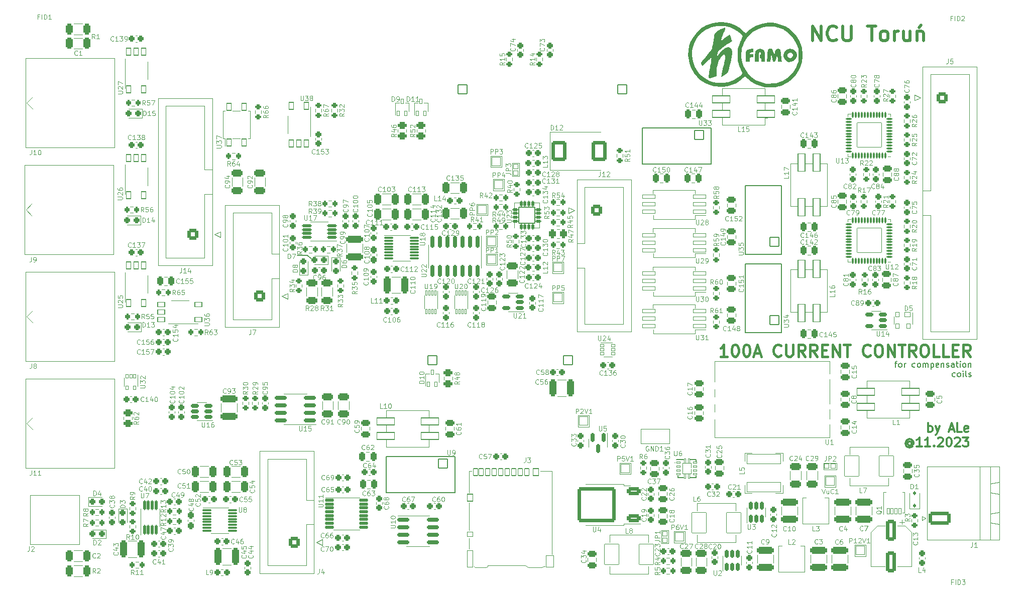
<source format=gto>
%TF.GenerationSoftware,KiCad,Pcbnew,7.0.1*%
%TF.CreationDate,2023-11-30T13:28:04+01:00*%
%TF.ProjectId,current100A_Artiq,63757272-656e-4743-9130-30415f417274,rev?*%
%TF.SameCoordinates,Original*%
%TF.FileFunction,Legend,Top*%
%TF.FilePolarity,Positive*%
%FSLAX46Y46*%
G04 Gerber Fmt 4.6, Leading zero omitted, Abs format (unit mm)*
G04 Created by KiCad (PCBNEW 7.0.1) date 2023-11-30 13:28:04*
%MOMM*%
%LPD*%
G01*
G04 APERTURE LIST*
G04 Aperture macros list*
%AMRoundRect*
0 Rectangle with rounded corners*
0 $1 Rounding radius*
0 $2 $3 $4 $5 $6 $7 $8 $9 X,Y pos of 4 corners*
0 Add a 4 corners polygon primitive as box body*
4,1,4,$2,$3,$4,$5,$6,$7,$8,$9,$2,$3,0*
0 Add four circle primitives for the rounded corners*
1,1,$1+$1,$2,$3*
1,1,$1+$1,$4,$5*
1,1,$1+$1,$6,$7*
1,1,$1+$1,$8,$9*
0 Add four rect primitives between the rounded corners*
20,1,$1+$1,$2,$3,$4,$5,0*
20,1,$1+$1,$4,$5,$6,$7,0*
20,1,$1+$1,$6,$7,$8,$9,0*
20,1,$1+$1,$8,$9,$2,$3,0*%
%AMFreePoly0*
4,1,15,1.827885,0.766502,1.846291,0.743898,1.848963,0.714870,1.548963,-0.735130,1.531571,-0.763772,1.500000,-0.775000,-1.500000,-0.775000,-1.531571,-0.763772,-1.548963,-0.735130,-1.848963,0.714870,-1.846291,0.743898,-1.827885,0.766502,-1.800000,0.775000,1.800000,0.775000,1.827885,0.766502,1.827885,0.766502,$1*%
%AMFreePoly1*
4,1,15,1.531571,0.763772,1.548963,0.735130,1.848963,-0.714870,1.846291,-0.743898,1.827885,-0.766502,1.800000,-0.775000,-1.800000,-0.775000,-1.827885,-0.766502,-1.846291,-0.743898,-1.848963,-0.714870,-1.548963,0.735130,-1.531571,0.763772,-1.500000,0.775000,1.500000,0.775000,1.531571,0.763772,1.531571,0.763772,$1*%
%AMFreePoly2*
4,1,37,1.430355,1.220355,1.445000,1.185000,1.445000,0.765000,1.430355,0.729645,1.395000,0.715000,0.905000,0.715000,0.905000,0.585000,1.395000,0.585000,1.430355,0.570355,1.445000,0.535000,1.445000,0.115000,1.430355,0.079645,1.395000,0.065000,0.905000,0.065000,0.905000,-0.065000,1.395000,-0.065000,1.430355,-0.079645,1.445000,-0.115000,1.445000,-0.535000,1.430355,-0.570355,
1.395000,-0.585000,0.905000,-0.585000,0.905000,-0.715000,1.395000,-0.715000,1.430355,-0.729645,1.445000,-0.765000,1.445000,-1.185000,1.430355,-1.220355,1.395000,-1.235000,-0.855000,-1.235000,-0.890355,-1.220355,-0.905000,-1.185000,-0.905000,1.185000,-0.890355,1.220355,-0.855000,1.235000,1.395000,1.235000,1.430355,1.220355,1.430355,1.220355,$1*%
G04 Aperture macros list end*
%ADD10C,0.150000*%
%ADD11C,0.300000*%
%ADD12C,0.400000*%
%ADD13C,0.500000*%
%ADD14C,0.120000*%
%ADD15C,0.100000*%
%ADD16O,2.600000X1.700000*%
%ADD17O,7.100000X3.600000*%
%ADD18RoundRect,0.250000X-0.275000X0.200000X-0.275000X-0.200000X0.275000X-0.200000X0.275000X0.200000X0*%
%ADD19RoundRect,0.250000X0.200000X0.275000X-0.200000X0.275000X-0.200000X-0.275000X0.200000X-0.275000X0*%
%ADD20RoundRect,0.275000X0.250000X-0.225000X0.250000X0.225000X-0.250000X0.225000X-0.250000X-0.225000X0*%
%ADD21RoundRect,0.250000X0.275000X-0.200000X0.275000X0.200000X-0.275000X0.200000X-0.275000X-0.200000X0*%
%ADD22RoundRect,0.050000X0.300000X-0.155000X0.300000X0.155000X-0.300000X0.155000X-0.300000X-0.155000X0*%
%ADD23C,0.500000*%
%ADD24RoundRect,0.050000X-0.115000X-0.412500X0.115000X-0.412500X0.115000X0.412500X-0.115000X0.412500X0*%
%ADD25RoundRect,0.050000X-0.750000X-0.875000X0.750000X-0.875000X0.750000X0.875000X-0.750000X0.875000X0*%
%ADD26RoundRect,0.275000X0.225000X0.250000X-0.225000X0.250000X-0.225000X-0.250000X0.225000X-0.250000X0*%
%ADD27RoundRect,0.275000X-0.225000X-0.250000X0.225000X-0.250000X0.225000X0.250000X-0.225000X0.250000X0*%
%ADD28RoundRect,0.300000X-0.325000X-0.650000X0.325000X-0.650000X0.325000X0.650000X-0.325000X0.650000X0*%
%ADD29RoundRect,0.300000X-0.450000X0.262500X-0.450000X-0.262500X0.450000X-0.262500X0.450000X0.262500X0*%
%ADD30RoundRect,0.050000X1.500000X0.600000X-1.500000X0.600000X-1.500000X-0.600000X1.500000X-0.600000X0*%
%ADD31RoundRect,0.050000X0.762000X0.762000X-0.762000X0.762000X-0.762000X-0.762000X0.762000X-0.762000X0*%
%ADD32C,1.624000*%
%ADD33RoundRect,0.050000X1.080000X0.320000X-1.080000X0.320000X-1.080000X-0.320000X1.080000X-0.320000X0*%
%ADD34RoundRect,0.300000X0.475000X-0.250000X0.475000X0.250000X-0.475000X0.250000X-0.475000X-0.250000X0*%
%ADD35RoundRect,0.300000X-0.650000X0.325000X-0.650000X-0.325000X0.650000X-0.325000X0.650000X0.325000X0*%
%ADD36RoundRect,0.050000X0.750000X0.750000X-0.750000X0.750000X-0.750000X-0.750000X0.750000X-0.750000X0*%
%ADD37RoundRect,0.050000X-0.750000X-0.750000X0.750000X-0.750000X0.750000X0.750000X-0.750000X0.750000X0*%
%ADD38RoundRect,0.050000X-0.400000X0.400000X-0.400000X-0.400000X0.400000X-0.400000X0.400000X0.400000X0*%
%ADD39RoundRect,0.300000X0.850000X0.350000X-0.850000X0.350000X-0.850000X-0.350000X0.850000X-0.350000X0*%
%ADD40RoundRect,0.299997X2.950003X2.650003X-2.950003X2.650003X-2.950003X-2.650003X2.950003X-2.650003X0*%
%ADD41RoundRect,0.300000X0.600000X0.600000X-0.600000X0.600000X-0.600000X-0.600000X0.600000X-0.600000X0*%
%ADD42C,1.800000*%
%ADD43RoundRect,0.250000X-0.200000X-0.275000X0.200000X-0.275000X0.200000X0.275000X-0.200000X0.275000X0*%
%ADD44C,2.350000*%
%ADD45RoundRect,0.050000X0.762000X-0.762000X0.762000X0.762000X-0.762000X0.762000X-0.762000X-0.762000X0*%
%ADD46RoundRect,0.050000X-1.206500X-1.714500X1.206500X-1.714500X1.206500X1.714500X-1.206500X1.714500X0*%
%ADD47RoundRect,0.275000X-0.250000X0.225000X-0.250000X-0.225000X0.250000X-0.225000X0.250000X0.225000X0*%
%ADD48RoundRect,0.050000X-0.400000X-0.400000X0.400000X-0.400000X0.400000X0.400000X-0.400000X0.400000X0*%
%ADD49RoundRect,0.050000X-0.400000X-0.600000X0.400000X-0.600000X0.400000X0.600000X-0.400000X0.600000X0*%
%ADD50RoundRect,0.268750X-0.218750X-0.256250X0.218750X-0.256250X0.218750X0.256250X-0.218750X0.256250X0*%
%ADD51RoundRect,0.050000X-0.350000X-0.600000X0.350000X-0.600000X0.350000X0.600000X-0.350000X0.600000X0*%
%ADD52RoundRect,0.050000X-0.500000X-0.400000X0.500000X-0.400000X0.500000X0.400000X-0.500000X0.400000X0*%
%ADD53RoundRect,0.050000X-0.500000X-0.600000X0.500000X-0.600000X0.500000X0.600000X-0.500000X0.600000X0*%
%ADD54RoundRect,0.050000X-0.500000X-1.400000X0.500000X-1.400000X0.500000X1.400000X-0.500000X1.400000X0*%
%ADD55RoundRect,0.050000X-0.650000X-0.950000X0.650000X-0.950000X0.650000X0.950000X-0.650000X0.950000X0*%
%ADD56RoundRect,0.268750X-0.256250X0.218750X-0.256250X-0.218750X0.256250X-0.218750X0.256250X0.218750X0*%
%ADD57RoundRect,0.200000X0.512500X0.150000X-0.512500X0.150000X-0.512500X-0.150000X0.512500X-0.150000X0*%
%ADD58RoundRect,0.300000X-0.312500X-0.625000X0.312500X-0.625000X0.312500X0.625000X-0.312500X0.625000X0*%
%ADD59C,2.100000*%
%ADD60FreePoly0,0.000000*%
%ADD61FreePoly1,0.000000*%
%ADD62RoundRect,0.050000X-0.225000X-0.350000X0.225000X-0.350000X0.225000X0.350000X-0.225000X0.350000X0*%
%ADD63C,1.500000*%
%ADD64C,5.700000*%
%ADD65RoundRect,0.300000X0.450000X-0.262500X0.450000X0.262500X-0.450000X0.262500X-0.450000X-0.262500X0*%
%ADD66RoundRect,0.300000X-0.475000X0.250000X-0.475000X-0.250000X0.475000X-0.250000X0.475000X0.250000X0*%
%ADD67RoundRect,0.200000X-0.150000X0.825000X-0.150000X-0.825000X0.150000X-0.825000X0.150000X0.825000X0*%
%ADD68RoundRect,0.050000X0.150000X0.400000X-0.150000X0.400000X-0.150000X-0.400000X0.150000X-0.400000X0*%
%ADD69RoundRect,0.050000X-0.400000X0.600000X-0.400000X-0.600000X0.400000X-0.600000X0.400000X0.600000X0*%
%ADD70RoundRect,0.050000X0.400000X-0.600000X0.400000X0.600000X-0.400000X0.600000X-0.400000X-0.600000X0*%
%ADD71RoundRect,0.125000X-0.650000X-0.075000X0.650000X-0.075000X0.650000X0.075000X-0.650000X0.075000X0*%
%ADD72RoundRect,0.150000X-0.637500X-0.100000X0.637500X-0.100000X0.637500X0.100000X-0.637500X0.100000X0*%
%ADD73RoundRect,0.300000X0.250000X0.475000X-0.250000X0.475000X-0.250000X-0.475000X0.250000X-0.475000X0*%
%ADD74RoundRect,0.268750X0.218750X0.256250X-0.218750X0.256250X-0.218750X-0.256250X0.218750X-0.256250X0*%
%ADD75RoundRect,0.300000X-1.100000X0.325000X-1.100000X-0.325000X1.100000X-0.325000X1.100000X0.325000X0*%
%ADD76RoundRect,0.200000X0.825000X0.150000X-0.825000X0.150000X-0.825000X-0.150000X0.825000X-0.150000X0*%
%ADD77RoundRect,0.050000X0.750000X-0.750000X0.750000X0.750000X-0.750000X0.750000X-0.750000X-0.750000X0*%
%ADD78RoundRect,0.162500X0.112500X-0.187500X0.112500X0.187500X-0.112500X0.187500X-0.112500X-0.187500X0*%
%ADD79RoundRect,0.050000X-1.500000X-0.600000X1.500000X-0.600000X1.500000X0.600000X-1.500000X0.600000X0*%
%ADD80RoundRect,0.287500X0.237500X-0.300000X0.237500X0.300000X-0.237500X0.300000X-0.237500X-0.300000X0*%
%ADD81RoundRect,0.050000X-0.500000X0.350000X-0.500000X-0.350000X0.500000X-0.350000X0.500000X0.350000X0*%
%ADD82RoundRect,0.050000X-0.300000X0.350000X-0.300000X-0.350000X0.300000X-0.350000X0.300000X0.350000X0*%
%ADD83RoundRect,0.112500X0.375000X0.062500X-0.375000X0.062500X-0.375000X-0.062500X0.375000X-0.062500X0*%
%ADD84RoundRect,0.112500X0.062500X0.375000X-0.062500X0.375000X-0.062500X-0.375000X0.062500X-0.375000X0*%
%ADD85RoundRect,0.050000X2.050000X2.050000X-2.050000X2.050000X-2.050000X-2.050000X2.050000X-2.050000X0*%
%ADD86RoundRect,0.050000X1.206500X1.714500X-1.206500X1.714500X-1.206500X-1.714500X1.206500X-1.714500X0*%
%ADD87C,4.800000*%
%ADD88RoundRect,0.050000X-0.600000X1.500000X-0.600000X-1.500000X0.600000X-1.500000X0.600000X1.500000X0*%
%ADD89RoundRect,0.050000X-0.325000X-0.200000X0.325000X-0.200000X0.325000X0.200000X-0.325000X0.200000X0*%
%ADD90RoundRect,0.300000X-0.250000X-0.475000X0.250000X-0.475000X0.250000X0.475000X-0.250000X0.475000X0*%
%ADD91RoundRect,0.300000X0.325000X0.650000X-0.325000X0.650000X-0.325000X-0.650000X0.325000X-0.650000X0*%
%ADD92RoundRect,0.300000X1.100000X-0.325000X1.100000X0.325000X-1.100000X0.325000X-1.100000X-0.325000X0*%
%ADD93RoundRect,0.300000X0.625000X-0.312500X0.625000X0.312500X-0.625000X0.312500X-0.625000X-0.312500X0*%
%ADD94RoundRect,0.050000X-0.200000X0.325000X-0.200000X-0.325000X0.200000X-0.325000X0.200000X0.325000X0*%
%ADD95RoundRect,0.300000X0.650000X-0.325000X0.650000X0.325000X-0.650000X0.325000X-0.650000X-0.325000X0*%
%ADD96RoundRect,0.200000X-0.150000X0.587500X-0.150000X-0.587500X0.150000X-0.587500X0.150000X0.587500X0*%
%ADD97RoundRect,0.300000X-0.600000X-0.600000X0.600000X-0.600000X0.600000X0.600000X-0.600000X0.600000X0*%
%ADD98RoundRect,0.300000X-0.325000X-1.100000X0.325000X-1.100000X0.325000X1.100000X-0.325000X1.100000X0*%
%ADD99RoundRect,0.268750X0.256250X-0.218750X0.256250X0.218750X-0.256250X0.218750X-0.256250X-0.218750X0*%
%ADD100RoundRect,0.150000X0.100000X-0.712500X0.100000X0.712500X-0.100000X0.712500X-0.100000X-0.712500X0*%
%ADD101RoundRect,0.300000X-0.625000X0.312500X-0.625000X-0.312500X0.625000X-0.312500X0.625000X0.312500X0*%
%ADD102RoundRect,0.150000X0.712500X0.100000X-0.712500X0.100000X-0.712500X-0.100000X0.712500X-0.100000X0*%
%ADD103RoundRect,0.050000X0.600000X0.400000X-0.600000X0.400000X-0.600000X-0.400000X0.600000X-0.400000X0*%
%ADD104RoundRect,0.300000X1.000000X-1.400000X1.000000X1.400000X-1.000000X1.400000X-1.000000X-1.400000X0*%
%ADD105O,2.600000X1.600000*%
%ADD106RoundRect,0.300000X-0.550000X1.500000X-0.550000X-1.500000X0.550000X-1.500000X0.550000X1.500000X0*%
%ADD107RoundRect,0.300000X0.325000X1.100000X-0.325000X1.100000X-0.325000X-1.100000X0.325000X-1.100000X0*%
%ADD108RoundRect,0.300000X0.262500X0.450000X-0.262500X0.450000X-0.262500X-0.450000X0.262500X-0.450000X0*%
%ADD109RoundRect,0.200000X0.150000X-0.512500X0.150000X0.512500X-0.150000X0.512500X-0.150000X-0.512500X0*%
%ADD110RoundRect,0.137500X0.087500X-0.337500X0.087500X0.337500X-0.087500X0.337500X-0.087500X-0.337500X0*%
%ADD111RoundRect,0.131250X0.081250X-0.343750X0.081250X0.343750X-0.081250X0.343750X-0.081250X-0.343750X0*%
%ADD112RoundRect,0.131250X0.343750X-0.081250X0.343750X0.081250X-0.343750X0.081250X-0.343750X-0.081250X0*%
%ADD113RoundRect,0.137500X0.337500X-0.087500X0.337500X0.087500X-0.337500X0.087500X-0.337500X-0.087500X0*%
%ADD114RoundRect,0.050000X1.350000X-1.350000X1.350000X1.350000X-1.350000X1.350000X-1.350000X-1.350000X0*%
%ADD115RoundRect,0.299999X1.550001X-0.790001X1.550001X0.790001X-1.550001X0.790001X-1.550001X-0.790001X0*%
%ADD116O,3.700000X2.180000*%
%ADD117RoundRect,0.200000X-0.825000X-0.150000X0.825000X-0.150000X0.825000X0.150000X-0.825000X0.150000X0*%
%ADD118RoundRect,0.287500X-0.237500X0.300000X-0.237500X-0.300000X0.237500X-0.300000X0.237500X0.300000X0*%
%ADD119RoundRect,0.050000X-0.750000X0.750000X-0.750000X-0.750000X0.750000X-0.750000X0.750000X0.750000X0*%
%ADD120RoundRect,0.050000X-2.850000X0.800000X-2.850000X-0.800000X2.850000X-0.800000X2.850000X0.800000X0*%
%ADD121RoundRect,0.050000X0.210000X-0.495000X0.210000X0.495000X-0.210000X0.495000X-0.210000X-0.495000X0*%
%ADD122RoundRect,0.050000X0.210000X-0.500000X0.210000X0.500000X-0.210000X0.500000X-0.210000X-0.500000X0*%
%ADD123FreePoly2,90.000000*%
%ADD124C,3.300000*%
%ADD125RoundRect,0.050000X0.765000X-0.765000X0.765000X0.765000X-0.765000X0.765000X-0.765000X-0.765000X0*%
%ADD126C,1.630000*%
G04 APERTURE END LIST*
D10*
X47625000Y-42545000D02*
X48260000Y-43053000D01*
X45974000Y-42545000D02*
X47625000Y-42545000D01*
X146670760Y-60709952D02*
X147051712Y-60709952D01*
X146813617Y-61376619D02*
X146813617Y-60519476D01*
X146813617Y-60519476D02*
X146861236Y-60424238D01*
X146861236Y-60424238D02*
X146956474Y-60376619D01*
X146956474Y-60376619D02*
X147051712Y-60376619D01*
X147527903Y-61376619D02*
X147432665Y-61329000D01*
X147432665Y-61329000D02*
X147385046Y-61281380D01*
X147385046Y-61281380D02*
X147337427Y-61186142D01*
X147337427Y-61186142D02*
X147337427Y-60900428D01*
X147337427Y-60900428D02*
X147385046Y-60805190D01*
X147385046Y-60805190D02*
X147432665Y-60757571D01*
X147432665Y-60757571D02*
X147527903Y-60709952D01*
X147527903Y-60709952D02*
X147670760Y-60709952D01*
X147670760Y-60709952D02*
X147765998Y-60757571D01*
X147765998Y-60757571D02*
X147813617Y-60805190D01*
X147813617Y-60805190D02*
X147861236Y-60900428D01*
X147861236Y-60900428D02*
X147861236Y-61186142D01*
X147861236Y-61186142D02*
X147813617Y-61281380D01*
X147813617Y-61281380D02*
X147765998Y-61329000D01*
X147765998Y-61329000D02*
X147670760Y-61376619D01*
X147670760Y-61376619D02*
X147527903Y-61376619D01*
X148289808Y-61376619D02*
X148289808Y-60709952D01*
X148289808Y-60900428D02*
X148337427Y-60805190D01*
X148337427Y-60805190D02*
X148385046Y-60757571D01*
X148385046Y-60757571D02*
X148480284Y-60709952D01*
X148480284Y-60709952D02*
X148575522Y-60709952D01*
X150099332Y-61329000D02*
X150004094Y-61376619D01*
X150004094Y-61376619D02*
X149813618Y-61376619D01*
X149813618Y-61376619D02*
X149718380Y-61329000D01*
X149718380Y-61329000D02*
X149670761Y-61281380D01*
X149670761Y-61281380D02*
X149623142Y-61186142D01*
X149623142Y-61186142D02*
X149623142Y-60900428D01*
X149623142Y-60900428D02*
X149670761Y-60805190D01*
X149670761Y-60805190D02*
X149718380Y-60757571D01*
X149718380Y-60757571D02*
X149813618Y-60709952D01*
X149813618Y-60709952D02*
X150004094Y-60709952D01*
X150004094Y-60709952D02*
X150099332Y-60757571D01*
X150670761Y-61376619D02*
X150575523Y-61329000D01*
X150575523Y-61329000D02*
X150527904Y-61281380D01*
X150527904Y-61281380D02*
X150480285Y-61186142D01*
X150480285Y-61186142D02*
X150480285Y-60900428D01*
X150480285Y-60900428D02*
X150527904Y-60805190D01*
X150527904Y-60805190D02*
X150575523Y-60757571D01*
X150575523Y-60757571D02*
X150670761Y-60709952D01*
X150670761Y-60709952D02*
X150813618Y-60709952D01*
X150813618Y-60709952D02*
X150908856Y-60757571D01*
X150908856Y-60757571D02*
X150956475Y-60805190D01*
X150956475Y-60805190D02*
X151004094Y-60900428D01*
X151004094Y-60900428D02*
X151004094Y-61186142D01*
X151004094Y-61186142D02*
X150956475Y-61281380D01*
X150956475Y-61281380D02*
X150908856Y-61329000D01*
X150908856Y-61329000D02*
X150813618Y-61376619D01*
X150813618Y-61376619D02*
X150670761Y-61376619D01*
X151432666Y-61376619D02*
X151432666Y-60709952D01*
X151432666Y-60805190D02*
X151480285Y-60757571D01*
X151480285Y-60757571D02*
X151575523Y-60709952D01*
X151575523Y-60709952D02*
X151718380Y-60709952D01*
X151718380Y-60709952D02*
X151813618Y-60757571D01*
X151813618Y-60757571D02*
X151861237Y-60852809D01*
X151861237Y-60852809D02*
X151861237Y-61376619D01*
X151861237Y-60852809D02*
X151908856Y-60757571D01*
X151908856Y-60757571D02*
X152004094Y-60709952D01*
X152004094Y-60709952D02*
X152146951Y-60709952D01*
X152146951Y-60709952D02*
X152242190Y-60757571D01*
X152242190Y-60757571D02*
X152289809Y-60852809D01*
X152289809Y-60852809D02*
X152289809Y-61376619D01*
X152765999Y-60709952D02*
X152765999Y-61709952D01*
X152765999Y-60757571D02*
X152861237Y-60709952D01*
X152861237Y-60709952D02*
X153051713Y-60709952D01*
X153051713Y-60709952D02*
X153146951Y-60757571D01*
X153146951Y-60757571D02*
X153194570Y-60805190D01*
X153194570Y-60805190D02*
X153242189Y-60900428D01*
X153242189Y-60900428D02*
X153242189Y-61186142D01*
X153242189Y-61186142D02*
X153194570Y-61281380D01*
X153194570Y-61281380D02*
X153146951Y-61329000D01*
X153146951Y-61329000D02*
X153051713Y-61376619D01*
X153051713Y-61376619D02*
X152861237Y-61376619D01*
X152861237Y-61376619D02*
X152765999Y-61329000D01*
X154051713Y-61329000D02*
X153956475Y-61376619D01*
X153956475Y-61376619D02*
X153765999Y-61376619D01*
X153765999Y-61376619D02*
X153670761Y-61329000D01*
X153670761Y-61329000D02*
X153623142Y-61233761D01*
X153623142Y-61233761D02*
X153623142Y-60852809D01*
X153623142Y-60852809D02*
X153670761Y-60757571D01*
X153670761Y-60757571D02*
X153765999Y-60709952D01*
X153765999Y-60709952D02*
X153956475Y-60709952D01*
X153956475Y-60709952D02*
X154051713Y-60757571D01*
X154051713Y-60757571D02*
X154099332Y-60852809D01*
X154099332Y-60852809D02*
X154099332Y-60948047D01*
X154099332Y-60948047D02*
X153623142Y-61043285D01*
X154527904Y-60709952D02*
X154527904Y-61376619D01*
X154527904Y-60805190D02*
X154575523Y-60757571D01*
X154575523Y-60757571D02*
X154670761Y-60709952D01*
X154670761Y-60709952D02*
X154813618Y-60709952D01*
X154813618Y-60709952D02*
X154908856Y-60757571D01*
X154908856Y-60757571D02*
X154956475Y-60852809D01*
X154956475Y-60852809D02*
X154956475Y-61376619D01*
X155385047Y-61329000D02*
X155480285Y-61376619D01*
X155480285Y-61376619D02*
X155670761Y-61376619D01*
X155670761Y-61376619D02*
X155765999Y-61329000D01*
X155765999Y-61329000D02*
X155813618Y-61233761D01*
X155813618Y-61233761D02*
X155813618Y-61186142D01*
X155813618Y-61186142D02*
X155765999Y-61090904D01*
X155765999Y-61090904D02*
X155670761Y-61043285D01*
X155670761Y-61043285D02*
X155527904Y-61043285D01*
X155527904Y-61043285D02*
X155432666Y-60995666D01*
X155432666Y-60995666D02*
X155385047Y-60900428D01*
X155385047Y-60900428D02*
X155385047Y-60852809D01*
X155385047Y-60852809D02*
X155432666Y-60757571D01*
X155432666Y-60757571D02*
X155527904Y-60709952D01*
X155527904Y-60709952D02*
X155670761Y-60709952D01*
X155670761Y-60709952D02*
X155765999Y-60757571D01*
X156670761Y-61376619D02*
X156670761Y-60852809D01*
X156670761Y-60852809D02*
X156623142Y-60757571D01*
X156623142Y-60757571D02*
X156527904Y-60709952D01*
X156527904Y-60709952D02*
X156337428Y-60709952D01*
X156337428Y-60709952D02*
X156242190Y-60757571D01*
X156670761Y-61329000D02*
X156575523Y-61376619D01*
X156575523Y-61376619D02*
X156337428Y-61376619D01*
X156337428Y-61376619D02*
X156242190Y-61329000D01*
X156242190Y-61329000D02*
X156194571Y-61233761D01*
X156194571Y-61233761D02*
X156194571Y-61138523D01*
X156194571Y-61138523D02*
X156242190Y-61043285D01*
X156242190Y-61043285D02*
X156337428Y-60995666D01*
X156337428Y-60995666D02*
X156575523Y-60995666D01*
X156575523Y-60995666D02*
X156670761Y-60948047D01*
X157004095Y-60709952D02*
X157385047Y-60709952D01*
X157146952Y-60376619D02*
X157146952Y-61233761D01*
X157146952Y-61233761D02*
X157194571Y-61329000D01*
X157194571Y-61329000D02*
X157289809Y-61376619D01*
X157289809Y-61376619D02*
X157385047Y-61376619D01*
X157718381Y-61376619D02*
X157718381Y-60709952D01*
X157718381Y-60376619D02*
X157670762Y-60424238D01*
X157670762Y-60424238D02*
X157718381Y-60471857D01*
X157718381Y-60471857D02*
X157766000Y-60424238D01*
X157766000Y-60424238D02*
X157718381Y-60376619D01*
X157718381Y-60376619D02*
X157718381Y-60471857D01*
X158337428Y-61376619D02*
X158242190Y-61329000D01*
X158242190Y-61329000D02*
X158194571Y-61281380D01*
X158194571Y-61281380D02*
X158146952Y-61186142D01*
X158146952Y-61186142D02*
X158146952Y-60900428D01*
X158146952Y-60900428D02*
X158194571Y-60805190D01*
X158194571Y-60805190D02*
X158242190Y-60757571D01*
X158242190Y-60757571D02*
X158337428Y-60709952D01*
X158337428Y-60709952D02*
X158480285Y-60709952D01*
X158480285Y-60709952D02*
X158575523Y-60757571D01*
X158575523Y-60757571D02*
X158623142Y-60805190D01*
X158623142Y-60805190D02*
X158670761Y-60900428D01*
X158670761Y-60900428D02*
X158670761Y-61186142D01*
X158670761Y-61186142D02*
X158623142Y-61281380D01*
X158623142Y-61281380D02*
X158575523Y-61329000D01*
X158575523Y-61329000D02*
X158480285Y-61376619D01*
X158480285Y-61376619D02*
X158337428Y-61376619D01*
X159099333Y-60709952D02*
X159099333Y-61376619D01*
X159099333Y-60805190D02*
X159146952Y-60757571D01*
X159146952Y-60757571D02*
X159242190Y-60709952D01*
X159242190Y-60709952D02*
X159385047Y-60709952D01*
X159385047Y-60709952D02*
X159480285Y-60757571D01*
X159480285Y-60757571D02*
X159527904Y-60852809D01*
X159527904Y-60852809D02*
X159527904Y-61376619D01*
X156861237Y-62949000D02*
X156765999Y-62996619D01*
X156765999Y-62996619D02*
X156575523Y-62996619D01*
X156575523Y-62996619D02*
X156480285Y-62949000D01*
X156480285Y-62949000D02*
X156432666Y-62901380D01*
X156432666Y-62901380D02*
X156385047Y-62806142D01*
X156385047Y-62806142D02*
X156385047Y-62520428D01*
X156385047Y-62520428D02*
X156432666Y-62425190D01*
X156432666Y-62425190D02*
X156480285Y-62377571D01*
X156480285Y-62377571D02*
X156575523Y-62329952D01*
X156575523Y-62329952D02*
X156765999Y-62329952D01*
X156765999Y-62329952D02*
X156861237Y-62377571D01*
X157432666Y-62996619D02*
X157337428Y-62949000D01*
X157337428Y-62949000D02*
X157289809Y-62901380D01*
X157289809Y-62901380D02*
X157242190Y-62806142D01*
X157242190Y-62806142D02*
X157242190Y-62520428D01*
X157242190Y-62520428D02*
X157289809Y-62425190D01*
X157289809Y-62425190D02*
X157337428Y-62377571D01*
X157337428Y-62377571D02*
X157432666Y-62329952D01*
X157432666Y-62329952D02*
X157575523Y-62329952D01*
X157575523Y-62329952D02*
X157670761Y-62377571D01*
X157670761Y-62377571D02*
X157718380Y-62425190D01*
X157718380Y-62425190D02*
X157765999Y-62520428D01*
X157765999Y-62520428D02*
X157765999Y-62806142D01*
X157765999Y-62806142D02*
X157718380Y-62901380D01*
X157718380Y-62901380D02*
X157670761Y-62949000D01*
X157670761Y-62949000D02*
X157575523Y-62996619D01*
X157575523Y-62996619D02*
X157432666Y-62996619D01*
X158194571Y-62996619D02*
X158194571Y-62329952D01*
X158194571Y-61996619D02*
X158146952Y-62044238D01*
X158146952Y-62044238D02*
X158194571Y-62091857D01*
X158194571Y-62091857D02*
X158242190Y-62044238D01*
X158242190Y-62044238D02*
X158194571Y-61996619D01*
X158194571Y-61996619D02*
X158194571Y-62091857D01*
X158813618Y-62996619D02*
X158718380Y-62949000D01*
X158718380Y-62949000D02*
X158670761Y-62853761D01*
X158670761Y-62853761D02*
X158670761Y-61996619D01*
X159146952Y-62949000D02*
X159242190Y-62996619D01*
X159242190Y-62996619D02*
X159432666Y-62996619D01*
X159432666Y-62996619D02*
X159527904Y-62949000D01*
X159527904Y-62949000D02*
X159575523Y-62853761D01*
X159575523Y-62853761D02*
X159575523Y-62806142D01*
X159575523Y-62806142D02*
X159527904Y-62710904D01*
X159527904Y-62710904D02*
X159432666Y-62663285D01*
X159432666Y-62663285D02*
X159289809Y-62663285D01*
X159289809Y-62663285D02*
X159194571Y-62615666D01*
X159194571Y-62615666D02*
X159146952Y-62520428D01*
X159146952Y-62520428D02*
X159146952Y-62472809D01*
X159146952Y-62472809D02*
X159194571Y-62377571D01*
X159194571Y-62377571D02*
X159289809Y-62329952D01*
X159289809Y-62329952D02*
X159432666Y-62329952D01*
X159432666Y-62329952D02*
X159527904Y-62377571D01*
D11*
X152313571Y-72316428D02*
X152313571Y-70816428D01*
X152313571Y-71387857D02*
X152456429Y-71316428D01*
X152456429Y-71316428D02*
X152742143Y-71316428D01*
X152742143Y-71316428D02*
X152885000Y-71387857D01*
X152885000Y-71387857D02*
X152956429Y-71459285D01*
X152956429Y-71459285D02*
X153027857Y-71602142D01*
X153027857Y-71602142D02*
X153027857Y-72030714D01*
X153027857Y-72030714D02*
X152956429Y-72173571D01*
X152956429Y-72173571D02*
X152885000Y-72245000D01*
X152885000Y-72245000D02*
X152742143Y-72316428D01*
X152742143Y-72316428D02*
X152456429Y-72316428D01*
X152456429Y-72316428D02*
X152313571Y-72245000D01*
X153527857Y-71316428D02*
X153885000Y-72316428D01*
X154242143Y-71316428D02*
X153885000Y-72316428D01*
X153885000Y-72316428D02*
X153742143Y-72673571D01*
X153742143Y-72673571D02*
X153670714Y-72745000D01*
X153670714Y-72745000D02*
X153527857Y-72816428D01*
X155885000Y-71887857D02*
X156599286Y-71887857D01*
X155742143Y-72316428D02*
X156242143Y-70816428D01*
X156242143Y-70816428D02*
X156742143Y-72316428D01*
X157956428Y-72316428D02*
X157242142Y-72316428D01*
X157242142Y-72316428D02*
X157242142Y-70816428D01*
X159027857Y-72245000D02*
X158885000Y-72316428D01*
X158885000Y-72316428D02*
X158599286Y-72316428D01*
X158599286Y-72316428D02*
X158456428Y-72245000D01*
X158456428Y-72245000D02*
X158385000Y-72102142D01*
X158385000Y-72102142D02*
X158385000Y-71530714D01*
X158385000Y-71530714D02*
X158456428Y-71387857D01*
X158456428Y-71387857D02*
X158599286Y-71316428D01*
X158599286Y-71316428D02*
X158885000Y-71316428D01*
X158885000Y-71316428D02*
X159027857Y-71387857D01*
X159027857Y-71387857D02*
X159099286Y-71530714D01*
X159099286Y-71530714D02*
X159099286Y-71673571D01*
X159099286Y-71673571D02*
X158385000Y-71816428D01*
X149456431Y-74032142D02*
X149385002Y-73960714D01*
X149385002Y-73960714D02*
X149242145Y-73889285D01*
X149242145Y-73889285D02*
X149099288Y-73889285D01*
X149099288Y-73889285D02*
X148956431Y-73960714D01*
X148956431Y-73960714D02*
X148885002Y-74032142D01*
X148885002Y-74032142D02*
X148813574Y-74175000D01*
X148813574Y-74175000D02*
X148813574Y-74317857D01*
X148813574Y-74317857D02*
X148885002Y-74460714D01*
X148885002Y-74460714D02*
X148956431Y-74532142D01*
X148956431Y-74532142D02*
X149099288Y-74603571D01*
X149099288Y-74603571D02*
X149242145Y-74603571D01*
X149242145Y-74603571D02*
X149385002Y-74532142D01*
X149385002Y-74532142D02*
X149456431Y-74460714D01*
X149456431Y-73889285D02*
X149456431Y-74460714D01*
X149456431Y-74460714D02*
X149527859Y-74532142D01*
X149527859Y-74532142D02*
X149599288Y-74532142D01*
X149599288Y-74532142D02*
X149742145Y-74460714D01*
X149742145Y-74460714D02*
X149813574Y-74317857D01*
X149813574Y-74317857D02*
X149813574Y-73960714D01*
X149813574Y-73960714D02*
X149670717Y-73746428D01*
X149670717Y-73746428D02*
X149456431Y-73603571D01*
X149456431Y-73603571D02*
X149170717Y-73532142D01*
X149170717Y-73532142D02*
X148885002Y-73603571D01*
X148885002Y-73603571D02*
X148670717Y-73746428D01*
X148670717Y-73746428D02*
X148527859Y-73960714D01*
X148527859Y-73960714D02*
X148456431Y-74246428D01*
X148456431Y-74246428D02*
X148527859Y-74532142D01*
X148527859Y-74532142D02*
X148670717Y-74746428D01*
X148670717Y-74746428D02*
X148885002Y-74889285D01*
X148885002Y-74889285D02*
X149170717Y-74960714D01*
X149170717Y-74960714D02*
X149456431Y-74889285D01*
X149456431Y-74889285D02*
X149670717Y-74746428D01*
X151242145Y-74746428D02*
X150385002Y-74746428D01*
X150813573Y-74746428D02*
X150813573Y-73246428D01*
X150813573Y-73246428D02*
X150670716Y-73460714D01*
X150670716Y-73460714D02*
X150527859Y-73603571D01*
X150527859Y-73603571D02*
X150385002Y-73675000D01*
X152670716Y-74746428D02*
X151813573Y-74746428D01*
X152242144Y-74746428D02*
X152242144Y-73246428D01*
X152242144Y-73246428D02*
X152099287Y-73460714D01*
X152099287Y-73460714D02*
X151956430Y-73603571D01*
X151956430Y-73603571D02*
X151813573Y-73675000D01*
X153313572Y-74603571D02*
X153385001Y-74675000D01*
X153385001Y-74675000D02*
X153313572Y-74746428D01*
X153313572Y-74746428D02*
X153242144Y-74675000D01*
X153242144Y-74675000D02*
X153313572Y-74603571D01*
X153313572Y-74603571D02*
X153313572Y-74746428D01*
X153956430Y-73389285D02*
X154027858Y-73317857D01*
X154027858Y-73317857D02*
X154170716Y-73246428D01*
X154170716Y-73246428D02*
X154527858Y-73246428D01*
X154527858Y-73246428D02*
X154670716Y-73317857D01*
X154670716Y-73317857D02*
X154742144Y-73389285D01*
X154742144Y-73389285D02*
X154813573Y-73532142D01*
X154813573Y-73532142D02*
X154813573Y-73675000D01*
X154813573Y-73675000D02*
X154742144Y-73889285D01*
X154742144Y-73889285D02*
X153885001Y-74746428D01*
X153885001Y-74746428D02*
X154813573Y-74746428D01*
X155742144Y-73246428D02*
X155885001Y-73246428D01*
X155885001Y-73246428D02*
X156027858Y-73317857D01*
X156027858Y-73317857D02*
X156099287Y-73389285D01*
X156099287Y-73389285D02*
X156170715Y-73532142D01*
X156170715Y-73532142D02*
X156242144Y-73817857D01*
X156242144Y-73817857D02*
X156242144Y-74175000D01*
X156242144Y-74175000D02*
X156170715Y-74460714D01*
X156170715Y-74460714D02*
X156099287Y-74603571D01*
X156099287Y-74603571D02*
X156027858Y-74675000D01*
X156027858Y-74675000D02*
X155885001Y-74746428D01*
X155885001Y-74746428D02*
X155742144Y-74746428D01*
X155742144Y-74746428D02*
X155599287Y-74675000D01*
X155599287Y-74675000D02*
X155527858Y-74603571D01*
X155527858Y-74603571D02*
X155456429Y-74460714D01*
X155456429Y-74460714D02*
X155385001Y-74175000D01*
X155385001Y-74175000D02*
X155385001Y-73817857D01*
X155385001Y-73817857D02*
X155456429Y-73532142D01*
X155456429Y-73532142D02*
X155527858Y-73389285D01*
X155527858Y-73389285D02*
X155599287Y-73317857D01*
X155599287Y-73317857D02*
X155742144Y-73246428D01*
X156813572Y-73389285D02*
X156885000Y-73317857D01*
X156885000Y-73317857D02*
X157027858Y-73246428D01*
X157027858Y-73246428D02*
X157385000Y-73246428D01*
X157385000Y-73246428D02*
X157527858Y-73317857D01*
X157527858Y-73317857D02*
X157599286Y-73389285D01*
X157599286Y-73389285D02*
X157670715Y-73532142D01*
X157670715Y-73532142D02*
X157670715Y-73675000D01*
X157670715Y-73675000D02*
X157599286Y-73889285D01*
X157599286Y-73889285D02*
X156742143Y-74746428D01*
X156742143Y-74746428D02*
X157670715Y-74746428D01*
X158170714Y-73246428D02*
X159099286Y-73246428D01*
X159099286Y-73246428D02*
X158599286Y-73817857D01*
X158599286Y-73817857D02*
X158813571Y-73817857D01*
X158813571Y-73817857D02*
X158956429Y-73889285D01*
X158956429Y-73889285D02*
X159027857Y-73960714D01*
X159027857Y-73960714D02*
X159099286Y-74103571D01*
X159099286Y-74103571D02*
X159099286Y-74460714D01*
X159099286Y-74460714D02*
X159027857Y-74603571D01*
X159027857Y-74603571D02*
X158956429Y-74675000D01*
X158956429Y-74675000D02*
X158813571Y-74746428D01*
X158813571Y-74746428D02*
X158385000Y-74746428D01*
X158385000Y-74746428D02*
X158242143Y-74675000D01*
X158242143Y-74675000D02*
X158170714Y-74603571D01*
D12*
X118432663Y-59572238D02*
X117289806Y-59572238D01*
X117861234Y-59572238D02*
X117861234Y-57572238D01*
X117861234Y-57572238D02*
X117670758Y-57857952D01*
X117670758Y-57857952D02*
X117480282Y-58048428D01*
X117480282Y-58048428D02*
X117289806Y-58143666D01*
X119670758Y-57572238D02*
X119861235Y-57572238D01*
X119861235Y-57572238D02*
X120051711Y-57667476D01*
X120051711Y-57667476D02*
X120146949Y-57762714D01*
X120146949Y-57762714D02*
X120242187Y-57953190D01*
X120242187Y-57953190D02*
X120337425Y-58334142D01*
X120337425Y-58334142D02*
X120337425Y-58810333D01*
X120337425Y-58810333D02*
X120242187Y-59191285D01*
X120242187Y-59191285D02*
X120146949Y-59381761D01*
X120146949Y-59381761D02*
X120051711Y-59477000D01*
X120051711Y-59477000D02*
X119861235Y-59572238D01*
X119861235Y-59572238D02*
X119670758Y-59572238D01*
X119670758Y-59572238D02*
X119480282Y-59477000D01*
X119480282Y-59477000D02*
X119385044Y-59381761D01*
X119385044Y-59381761D02*
X119289806Y-59191285D01*
X119289806Y-59191285D02*
X119194568Y-58810333D01*
X119194568Y-58810333D02*
X119194568Y-58334142D01*
X119194568Y-58334142D02*
X119289806Y-57953190D01*
X119289806Y-57953190D02*
X119385044Y-57762714D01*
X119385044Y-57762714D02*
X119480282Y-57667476D01*
X119480282Y-57667476D02*
X119670758Y-57572238D01*
X121575520Y-57572238D02*
X121765997Y-57572238D01*
X121765997Y-57572238D02*
X121956473Y-57667476D01*
X121956473Y-57667476D02*
X122051711Y-57762714D01*
X122051711Y-57762714D02*
X122146949Y-57953190D01*
X122146949Y-57953190D02*
X122242187Y-58334142D01*
X122242187Y-58334142D02*
X122242187Y-58810333D01*
X122242187Y-58810333D02*
X122146949Y-59191285D01*
X122146949Y-59191285D02*
X122051711Y-59381761D01*
X122051711Y-59381761D02*
X121956473Y-59477000D01*
X121956473Y-59477000D02*
X121765997Y-59572238D01*
X121765997Y-59572238D02*
X121575520Y-59572238D01*
X121575520Y-59572238D02*
X121385044Y-59477000D01*
X121385044Y-59477000D02*
X121289806Y-59381761D01*
X121289806Y-59381761D02*
X121194568Y-59191285D01*
X121194568Y-59191285D02*
X121099330Y-58810333D01*
X121099330Y-58810333D02*
X121099330Y-58334142D01*
X121099330Y-58334142D02*
X121194568Y-57953190D01*
X121194568Y-57953190D02*
X121289806Y-57762714D01*
X121289806Y-57762714D02*
X121385044Y-57667476D01*
X121385044Y-57667476D02*
X121575520Y-57572238D01*
X123004092Y-59000809D02*
X123956473Y-59000809D01*
X122813616Y-59572238D02*
X123480282Y-57572238D01*
X123480282Y-57572238D02*
X124146949Y-59572238D01*
X127480283Y-59381761D02*
X127385045Y-59477000D01*
X127385045Y-59477000D02*
X127099331Y-59572238D01*
X127099331Y-59572238D02*
X126908855Y-59572238D01*
X126908855Y-59572238D02*
X126623140Y-59477000D01*
X126623140Y-59477000D02*
X126432664Y-59286523D01*
X126432664Y-59286523D02*
X126337426Y-59096047D01*
X126337426Y-59096047D02*
X126242188Y-58715095D01*
X126242188Y-58715095D02*
X126242188Y-58429380D01*
X126242188Y-58429380D02*
X126337426Y-58048428D01*
X126337426Y-58048428D02*
X126432664Y-57857952D01*
X126432664Y-57857952D02*
X126623140Y-57667476D01*
X126623140Y-57667476D02*
X126908855Y-57572238D01*
X126908855Y-57572238D02*
X127099331Y-57572238D01*
X127099331Y-57572238D02*
X127385045Y-57667476D01*
X127385045Y-57667476D02*
X127480283Y-57762714D01*
X128337426Y-57572238D02*
X128337426Y-59191285D01*
X128337426Y-59191285D02*
X128432664Y-59381761D01*
X128432664Y-59381761D02*
X128527902Y-59477000D01*
X128527902Y-59477000D02*
X128718378Y-59572238D01*
X128718378Y-59572238D02*
X129099331Y-59572238D01*
X129099331Y-59572238D02*
X129289807Y-59477000D01*
X129289807Y-59477000D02*
X129385045Y-59381761D01*
X129385045Y-59381761D02*
X129480283Y-59191285D01*
X129480283Y-59191285D02*
X129480283Y-57572238D01*
X131575521Y-59572238D02*
X130908854Y-58619857D01*
X130432664Y-59572238D02*
X130432664Y-57572238D01*
X130432664Y-57572238D02*
X131194569Y-57572238D01*
X131194569Y-57572238D02*
X131385045Y-57667476D01*
X131385045Y-57667476D02*
X131480283Y-57762714D01*
X131480283Y-57762714D02*
X131575521Y-57953190D01*
X131575521Y-57953190D02*
X131575521Y-58238904D01*
X131575521Y-58238904D02*
X131480283Y-58429380D01*
X131480283Y-58429380D02*
X131385045Y-58524619D01*
X131385045Y-58524619D02*
X131194569Y-58619857D01*
X131194569Y-58619857D02*
X130432664Y-58619857D01*
X133575521Y-59572238D02*
X132908854Y-58619857D01*
X132432664Y-59572238D02*
X132432664Y-57572238D01*
X132432664Y-57572238D02*
X133194569Y-57572238D01*
X133194569Y-57572238D02*
X133385045Y-57667476D01*
X133385045Y-57667476D02*
X133480283Y-57762714D01*
X133480283Y-57762714D02*
X133575521Y-57953190D01*
X133575521Y-57953190D02*
X133575521Y-58238904D01*
X133575521Y-58238904D02*
X133480283Y-58429380D01*
X133480283Y-58429380D02*
X133385045Y-58524619D01*
X133385045Y-58524619D02*
X133194569Y-58619857D01*
X133194569Y-58619857D02*
X132432664Y-58619857D01*
X134432664Y-58524619D02*
X135099331Y-58524619D01*
X135385045Y-59572238D02*
X134432664Y-59572238D01*
X134432664Y-59572238D02*
X134432664Y-57572238D01*
X134432664Y-57572238D02*
X135385045Y-57572238D01*
X136242188Y-59572238D02*
X136242188Y-57572238D01*
X136242188Y-57572238D02*
X137385045Y-59572238D01*
X137385045Y-59572238D02*
X137385045Y-57572238D01*
X138051712Y-57572238D02*
X139194569Y-57572238D01*
X138623140Y-59572238D02*
X138623140Y-57572238D01*
X142527903Y-59381761D02*
X142432665Y-59477000D01*
X142432665Y-59477000D02*
X142146951Y-59572238D01*
X142146951Y-59572238D02*
X141956475Y-59572238D01*
X141956475Y-59572238D02*
X141670760Y-59477000D01*
X141670760Y-59477000D02*
X141480284Y-59286523D01*
X141480284Y-59286523D02*
X141385046Y-59096047D01*
X141385046Y-59096047D02*
X141289808Y-58715095D01*
X141289808Y-58715095D02*
X141289808Y-58429380D01*
X141289808Y-58429380D02*
X141385046Y-58048428D01*
X141385046Y-58048428D02*
X141480284Y-57857952D01*
X141480284Y-57857952D02*
X141670760Y-57667476D01*
X141670760Y-57667476D02*
X141956475Y-57572238D01*
X141956475Y-57572238D02*
X142146951Y-57572238D01*
X142146951Y-57572238D02*
X142432665Y-57667476D01*
X142432665Y-57667476D02*
X142527903Y-57762714D01*
X143765998Y-57572238D02*
X144146951Y-57572238D01*
X144146951Y-57572238D02*
X144337427Y-57667476D01*
X144337427Y-57667476D02*
X144527903Y-57857952D01*
X144527903Y-57857952D02*
X144623141Y-58238904D01*
X144623141Y-58238904D02*
X144623141Y-58905571D01*
X144623141Y-58905571D02*
X144527903Y-59286523D01*
X144527903Y-59286523D02*
X144337427Y-59477000D01*
X144337427Y-59477000D02*
X144146951Y-59572238D01*
X144146951Y-59572238D02*
X143765998Y-59572238D01*
X143765998Y-59572238D02*
X143575522Y-59477000D01*
X143575522Y-59477000D02*
X143385046Y-59286523D01*
X143385046Y-59286523D02*
X143289808Y-58905571D01*
X143289808Y-58905571D02*
X143289808Y-58238904D01*
X143289808Y-58238904D02*
X143385046Y-57857952D01*
X143385046Y-57857952D02*
X143575522Y-57667476D01*
X143575522Y-57667476D02*
X143765998Y-57572238D01*
X145480284Y-59572238D02*
X145480284Y-57572238D01*
X145480284Y-57572238D02*
X146623141Y-59572238D01*
X146623141Y-59572238D02*
X146623141Y-57572238D01*
X147289808Y-57572238D02*
X148432665Y-57572238D01*
X147861236Y-59572238D02*
X147861236Y-57572238D01*
X150242189Y-59572238D02*
X149575522Y-58619857D01*
X149099332Y-59572238D02*
X149099332Y-57572238D01*
X149099332Y-57572238D02*
X149861237Y-57572238D01*
X149861237Y-57572238D02*
X150051713Y-57667476D01*
X150051713Y-57667476D02*
X150146951Y-57762714D01*
X150146951Y-57762714D02*
X150242189Y-57953190D01*
X150242189Y-57953190D02*
X150242189Y-58238904D01*
X150242189Y-58238904D02*
X150146951Y-58429380D01*
X150146951Y-58429380D02*
X150051713Y-58524619D01*
X150051713Y-58524619D02*
X149861237Y-58619857D01*
X149861237Y-58619857D02*
X149099332Y-58619857D01*
X151480284Y-57572238D02*
X151861237Y-57572238D01*
X151861237Y-57572238D02*
X152051713Y-57667476D01*
X152051713Y-57667476D02*
X152242189Y-57857952D01*
X152242189Y-57857952D02*
X152337427Y-58238904D01*
X152337427Y-58238904D02*
X152337427Y-58905571D01*
X152337427Y-58905571D02*
X152242189Y-59286523D01*
X152242189Y-59286523D02*
X152051713Y-59477000D01*
X152051713Y-59477000D02*
X151861237Y-59572238D01*
X151861237Y-59572238D02*
X151480284Y-59572238D01*
X151480284Y-59572238D02*
X151289808Y-59477000D01*
X151289808Y-59477000D02*
X151099332Y-59286523D01*
X151099332Y-59286523D02*
X151004094Y-58905571D01*
X151004094Y-58905571D02*
X151004094Y-58238904D01*
X151004094Y-58238904D02*
X151099332Y-57857952D01*
X151099332Y-57857952D02*
X151289808Y-57667476D01*
X151289808Y-57667476D02*
X151480284Y-57572238D01*
X154146951Y-59572238D02*
X153194570Y-59572238D01*
X153194570Y-59572238D02*
X153194570Y-57572238D01*
X155765999Y-59572238D02*
X154813618Y-59572238D01*
X154813618Y-59572238D02*
X154813618Y-57572238D01*
X156432666Y-58524619D02*
X157099333Y-58524619D01*
X157385047Y-59572238D02*
X156432666Y-59572238D01*
X156432666Y-59572238D02*
X156432666Y-57572238D01*
X156432666Y-57572238D02*
X157385047Y-57572238D01*
X159385047Y-59572238D02*
X158718380Y-58619857D01*
X158242190Y-59572238D02*
X158242190Y-57572238D01*
X158242190Y-57572238D02*
X159004095Y-57572238D01*
X159004095Y-57572238D02*
X159194571Y-57667476D01*
X159194571Y-57667476D02*
X159289809Y-57762714D01*
X159289809Y-57762714D02*
X159385047Y-57953190D01*
X159385047Y-57953190D02*
X159385047Y-58238904D01*
X159385047Y-58238904D02*
X159289809Y-58429380D01*
X159289809Y-58429380D02*
X159194571Y-58524619D01*
X159194571Y-58524619D02*
X159004095Y-58619857D01*
X159004095Y-58619857D02*
X158242190Y-58619857D01*
D13*
X132802238Y-6298047D02*
X132802238Y-3798047D01*
X132802238Y-3798047D02*
X134230809Y-6298047D01*
X134230809Y-6298047D02*
X134230809Y-3798047D01*
X136849857Y-6059952D02*
X136730809Y-6179000D01*
X136730809Y-6179000D02*
X136373667Y-6298047D01*
X136373667Y-6298047D02*
X136135571Y-6298047D01*
X136135571Y-6298047D02*
X135778428Y-6179000D01*
X135778428Y-6179000D02*
X135540333Y-5940904D01*
X135540333Y-5940904D02*
X135421286Y-5702809D01*
X135421286Y-5702809D02*
X135302238Y-5226619D01*
X135302238Y-5226619D02*
X135302238Y-4869476D01*
X135302238Y-4869476D02*
X135421286Y-4393285D01*
X135421286Y-4393285D02*
X135540333Y-4155190D01*
X135540333Y-4155190D02*
X135778428Y-3917095D01*
X135778428Y-3917095D02*
X136135571Y-3798047D01*
X136135571Y-3798047D02*
X136373667Y-3798047D01*
X136373667Y-3798047D02*
X136730809Y-3917095D01*
X136730809Y-3917095D02*
X136849857Y-4036142D01*
X137921286Y-3798047D02*
X137921286Y-5821857D01*
X137921286Y-5821857D02*
X138040333Y-6059952D01*
X138040333Y-6059952D02*
X138159381Y-6179000D01*
X138159381Y-6179000D02*
X138397476Y-6298047D01*
X138397476Y-6298047D02*
X138873667Y-6298047D01*
X138873667Y-6298047D02*
X139111762Y-6179000D01*
X139111762Y-6179000D02*
X139230809Y-6059952D01*
X139230809Y-6059952D02*
X139349857Y-5821857D01*
X139349857Y-5821857D02*
X139349857Y-3798047D01*
X142087953Y-3798047D02*
X143516524Y-3798047D01*
X142802238Y-6298047D02*
X142802238Y-3798047D01*
X144707000Y-6298047D02*
X144468905Y-6179000D01*
X144468905Y-6179000D02*
X144349858Y-6059952D01*
X144349858Y-6059952D02*
X144230810Y-5821857D01*
X144230810Y-5821857D02*
X144230810Y-5107571D01*
X144230810Y-5107571D02*
X144349858Y-4869476D01*
X144349858Y-4869476D02*
X144468905Y-4750428D01*
X144468905Y-4750428D02*
X144707000Y-4631380D01*
X144707000Y-4631380D02*
X145064143Y-4631380D01*
X145064143Y-4631380D02*
X145302239Y-4750428D01*
X145302239Y-4750428D02*
X145421286Y-4869476D01*
X145421286Y-4869476D02*
X145540334Y-5107571D01*
X145540334Y-5107571D02*
X145540334Y-5821857D01*
X145540334Y-5821857D02*
X145421286Y-6059952D01*
X145421286Y-6059952D02*
X145302239Y-6179000D01*
X145302239Y-6179000D02*
X145064143Y-6298047D01*
X145064143Y-6298047D02*
X144707000Y-6298047D01*
X146611763Y-6298047D02*
X146611763Y-4631380D01*
X146611763Y-5107571D02*
X146730810Y-4869476D01*
X146730810Y-4869476D02*
X146849858Y-4750428D01*
X146849858Y-4750428D02*
X147087953Y-4631380D01*
X147087953Y-4631380D02*
X147326048Y-4631380D01*
X149230810Y-4631380D02*
X149230810Y-6298047D01*
X148159382Y-4631380D02*
X148159382Y-5940904D01*
X148159382Y-5940904D02*
X148278429Y-6179000D01*
X148278429Y-6179000D02*
X148516524Y-6298047D01*
X148516524Y-6298047D02*
X148873667Y-6298047D01*
X148873667Y-6298047D02*
X149111763Y-6179000D01*
X149111763Y-6179000D02*
X149230810Y-6059952D01*
X150421287Y-4631380D02*
X150421287Y-6298047D01*
X150421287Y-4869476D02*
X150540334Y-4750428D01*
X150540334Y-4750428D02*
X150778429Y-4631380D01*
X150778429Y-4631380D02*
X151135572Y-4631380D01*
X151135572Y-4631380D02*
X151373668Y-4750428D01*
X151373668Y-4750428D02*
X151492715Y-4988523D01*
X151492715Y-4988523D02*
X151492715Y-6298047D01*
X151135572Y-3679000D02*
X150778429Y-4036142D01*
D14*
%TO.C,J9*%
X1104933Y-42800895D02*
X1104933Y-43372323D01*
X1104933Y-43372323D02*
X1066838Y-43486609D01*
X1066838Y-43486609D02*
X990647Y-43562800D01*
X990647Y-43562800D02*
X876362Y-43600895D01*
X876362Y-43600895D02*
X800171Y-43600895D01*
X1523981Y-43600895D02*
X1676362Y-43600895D01*
X1676362Y-43600895D02*
X1752552Y-43562800D01*
X1752552Y-43562800D02*
X1790648Y-43524704D01*
X1790648Y-43524704D02*
X1866838Y-43410419D01*
X1866838Y-43410419D02*
X1904933Y-43258038D01*
X1904933Y-43258038D02*
X1904933Y-42953276D01*
X1904933Y-42953276D02*
X1866838Y-42877085D01*
X1866838Y-42877085D02*
X1828743Y-42838990D01*
X1828743Y-42838990D02*
X1752552Y-42800895D01*
X1752552Y-42800895D02*
X1600171Y-42800895D01*
X1600171Y-42800895D02*
X1523981Y-42838990D01*
X1523981Y-42838990D02*
X1485886Y-42877085D01*
X1485886Y-42877085D02*
X1447790Y-42953276D01*
X1447790Y-42953276D02*
X1447790Y-43143752D01*
X1447790Y-43143752D02*
X1485886Y-43219942D01*
X1485886Y-43219942D02*
X1523981Y-43258038D01*
X1523981Y-43258038D02*
X1600171Y-43296133D01*
X1600171Y-43296133D02*
X1752552Y-43296133D01*
X1752552Y-43296133D02*
X1828743Y-43258038D01*
X1828743Y-43258038D02*
X1866838Y-43219942D01*
X1866838Y-43219942D02*
X1904933Y-43143752D01*
%TO.C,J11*%
X1130380Y-78818095D02*
X1130380Y-79389523D01*
X1130380Y-79389523D02*
X1092285Y-79503809D01*
X1092285Y-79503809D02*
X1016094Y-79580000D01*
X1016094Y-79580000D02*
X901809Y-79618095D01*
X901809Y-79618095D02*
X825618Y-79618095D01*
X1930380Y-79618095D02*
X1473237Y-79618095D01*
X1701809Y-79618095D02*
X1701809Y-78818095D01*
X1701809Y-78818095D02*
X1625618Y-78932380D01*
X1625618Y-78932380D02*
X1549428Y-79008571D01*
X1549428Y-79008571D02*
X1473237Y-79046666D01*
X2692285Y-79618095D02*
X2235142Y-79618095D01*
X2463714Y-79618095D02*
X2463714Y-78818095D01*
X2463714Y-78818095D02*
X2387523Y-78932380D01*
X2387523Y-78932380D02*
X2311333Y-79008571D01*
X2311333Y-79008571D02*
X2235142Y-79046666D01*
%TO.C,J8*%
X1130333Y-60784095D02*
X1130333Y-61355523D01*
X1130333Y-61355523D02*
X1092238Y-61469809D01*
X1092238Y-61469809D02*
X1016047Y-61546000D01*
X1016047Y-61546000D02*
X901762Y-61584095D01*
X901762Y-61584095D02*
X825571Y-61584095D01*
X1625571Y-61126952D02*
X1549381Y-61088857D01*
X1549381Y-61088857D02*
X1511286Y-61050761D01*
X1511286Y-61050761D02*
X1473190Y-60974571D01*
X1473190Y-60974571D02*
X1473190Y-60936476D01*
X1473190Y-60936476D02*
X1511286Y-60860285D01*
X1511286Y-60860285D02*
X1549381Y-60822190D01*
X1549381Y-60822190D02*
X1625571Y-60784095D01*
X1625571Y-60784095D02*
X1777952Y-60784095D01*
X1777952Y-60784095D02*
X1854143Y-60822190D01*
X1854143Y-60822190D02*
X1892238Y-60860285D01*
X1892238Y-60860285D02*
X1930333Y-60936476D01*
X1930333Y-60936476D02*
X1930333Y-60974571D01*
X1930333Y-60974571D02*
X1892238Y-61050761D01*
X1892238Y-61050761D02*
X1854143Y-61088857D01*
X1854143Y-61088857D02*
X1777952Y-61126952D01*
X1777952Y-61126952D02*
X1625571Y-61126952D01*
X1625571Y-61126952D02*
X1549381Y-61165047D01*
X1549381Y-61165047D02*
X1511286Y-61203142D01*
X1511286Y-61203142D02*
X1473190Y-61279333D01*
X1473190Y-61279333D02*
X1473190Y-61431714D01*
X1473190Y-61431714D02*
X1511286Y-61507904D01*
X1511286Y-61507904D02*
X1549381Y-61546000D01*
X1549381Y-61546000D02*
X1625571Y-61584095D01*
X1625571Y-61584095D02*
X1777952Y-61584095D01*
X1777952Y-61584095D02*
X1854143Y-61546000D01*
X1854143Y-61546000D02*
X1892238Y-61507904D01*
X1892238Y-61507904D02*
X1930333Y-61431714D01*
X1930333Y-61431714D02*
X1930333Y-61279333D01*
X1930333Y-61279333D02*
X1892238Y-61203142D01*
X1892238Y-61203142D02*
X1854143Y-61165047D01*
X1854143Y-61165047D02*
X1777952Y-61126952D01*
%TO.C,J10*%
X1130380Y-24716095D02*
X1130380Y-25287523D01*
X1130380Y-25287523D02*
X1092285Y-25401809D01*
X1092285Y-25401809D02*
X1016094Y-25478000D01*
X1016094Y-25478000D02*
X901809Y-25516095D01*
X901809Y-25516095D02*
X825618Y-25516095D01*
X1930380Y-25516095D02*
X1473237Y-25516095D01*
X1701809Y-25516095D02*
X1701809Y-24716095D01*
X1701809Y-24716095D02*
X1625618Y-24830380D01*
X1625618Y-24830380D02*
X1549428Y-24906571D01*
X1549428Y-24906571D02*
X1473237Y-24944666D01*
X2425619Y-24716095D02*
X2501809Y-24716095D01*
X2501809Y-24716095D02*
X2578000Y-24754190D01*
X2578000Y-24754190D02*
X2616095Y-24792285D01*
X2616095Y-24792285D02*
X2654190Y-24868476D01*
X2654190Y-24868476D02*
X2692285Y-25020857D01*
X2692285Y-25020857D02*
X2692285Y-25211333D01*
X2692285Y-25211333D02*
X2654190Y-25363714D01*
X2654190Y-25363714D02*
X2616095Y-25439904D01*
X2616095Y-25439904D02*
X2578000Y-25478000D01*
X2578000Y-25478000D02*
X2501809Y-25516095D01*
X2501809Y-25516095D02*
X2425619Y-25516095D01*
X2425619Y-25516095D02*
X2349428Y-25478000D01*
X2349428Y-25478000D02*
X2311333Y-25439904D01*
X2311333Y-25439904D02*
X2273238Y-25363714D01*
X2273238Y-25363714D02*
X2235142Y-25211333D01*
X2235142Y-25211333D02*
X2235142Y-25020857D01*
X2235142Y-25020857D02*
X2273238Y-24868476D01*
X2273238Y-24868476D02*
X2311333Y-24792285D01*
X2311333Y-24792285D02*
X2349428Y-24754190D01*
X2349428Y-24754190D02*
X2425619Y-24716095D01*
%TO.C,R27*%
X145531095Y-16008285D02*
X145150142Y-16274952D01*
X145531095Y-16465428D02*
X144731095Y-16465428D01*
X144731095Y-16465428D02*
X144731095Y-16160666D01*
X144731095Y-16160666D02*
X144769190Y-16084476D01*
X144769190Y-16084476D02*
X144807285Y-16046381D01*
X144807285Y-16046381D02*
X144883476Y-16008285D01*
X144883476Y-16008285D02*
X144997761Y-16008285D01*
X144997761Y-16008285D02*
X145073952Y-16046381D01*
X145073952Y-16046381D02*
X145112047Y-16084476D01*
X145112047Y-16084476D02*
X145150142Y-16160666D01*
X145150142Y-16160666D02*
X145150142Y-16465428D01*
X144807285Y-15703524D02*
X144769190Y-15665428D01*
X144769190Y-15665428D02*
X144731095Y-15589238D01*
X144731095Y-15589238D02*
X144731095Y-15398762D01*
X144731095Y-15398762D02*
X144769190Y-15322571D01*
X144769190Y-15322571D02*
X144807285Y-15284476D01*
X144807285Y-15284476D02*
X144883476Y-15246381D01*
X144883476Y-15246381D02*
X144959666Y-15246381D01*
X144959666Y-15246381D02*
X145073952Y-15284476D01*
X145073952Y-15284476D02*
X145531095Y-15741619D01*
X145531095Y-15741619D02*
X145531095Y-15246381D01*
X144731095Y-14979714D02*
X144731095Y-14446380D01*
X144731095Y-14446380D02*
X145531095Y-14789238D01*
%TO.C,R41*%
X75685714Y-36819095D02*
X75419047Y-36438142D01*
X75228571Y-36819095D02*
X75228571Y-36019095D01*
X75228571Y-36019095D02*
X75533333Y-36019095D01*
X75533333Y-36019095D02*
X75609523Y-36057190D01*
X75609523Y-36057190D02*
X75647618Y-36095285D01*
X75647618Y-36095285D02*
X75685714Y-36171476D01*
X75685714Y-36171476D02*
X75685714Y-36285761D01*
X75685714Y-36285761D02*
X75647618Y-36361952D01*
X75647618Y-36361952D02*
X75609523Y-36400047D01*
X75609523Y-36400047D02*
X75533333Y-36438142D01*
X75533333Y-36438142D02*
X75228571Y-36438142D01*
X76371428Y-36285761D02*
X76371428Y-36819095D01*
X76180952Y-35981000D02*
X75990475Y-36552428D01*
X75990475Y-36552428D02*
X76485714Y-36552428D01*
X77209523Y-36819095D02*
X76752380Y-36819095D01*
X76980952Y-36819095D02*
X76980952Y-36019095D01*
X76980952Y-36019095D02*
X76904761Y-36133380D01*
X76904761Y-36133380D02*
X76828571Y-36209571D01*
X76828571Y-36209571D02*
X76752380Y-36247666D01*
%TO.C,C80*%
X139993904Y-13595285D02*
X140032000Y-13633381D01*
X140032000Y-13633381D02*
X140070095Y-13747666D01*
X140070095Y-13747666D02*
X140070095Y-13823857D01*
X140070095Y-13823857D02*
X140032000Y-13938143D01*
X140032000Y-13938143D02*
X139955809Y-14014333D01*
X139955809Y-14014333D02*
X139879619Y-14052428D01*
X139879619Y-14052428D02*
X139727238Y-14090524D01*
X139727238Y-14090524D02*
X139612952Y-14090524D01*
X139612952Y-14090524D02*
X139460571Y-14052428D01*
X139460571Y-14052428D02*
X139384380Y-14014333D01*
X139384380Y-14014333D02*
X139308190Y-13938143D01*
X139308190Y-13938143D02*
X139270095Y-13823857D01*
X139270095Y-13823857D02*
X139270095Y-13747666D01*
X139270095Y-13747666D02*
X139308190Y-13633381D01*
X139308190Y-13633381D02*
X139346285Y-13595285D01*
X139612952Y-13138143D02*
X139574857Y-13214333D01*
X139574857Y-13214333D02*
X139536761Y-13252428D01*
X139536761Y-13252428D02*
X139460571Y-13290524D01*
X139460571Y-13290524D02*
X139422476Y-13290524D01*
X139422476Y-13290524D02*
X139346285Y-13252428D01*
X139346285Y-13252428D02*
X139308190Y-13214333D01*
X139308190Y-13214333D02*
X139270095Y-13138143D01*
X139270095Y-13138143D02*
X139270095Y-12985762D01*
X139270095Y-12985762D02*
X139308190Y-12909571D01*
X139308190Y-12909571D02*
X139346285Y-12871476D01*
X139346285Y-12871476D02*
X139422476Y-12833381D01*
X139422476Y-12833381D02*
X139460571Y-12833381D01*
X139460571Y-12833381D02*
X139536761Y-12871476D01*
X139536761Y-12871476D02*
X139574857Y-12909571D01*
X139574857Y-12909571D02*
X139612952Y-12985762D01*
X139612952Y-12985762D02*
X139612952Y-13138143D01*
X139612952Y-13138143D02*
X139651047Y-13214333D01*
X139651047Y-13214333D02*
X139689142Y-13252428D01*
X139689142Y-13252428D02*
X139765333Y-13290524D01*
X139765333Y-13290524D02*
X139917714Y-13290524D01*
X139917714Y-13290524D02*
X139993904Y-13252428D01*
X139993904Y-13252428D02*
X140032000Y-13214333D01*
X140032000Y-13214333D02*
X140070095Y-13138143D01*
X140070095Y-13138143D02*
X140070095Y-12985762D01*
X140070095Y-12985762D02*
X140032000Y-12909571D01*
X140032000Y-12909571D02*
X139993904Y-12871476D01*
X139993904Y-12871476D02*
X139917714Y-12833381D01*
X139917714Y-12833381D02*
X139765333Y-12833381D01*
X139765333Y-12833381D02*
X139689142Y-12871476D01*
X139689142Y-12871476D02*
X139651047Y-12909571D01*
X139651047Y-12909571D02*
X139612952Y-12985762D01*
X139270095Y-12338142D02*
X139270095Y-12261952D01*
X139270095Y-12261952D02*
X139308190Y-12185761D01*
X139308190Y-12185761D02*
X139346285Y-12147666D01*
X139346285Y-12147666D02*
X139422476Y-12109571D01*
X139422476Y-12109571D02*
X139574857Y-12071476D01*
X139574857Y-12071476D02*
X139765333Y-12071476D01*
X139765333Y-12071476D02*
X139917714Y-12109571D01*
X139917714Y-12109571D02*
X139993904Y-12147666D01*
X139993904Y-12147666D02*
X140032000Y-12185761D01*
X140032000Y-12185761D02*
X140070095Y-12261952D01*
X140070095Y-12261952D02*
X140070095Y-12338142D01*
X140070095Y-12338142D02*
X140032000Y-12414333D01*
X140032000Y-12414333D02*
X139993904Y-12452428D01*
X139993904Y-12452428D02*
X139917714Y-12490523D01*
X139917714Y-12490523D02*
X139765333Y-12528619D01*
X139765333Y-12528619D02*
X139574857Y-12528619D01*
X139574857Y-12528619D02*
X139422476Y-12490523D01*
X139422476Y-12490523D02*
X139346285Y-12452428D01*
X139346285Y-12452428D02*
X139308190Y-12414333D01*
X139308190Y-12414333D02*
X139270095Y-12338142D01*
%TO.C,R29*%
X39232095Y-65411285D02*
X38851142Y-65677952D01*
X39232095Y-65868428D02*
X38432095Y-65868428D01*
X38432095Y-65868428D02*
X38432095Y-65563666D01*
X38432095Y-65563666D02*
X38470190Y-65487476D01*
X38470190Y-65487476D02*
X38508285Y-65449381D01*
X38508285Y-65449381D02*
X38584476Y-65411285D01*
X38584476Y-65411285D02*
X38698761Y-65411285D01*
X38698761Y-65411285D02*
X38774952Y-65449381D01*
X38774952Y-65449381D02*
X38813047Y-65487476D01*
X38813047Y-65487476D02*
X38851142Y-65563666D01*
X38851142Y-65563666D02*
X38851142Y-65868428D01*
X38508285Y-65106524D02*
X38470190Y-65068428D01*
X38470190Y-65068428D02*
X38432095Y-64992238D01*
X38432095Y-64992238D02*
X38432095Y-64801762D01*
X38432095Y-64801762D02*
X38470190Y-64725571D01*
X38470190Y-64725571D02*
X38508285Y-64687476D01*
X38508285Y-64687476D02*
X38584476Y-64649381D01*
X38584476Y-64649381D02*
X38660666Y-64649381D01*
X38660666Y-64649381D02*
X38774952Y-64687476D01*
X38774952Y-64687476D02*
X39232095Y-65144619D01*
X39232095Y-65144619D02*
X39232095Y-64649381D01*
X39232095Y-64268428D02*
X39232095Y-64116047D01*
X39232095Y-64116047D02*
X39194000Y-64039857D01*
X39194000Y-64039857D02*
X39155904Y-64001761D01*
X39155904Y-64001761D02*
X39041619Y-63925571D01*
X39041619Y-63925571D02*
X38889238Y-63887476D01*
X38889238Y-63887476D02*
X38584476Y-63887476D01*
X38584476Y-63887476D02*
X38508285Y-63925571D01*
X38508285Y-63925571D02*
X38470190Y-63963666D01*
X38470190Y-63963666D02*
X38432095Y-64039857D01*
X38432095Y-64039857D02*
X38432095Y-64192238D01*
X38432095Y-64192238D02*
X38470190Y-64268428D01*
X38470190Y-64268428D02*
X38508285Y-64306523D01*
X38508285Y-64306523D02*
X38584476Y-64344619D01*
X38584476Y-64344619D02*
X38774952Y-64344619D01*
X38774952Y-64344619D02*
X38851142Y-64306523D01*
X38851142Y-64306523D02*
X38889238Y-64268428D01*
X38889238Y-64268428D02*
X38927333Y-64192238D01*
X38927333Y-64192238D02*
X38927333Y-64039857D01*
X38927333Y-64039857D02*
X38889238Y-63963666D01*
X38889238Y-63963666D02*
X38851142Y-63925571D01*
X38851142Y-63925571D02*
X38774952Y-63887476D01*
%TO.C,U6*%
X109474076Y-75516095D02*
X109474076Y-76163714D01*
X109474076Y-76163714D02*
X109512171Y-76239904D01*
X109512171Y-76239904D02*
X109550266Y-76278000D01*
X109550266Y-76278000D02*
X109626457Y-76316095D01*
X109626457Y-76316095D02*
X109778838Y-76316095D01*
X109778838Y-76316095D02*
X109855028Y-76278000D01*
X109855028Y-76278000D02*
X109893123Y-76239904D01*
X109893123Y-76239904D02*
X109931219Y-76163714D01*
X109931219Y-76163714D02*
X109931219Y-75516095D01*
X110655028Y-75516095D02*
X110502647Y-75516095D01*
X110502647Y-75516095D02*
X110426456Y-75554190D01*
X110426456Y-75554190D02*
X110388361Y-75592285D01*
X110388361Y-75592285D02*
X110312171Y-75706571D01*
X110312171Y-75706571D02*
X110274075Y-75858952D01*
X110274075Y-75858952D02*
X110274075Y-76163714D01*
X110274075Y-76163714D02*
X110312171Y-76239904D01*
X110312171Y-76239904D02*
X110350266Y-76278000D01*
X110350266Y-76278000D02*
X110426456Y-76316095D01*
X110426456Y-76316095D02*
X110578837Y-76316095D01*
X110578837Y-76316095D02*
X110655028Y-76278000D01*
X110655028Y-76278000D02*
X110693123Y-76239904D01*
X110693123Y-76239904D02*
X110731218Y-76163714D01*
X110731218Y-76163714D02*
X110731218Y-75973238D01*
X110731218Y-75973238D02*
X110693123Y-75897047D01*
X110693123Y-75897047D02*
X110655028Y-75858952D01*
X110655028Y-75858952D02*
X110578837Y-75820857D01*
X110578837Y-75820857D02*
X110426456Y-75820857D01*
X110426456Y-75820857D02*
X110350266Y-75858952D01*
X110350266Y-75858952D02*
X110312171Y-75897047D01*
X110312171Y-75897047D02*
X110274075Y-75973238D01*
%TO.C,C134*%
X88050904Y-33153237D02*
X88089000Y-33191333D01*
X88089000Y-33191333D02*
X88127095Y-33305618D01*
X88127095Y-33305618D02*
X88127095Y-33381809D01*
X88127095Y-33381809D02*
X88089000Y-33496095D01*
X88089000Y-33496095D02*
X88012809Y-33572285D01*
X88012809Y-33572285D02*
X87936619Y-33610380D01*
X87936619Y-33610380D02*
X87784238Y-33648476D01*
X87784238Y-33648476D02*
X87669952Y-33648476D01*
X87669952Y-33648476D02*
X87517571Y-33610380D01*
X87517571Y-33610380D02*
X87441380Y-33572285D01*
X87441380Y-33572285D02*
X87365190Y-33496095D01*
X87365190Y-33496095D02*
X87327095Y-33381809D01*
X87327095Y-33381809D02*
X87327095Y-33305618D01*
X87327095Y-33305618D02*
X87365190Y-33191333D01*
X87365190Y-33191333D02*
X87403285Y-33153237D01*
X88127095Y-32391333D02*
X88127095Y-32848476D01*
X88127095Y-32619904D02*
X87327095Y-32619904D01*
X87327095Y-32619904D02*
X87441380Y-32696095D01*
X87441380Y-32696095D02*
X87517571Y-32772285D01*
X87517571Y-32772285D02*
X87555666Y-32848476D01*
X87327095Y-32124666D02*
X87327095Y-31629428D01*
X87327095Y-31629428D02*
X87631857Y-31896094D01*
X87631857Y-31896094D02*
X87631857Y-31781809D01*
X87631857Y-31781809D02*
X87669952Y-31705618D01*
X87669952Y-31705618D02*
X87708047Y-31667523D01*
X87708047Y-31667523D02*
X87784238Y-31629428D01*
X87784238Y-31629428D02*
X87974714Y-31629428D01*
X87974714Y-31629428D02*
X88050904Y-31667523D01*
X88050904Y-31667523D02*
X88089000Y-31705618D01*
X88089000Y-31705618D02*
X88127095Y-31781809D01*
X88127095Y-31781809D02*
X88127095Y-32010380D01*
X88127095Y-32010380D02*
X88089000Y-32086571D01*
X88089000Y-32086571D02*
X88050904Y-32124666D01*
X87593761Y-30943713D02*
X88127095Y-30943713D01*
X87289000Y-31134189D02*
X87860428Y-31324666D01*
X87860428Y-31324666D02*
X87860428Y-30829427D01*
%TO.C,R42*%
X77209714Y-32755095D02*
X76943047Y-32374142D01*
X76752571Y-32755095D02*
X76752571Y-31955095D01*
X76752571Y-31955095D02*
X77057333Y-31955095D01*
X77057333Y-31955095D02*
X77133523Y-31993190D01*
X77133523Y-31993190D02*
X77171618Y-32031285D01*
X77171618Y-32031285D02*
X77209714Y-32107476D01*
X77209714Y-32107476D02*
X77209714Y-32221761D01*
X77209714Y-32221761D02*
X77171618Y-32297952D01*
X77171618Y-32297952D02*
X77133523Y-32336047D01*
X77133523Y-32336047D02*
X77057333Y-32374142D01*
X77057333Y-32374142D02*
X76752571Y-32374142D01*
X77895428Y-32221761D02*
X77895428Y-32755095D01*
X77704952Y-31917000D02*
X77514475Y-32488428D01*
X77514475Y-32488428D02*
X78009714Y-32488428D01*
X78276380Y-32031285D02*
X78314476Y-31993190D01*
X78314476Y-31993190D02*
X78390666Y-31955095D01*
X78390666Y-31955095D02*
X78581142Y-31955095D01*
X78581142Y-31955095D02*
X78657333Y-31993190D01*
X78657333Y-31993190D02*
X78695428Y-32031285D01*
X78695428Y-32031285D02*
X78733523Y-32107476D01*
X78733523Y-32107476D02*
X78733523Y-32183666D01*
X78733523Y-32183666D02*
X78695428Y-32297952D01*
X78695428Y-32297952D02*
X78238285Y-32755095D01*
X78238285Y-32755095D02*
X78733523Y-32755095D01*
%TO.C,C104*%
X25185904Y-66935237D02*
X25224000Y-66973333D01*
X25224000Y-66973333D02*
X25262095Y-67087618D01*
X25262095Y-67087618D02*
X25262095Y-67163809D01*
X25262095Y-67163809D02*
X25224000Y-67278095D01*
X25224000Y-67278095D02*
X25147809Y-67354285D01*
X25147809Y-67354285D02*
X25071619Y-67392380D01*
X25071619Y-67392380D02*
X24919238Y-67430476D01*
X24919238Y-67430476D02*
X24804952Y-67430476D01*
X24804952Y-67430476D02*
X24652571Y-67392380D01*
X24652571Y-67392380D02*
X24576380Y-67354285D01*
X24576380Y-67354285D02*
X24500190Y-67278095D01*
X24500190Y-67278095D02*
X24462095Y-67163809D01*
X24462095Y-67163809D02*
X24462095Y-67087618D01*
X24462095Y-67087618D02*
X24500190Y-66973333D01*
X24500190Y-66973333D02*
X24538285Y-66935237D01*
X25262095Y-66173333D02*
X25262095Y-66630476D01*
X25262095Y-66401904D02*
X24462095Y-66401904D01*
X24462095Y-66401904D02*
X24576380Y-66478095D01*
X24576380Y-66478095D02*
X24652571Y-66554285D01*
X24652571Y-66554285D02*
X24690666Y-66630476D01*
X24462095Y-65678094D02*
X24462095Y-65601904D01*
X24462095Y-65601904D02*
X24500190Y-65525713D01*
X24500190Y-65525713D02*
X24538285Y-65487618D01*
X24538285Y-65487618D02*
X24614476Y-65449523D01*
X24614476Y-65449523D02*
X24766857Y-65411428D01*
X24766857Y-65411428D02*
X24957333Y-65411428D01*
X24957333Y-65411428D02*
X25109714Y-65449523D01*
X25109714Y-65449523D02*
X25185904Y-65487618D01*
X25185904Y-65487618D02*
X25224000Y-65525713D01*
X25224000Y-65525713D02*
X25262095Y-65601904D01*
X25262095Y-65601904D02*
X25262095Y-65678094D01*
X25262095Y-65678094D02*
X25224000Y-65754285D01*
X25224000Y-65754285D02*
X25185904Y-65792380D01*
X25185904Y-65792380D02*
X25109714Y-65830475D01*
X25109714Y-65830475D02*
X24957333Y-65868571D01*
X24957333Y-65868571D02*
X24766857Y-65868571D01*
X24766857Y-65868571D02*
X24614476Y-65830475D01*
X24614476Y-65830475D02*
X24538285Y-65792380D01*
X24538285Y-65792380D02*
X24500190Y-65754285D01*
X24500190Y-65754285D02*
X24462095Y-65678094D01*
X24728761Y-64725713D02*
X25262095Y-64725713D01*
X24424000Y-64916189D02*
X24995428Y-65106666D01*
X24995428Y-65106666D02*
X24995428Y-64611427D01*
%TO.C,C41*%
X22091714Y-94527904D02*
X22053618Y-94566000D01*
X22053618Y-94566000D02*
X21939333Y-94604095D01*
X21939333Y-94604095D02*
X21863142Y-94604095D01*
X21863142Y-94604095D02*
X21748856Y-94566000D01*
X21748856Y-94566000D02*
X21672666Y-94489809D01*
X21672666Y-94489809D02*
X21634571Y-94413619D01*
X21634571Y-94413619D02*
X21596475Y-94261238D01*
X21596475Y-94261238D02*
X21596475Y-94146952D01*
X21596475Y-94146952D02*
X21634571Y-93994571D01*
X21634571Y-93994571D02*
X21672666Y-93918380D01*
X21672666Y-93918380D02*
X21748856Y-93842190D01*
X21748856Y-93842190D02*
X21863142Y-93804095D01*
X21863142Y-93804095D02*
X21939333Y-93804095D01*
X21939333Y-93804095D02*
X22053618Y-93842190D01*
X22053618Y-93842190D02*
X22091714Y-93880285D01*
X22777428Y-94070761D02*
X22777428Y-94604095D01*
X22586952Y-93766000D02*
X22396475Y-94337428D01*
X22396475Y-94337428D02*
X22891714Y-94337428D01*
X23615523Y-94604095D02*
X23158380Y-94604095D01*
X23386952Y-94604095D02*
X23386952Y-93804095D01*
X23386952Y-93804095D02*
X23310761Y-93918380D01*
X23310761Y-93918380D02*
X23234571Y-93994571D01*
X23234571Y-93994571D02*
X23158380Y-94032666D01*
%TO.C,R21*%
X145531095Y-33915285D02*
X145150142Y-34181952D01*
X145531095Y-34372428D02*
X144731095Y-34372428D01*
X144731095Y-34372428D02*
X144731095Y-34067666D01*
X144731095Y-34067666D02*
X144769190Y-33991476D01*
X144769190Y-33991476D02*
X144807285Y-33953381D01*
X144807285Y-33953381D02*
X144883476Y-33915285D01*
X144883476Y-33915285D02*
X144997761Y-33915285D01*
X144997761Y-33915285D02*
X145073952Y-33953381D01*
X145073952Y-33953381D02*
X145112047Y-33991476D01*
X145112047Y-33991476D02*
X145150142Y-34067666D01*
X145150142Y-34067666D02*
X145150142Y-34372428D01*
X144807285Y-33610524D02*
X144769190Y-33572428D01*
X144769190Y-33572428D02*
X144731095Y-33496238D01*
X144731095Y-33496238D02*
X144731095Y-33305762D01*
X144731095Y-33305762D02*
X144769190Y-33229571D01*
X144769190Y-33229571D02*
X144807285Y-33191476D01*
X144807285Y-33191476D02*
X144883476Y-33153381D01*
X144883476Y-33153381D02*
X144959666Y-33153381D01*
X144959666Y-33153381D02*
X145073952Y-33191476D01*
X145073952Y-33191476D02*
X145531095Y-33648619D01*
X145531095Y-33648619D02*
X145531095Y-33153381D01*
X145531095Y-32391476D02*
X145531095Y-32848619D01*
X145531095Y-32620047D02*
X144731095Y-32620047D01*
X144731095Y-32620047D02*
X144845380Y-32696238D01*
X144845380Y-32696238D02*
X144921571Y-32772428D01*
X144921571Y-32772428D02*
X144959666Y-32848619D01*
%TO.C,C51*%
X26282714Y-81700904D02*
X26244618Y-81739000D01*
X26244618Y-81739000D02*
X26130333Y-81777095D01*
X26130333Y-81777095D02*
X26054142Y-81777095D01*
X26054142Y-81777095D02*
X25939856Y-81739000D01*
X25939856Y-81739000D02*
X25863666Y-81662809D01*
X25863666Y-81662809D02*
X25825571Y-81586619D01*
X25825571Y-81586619D02*
X25787475Y-81434238D01*
X25787475Y-81434238D02*
X25787475Y-81319952D01*
X25787475Y-81319952D02*
X25825571Y-81167571D01*
X25825571Y-81167571D02*
X25863666Y-81091380D01*
X25863666Y-81091380D02*
X25939856Y-81015190D01*
X25939856Y-81015190D02*
X26054142Y-80977095D01*
X26054142Y-80977095D02*
X26130333Y-80977095D01*
X26130333Y-80977095D02*
X26244618Y-81015190D01*
X26244618Y-81015190D02*
X26282714Y-81053285D01*
X27006523Y-80977095D02*
X26625571Y-80977095D01*
X26625571Y-80977095D02*
X26587475Y-81358047D01*
X26587475Y-81358047D02*
X26625571Y-81319952D01*
X26625571Y-81319952D02*
X26701761Y-81281857D01*
X26701761Y-81281857D02*
X26892237Y-81281857D01*
X26892237Y-81281857D02*
X26968428Y-81319952D01*
X26968428Y-81319952D02*
X27006523Y-81358047D01*
X27006523Y-81358047D02*
X27044618Y-81434238D01*
X27044618Y-81434238D02*
X27044618Y-81624714D01*
X27044618Y-81624714D02*
X27006523Y-81700904D01*
X27006523Y-81700904D02*
X26968428Y-81739000D01*
X26968428Y-81739000D02*
X26892237Y-81777095D01*
X26892237Y-81777095D02*
X26701761Y-81777095D01*
X26701761Y-81777095D02*
X26625571Y-81739000D01*
X26625571Y-81739000D02*
X26587475Y-81700904D01*
X27806523Y-81777095D02*
X27349380Y-81777095D01*
X27577952Y-81777095D02*
X27577952Y-80977095D01*
X27577952Y-80977095D02*
X27501761Y-81091380D01*
X27501761Y-81091380D02*
X27425571Y-81167571D01*
X27425571Y-81167571D02*
X27349380Y-81205666D01*
%TO.C,R48*%
X73268095Y-63760285D02*
X72887142Y-64026952D01*
X73268095Y-64217428D02*
X72468095Y-64217428D01*
X72468095Y-64217428D02*
X72468095Y-63912666D01*
X72468095Y-63912666D02*
X72506190Y-63836476D01*
X72506190Y-63836476D02*
X72544285Y-63798381D01*
X72544285Y-63798381D02*
X72620476Y-63760285D01*
X72620476Y-63760285D02*
X72734761Y-63760285D01*
X72734761Y-63760285D02*
X72810952Y-63798381D01*
X72810952Y-63798381D02*
X72849047Y-63836476D01*
X72849047Y-63836476D02*
X72887142Y-63912666D01*
X72887142Y-63912666D02*
X72887142Y-64217428D01*
X72734761Y-63074571D02*
X73268095Y-63074571D01*
X72430000Y-63265047D02*
X73001428Y-63455524D01*
X73001428Y-63455524D02*
X73001428Y-62960285D01*
X72810952Y-62541238D02*
X72772857Y-62617428D01*
X72772857Y-62617428D02*
X72734761Y-62655523D01*
X72734761Y-62655523D02*
X72658571Y-62693619D01*
X72658571Y-62693619D02*
X72620476Y-62693619D01*
X72620476Y-62693619D02*
X72544285Y-62655523D01*
X72544285Y-62655523D02*
X72506190Y-62617428D01*
X72506190Y-62617428D02*
X72468095Y-62541238D01*
X72468095Y-62541238D02*
X72468095Y-62388857D01*
X72468095Y-62388857D02*
X72506190Y-62312666D01*
X72506190Y-62312666D02*
X72544285Y-62274571D01*
X72544285Y-62274571D02*
X72620476Y-62236476D01*
X72620476Y-62236476D02*
X72658571Y-62236476D01*
X72658571Y-62236476D02*
X72734761Y-62274571D01*
X72734761Y-62274571D02*
X72772857Y-62312666D01*
X72772857Y-62312666D02*
X72810952Y-62388857D01*
X72810952Y-62388857D02*
X72810952Y-62541238D01*
X72810952Y-62541238D02*
X72849047Y-62617428D01*
X72849047Y-62617428D02*
X72887142Y-62655523D01*
X72887142Y-62655523D02*
X72963333Y-62693619D01*
X72963333Y-62693619D02*
X73115714Y-62693619D01*
X73115714Y-62693619D02*
X73191904Y-62655523D01*
X73191904Y-62655523D02*
X73230000Y-62617428D01*
X73230000Y-62617428D02*
X73268095Y-62541238D01*
X73268095Y-62541238D02*
X73268095Y-62388857D01*
X73268095Y-62388857D02*
X73230000Y-62312666D01*
X73230000Y-62312666D02*
X73191904Y-62274571D01*
X73191904Y-62274571D02*
X73115714Y-62236476D01*
X73115714Y-62236476D02*
X72963333Y-62236476D01*
X72963333Y-62236476D02*
X72887142Y-62274571D01*
X72887142Y-62274571D02*
X72849047Y-62312666D01*
X72849047Y-62312666D02*
X72810952Y-62388857D01*
%TO.C,C1*%
X8883667Y-8675904D02*
X8845571Y-8714000D01*
X8845571Y-8714000D02*
X8731286Y-8752095D01*
X8731286Y-8752095D02*
X8655095Y-8752095D01*
X8655095Y-8752095D02*
X8540809Y-8714000D01*
X8540809Y-8714000D02*
X8464619Y-8637809D01*
X8464619Y-8637809D02*
X8426524Y-8561619D01*
X8426524Y-8561619D02*
X8388428Y-8409238D01*
X8388428Y-8409238D02*
X8388428Y-8294952D01*
X8388428Y-8294952D02*
X8426524Y-8142571D01*
X8426524Y-8142571D02*
X8464619Y-8066380D01*
X8464619Y-8066380D02*
X8540809Y-7990190D01*
X8540809Y-7990190D02*
X8655095Y-7952095D01*
X8655095Y-7952095D02*
X8731286Y-7952095D01*
X8731286Y-7952095D02*
X8845571Y-7990190D01*
X8845571Y-7990190D02*
X8883667Y-8028285D01*
X9645571Y-8752095D02*
X9188428Y-8752095D01*
X9417000Y-8752095D02*
X9417000Y-7952095D01*
X9417000Y-7952095D02*
X9340809Y-8066380D01*
X9340809Y-8066380D02*
X9264619Y-8142571D01*
X9264619Y-8142571D02*
X9188428Y-8180666D01*
%TO.C,C123*%
X80811904Y-44456237D02*
X80850000Y-44494333D01*
X80850000Y-44494333D02*
X80888095Y-44608618D01*
X80888095Y-44608618D02*
X80888095Y-44684809D01*
X80888095Y-44684809D02*
X80850000Y-44799095D01*
X80850000Y-44799095D02*
X80773809Y-44875285D01*
X80773809Y-44875285D02*
X80697619Y-44913380D01*
X80697619Y-44913380D02*
X80545238Y-44951476D01*
X80545238Y-44951476D02*
X80430952Y-44951476D01*
X80430952Y-44951476D02*
X80278571Y-44913380D01*
X80278571Y-44913380D02*
X80202380Y-44875285D01*
X80202380Y-44875285D02*
X80126190Y-44799095D01*
X80126190Y-44799095D02*
X80088095Y-44684809D01*
X80088095Y-44684809D02*
X80088095Y-44608618D01*
X80088095Y-44608618D02*
X80126190Y-44494333D01*
X80126190Y-44494333D02*
X80164285Y-44456237D01*
X80888095Y-43694333D02*
X80888095Y-44151476D01*
X80888095Y-43922904D02*
X80088095Y-43922904D01*
X80088095Y-43922904D02*
X80202380Y-43999095D01*
X80202380Y-43999095D02*
X80278571Y-44075285D01*
X80278571Y-44075285D02*
X80316666Y-44151476D01*
X80164285Y-43389571D02*
X80126190Y-43351475D01*
X80126190Y-43351475D02*
X80088095Y-43275285D01*
X80088095Y-43275285D02*
X80088095Y-43084809D01*
X80088095Y-43084809D02*
X80126190Y-43008618D01*
X80126190Y-43008618D02*
X80164285Y-42970523D01*
X80164285Y-42970523D02*
X80240476Y-42932428D01*
X80240476Y-42932428D02*
X80316666Y-42932428D01*
X80316666Y-42932428D02*
X80430952Y-42970523D01*
X80430952Y-42970523D02*
X80888095Y-43427666D01*
X80888095Y-43427666D02*
X80888095Y-42932428D01*
X80088095Y-42665761D02*
X80088095Y-42170523D01*
X80088095Y-42170523D02*
X80392857Y-42437189D01*
X80392857Y-42437189D02*
X80392857Y-42322904D01*
X80392857Y-42322904D02*
X80430952Y-42246713D01*
X80430952Y-42246713D02*
X80469047Y-42208618D01*
X80469047Y-42208618D02*
X80545238Y-42170523D01*
X80545238Y-42170523D02*
X80735714Y-42170523D01*
X80735714Y-42170523D02*
X80811904Y-42208618D01*
X80811904Y-42208618D02*
X80850000Y-42246713D01*
X80850000Y-42246713D02*
X80888095Y-42322904D01*
X80888095Y-42322904D02*
X80888095Y-42551475D01*
X80888095Y-42551475D02*
X80850000Y-42627666D01*
X80850000Y-42627666D02*
X80811904Y-42665761D01*
%TO.C,L1*%
X146780266Y-71032895D02*
X146399314Y-71032895D01*
X146399314Y-71032895D02*
X146399314Y-70232895D01*
X147465980Y-71032895D02*
X147008837Y-71032895D01*
X147237409Y-71032895D02*
X147237409Y-70232895D01*
X147237409Y-70232895D02*
X147161218Y-70347180D01*
X147161218Y-70347180D02*
X147085028Y-70423371D01*
X147085028Y-70423371D02*
X147008837Y-70461466D01*
%TO.C,U33*%
X113690524Y-19763095D02*
X113690524Y-20410714D01*
X113690524Y-20410714D02*
X113728619Y-20486904D01*
X113728619Y-20486904D02*
X113766714Y-20525000D01*
X113766714Y-20525000D02*
X113842905Y-20563095D01*
X113842905Y-20563095D02*
X113995286Y-20563095D01*
X113995286Y-20563095D02*
X114071476Y-20525000D01*
X114071476Y-20525000D02*
X114109571Y-20486904D01*
X114109571Y-20486904D02*
X114147667Y-20410714D01*
X114147667Y-20410714D02*
X114147667Y-19763095D01*
X114452428Y-19763095D02*
X114947666Y-19763095D01*
X114947666Y-19763095D02*
X114681000Y-20067857D01*
X114681000Y-20067857D02*
X114795285Y-20067857D01*
X114795285Y-20067857D02*
X114871476Y-20105952D01*
X114871476Y-20105952D02*
X114909571Y-20144047D01*
X114909571Y-20144047D02*
X114947666Y-20220238D01*
X114947666Y-20220238D02*
X114947666Y-20410714D01*
X114947666Y-20410714D02*
X114909571Y-20486904D01*
X114909571Y-20486904D02*
X114871476Y-20525000D01*
X114871476Y-20525000D02*
X114795285Y-20563095D01*
X114795285Y-20563095D02*
X114566714Y-20563095D01*
X114566714Y-20563095D02*
X114490523Y-20525000D01*
X114490523Y-20525000D02*
X114452428Y-20486904D01*
X115214333Y-19763095D02*
X115709571Y-19763095D01*
X115709571Y-19763095D02*
X115442905Y-20067857D01*
X115442905Y-20067857D02*
X115557190Y-20067857D01*
X115557190Y-20067857D02*
X115633381Y-20105952D01*
X115633381Y-20105952D02*
X115671476Y-20144047D01*
X115671476Y-20144047D02*
X115709571Y-20220238D01*
X115709571Y-20220238D02*
X115709571Y-20410714D01*
X115709571Y-20410714D02*
X115671476Y-20486904D01*
X115671476Y-20486904D02*
X115633381Y-20525000D01*
X115633381Y-20525000D02*
X115557190Y-20563095D01*
X115557190Y-20563095D02*
X115328619Y-20563095D01*
X115328619Y-20563095D02*
X115252428Y-20525000D01*
X115252428Y-20525000D02*
X115214333Y-20486904D01*
%TO.C,U30*%
X113182524Y-49481095D02*
X113182524Y-50128714D01*
X113182524Y-50128714D02*
X113220619Y-50204904D01*
X113220619Y-50204904D02*
X113258714Y-50243000D01*
X113258714Y-50243000D02*
X113334905Y-50281095D01*
X113334905Y-50281095D02*
X113487286Y-50281095D01*
X113487286Y-50281095D02*
X113563476Y-50243000D01*
X113563476Y-50243000D02*
X113601571Y-50204904D01*
X113601571Y-50204904D02*
X113639667Y-50128714D01*
X113639667Y-50128714D02*
X113639667Y-49481095D01*
X113944428Y-49481095D02*
X114439666Y-49481095D01*
X114439666Y-49481095D02*
X114173000Y-49785857D01*
X114173000Y-49785857D02*
X114287285Y-49785857D01*
X114287285Y-49785857D02*
X114363476Y-49823952D01*
X114363476Y-49823952D02*
X114401571Y-49862047D01*
X114401571Y-49862047D02*
X114439666Y-49938238D01*
X114439666Y-49938238D02*
X114439666Y-50128714D01*
X114439666Y-50128714D02*
X114401571Y-50204904D01*
X114401571Y-50204904D02*
X114363476Y-50243000D01*
X114363476Y-50243000D02*
X114287285Y-50281095D01*
X114287285Y-50281095D02*
X114058714Y-50281095D01*
X114058714Y-50281095D02*
X113982523Y-50243000D01*
X113982523Y-50243000D02*
X113944428Y-50204904D01*
X114934905Y-49481095D02*
X115011095Y-49481095D01*
X115011095Y-49481095D02*
X115087286Y-49519190D01*
X115087286Y-49519190D02*
X115125381Y-49557285D01*
X115125381Y-49557285D02*
X115163476Y-49633476D01*
X115163476Y-49633476D02*
X115201571Y-49785857D01*
X115201571Y-49785857D02*
X115201571Y-49976333D01*
X115201571Y-49976333D02*
X115163476Y-50128714D01*
X115163476Y-50128714D02*
X115125381Y-50204904D01*
X115125381Y-50204904D02*
X115087286Y-50243000D01*
X115087286Y-50243000D02*
X115011095Y-50281095D01*
X115011095Y-50281095D02*
X114934905Y-50281095D01*
X114934905Y-50281095D02*
X114858714Y-50243000D01*
X114858714Y-50243000D02*
X114820619Y-50204904D01*
X114820619Y-50204904D02*
X114782524Y-50128714D01*
X114782524Y-50128714D02*
X114744428Y-49976333D01*
X114744428Y-49976333D02*
X114744428Y-49785857D01*
X114744428Y-49785857D02*
X114782524Y-49633476D01*
X114782524Y-49633476D02*
X114820619Y-49557285D01*
X114820619Y-49557285D02*
X114858714Y-49519190D01*
X114858714Y-49519190D02*
X114934905Y-49481095D01*
%TO.C,C18*%
X109386904Y-87001285D02*
X109425000Y-87039381D01*
X109425000Y-87039381D02*
X109463095Y-87153666D01*
X109463095Y-87153666D02*
X109463095Y-87229857D01*
X109463095Y-87229857D02*
X109425000Y-87344143D01*
X109425000Y-87344143D02*
X109348809Y-87420333D01*
X109348809Y-87420333D02*
X109272619Y-87458428D01*
X109272619Y-87458428D02*
X109120238Y-87496524D01*
X109120238Y-87496524D02*
X109005952Y-87496524D01*
X109005952Y-87496524D02*
X108853571Y-87458428D01*
X108853571Y-87458428D02*
X108777380Y-87420333D01*
X108777380Y-87420333D02*
X108701190Y-87344143D01*
X108701190Y-87344143D02*
X108663095Y-87229857D01*
X108663095Y-87229857D02*
X108663095Y-87153666D01*
X108663095Y-87153666D02*
X108701190Y-87039381D01*
X108701190Y-87039381D02*
X108739285Y-87001285D01*
X109463095Y-86239381D02*
X109463095Y-86696524D01*
X109463095Y-86467952D02*
X108663095Y-86467952D01*
X108663095Y-86467952D02*
X108777380Y-86544143D01*
X108777380Y-86544143D02*
X108853571Y-86620333D01*
X108853571Y-86620333D02*
X108891666Y-86696524D01*
X109005952Y-85782238D02*
X108967857Y-85858428D01*
X108967857Y-85858428D02*
X108929761Y-85896523D01*
X108929761Y-85896523D02*
X108853571Y-85934619D01*
X108853571Y-85934619D02*
X108815476Y-85934619D01*
X108815476Y-85934619D02*
X108739285Y-85896523D01*
X108739285Y-85896523D02*
X108701190Y-85858428D01*
X108701190Y-85858428D02*
X108663095Y-85782238D01*
X108663095Y-85782238D02*
X108663095Y-85629857D01*
X108663095Y-85629857D02*
X108701190Y-85553666D01*
X108701190Y-85553666D02*
X108739285Y-85515571D01*
X108739285Y-85515571D02*
X108815476Y-85477476D01*
X108815476Y-85477476D02*
X108853571Y-85477476D01*
X108853571Y-85477476D02*
X108929761Y-85515571D01*
X108929761Y-85515571D02*
X108967857Y-85553666D01*
X108967857Y-85553666D02*
X109005952Y-85629857D01*
X109005952Y-85629857D02*
X109005952Y-85782238D01*
X109005952Y-85782238D02*
X109044047Y-85858428D01*
X109044047Y-85858428D02*
X109082142Y-85896523D01*
X109082142Y-85896523D02*
X109158333Y-85934619D01*
X109158333Y-85934619D02*
X109310714Y-85934619D01*
X109310714Y-85934619D02*
X109386904Y-85896523D01*
X109386904Y-85896523D02*
X109425000Y-85858428D01*
X109425000Y-85858428D02*
X109463095Y-85782238D01*
X109463095Y-85782238D02*
X109463095Y-85629857D01*
X109463095Y-85629857D02*
X109425000Y-85553666D01*
X109425000Y-85553666D02*
X109386904Y-85515571D01*
X109386904Y-85515571D02*
X109310714Y-85477476D01*
X109310714Y-85477476D02*
X109158333Y-85477476D01*
X109158333Y-85477476D02*
X109082142Y-85515571D01*
X109082142Y-85515571D02*
X109044047Y-85553666D01*
X109044047Y-85553666D02*
X109005952Y-85629857D01*
%TO.C,C29*%
X132175314Y-77052704D02*
X132137218Y-77090800D01*
X132137218Y-77090800D02*
X132022933Y-77128895D01*
X132022933Y-77128895D02*
X131946742Y-77128895D01*
X131946742Y-77128895D02*
X131832456Y-77090800D01*
X131832456Y-77090800D02*
X131756266Y-77014609D01*
X131756266Y-77014609D02*
X131718171Y-76938419D01*
X131718171Y-76938419D02*
X131680075Y-76786038D01*
X131680075Y-76786038D02*
X131680075Y-76671752D01*
X131680075Y-76671752D02*
X131718171Y-76519371D01*
X131718171Y-76519371D02*
X131756266Y-76443180D01*
X131756266Y-76443180D02*
X131832456Y-76366990D01*
X131832456Y-76366990D02*
X131946742Y-76328895D01*
X131946742Y-76328895D02*
X132022933Y-76328895D01*
X132022933Y-76328895D02*
X132137218Y-76366990D01*
X132137218Y-76366990D02*
X132175314Y-76405085D01*
X132480075Y-76405085D02*
X132518171Y-76366990D01*
X132518171Y-76366990D02*
X132594361Y-76328895D01*
X132594361Y-76328895D02*
X132784837Y-76328895D01*
X132784837Y-76328895D02*
X132861028Y-76366990D01*
X132861028Y-76366990D02*
X132899123Y-76405085D01*
X132899123Y-76405085D02*
X132937218Y-76481276D01*
X132937218Y-76481276D02*
X132937218Y-76557466D01*
X132937218Y-76557466D02*
X132899123Y-76671752D01*
X132899123Y-76671752D02*
X132441980Y-77128895D01*
X132441980Y-77128895D02*
X132937218Y-77128895D01*
X133318171Y-77128895D02*
X133470552Y-77128895D01*
X133470552Y-77128895D02*
X133546742Y-77090800D01*
X133546742Y-77090800D02*
X133584838Y-77052704D01*
X133584838Y-77052704D02*
X133661028Y-76938419D01*
X133661028Y-76938419D02*
X133699123Y-76786038D01*
X133699123Y-76786038D02*
X133699123Y-76481276D01*
X133699123Y-76481276D02*
X133661028Y-76405085D01*
X133661028Y-76405085D02*
X133622933Y-76366990D01*
X133622933Y-76366990D02*
X133546742Y-76328895D01*
X133546742Y-76328895D02*
X133394361Y-76328895D01*
X133394361Y-76328895D02*
X133318171Y-76366990D01*
X133318171Y-76366990D02*
X133280076Y-76405085D01*
X133280076Y-76405085D02*
X133241980Y-76481276D01*
X133241980Y-76481276D02*
X133241980Y-76671752D01*
X133241980Y-76671752D02*
X133280076Y-76747942D01*
X133280076Y-76747942D02*
X133318171Y-76786038D01*
X133318171Y-76786038D02*
X133394361Y-76824133D01*
X133394361Y-76824133D02*
X133546742Y-76824133D01*
X133546742Y-76824133D02*
X133622933Y-76786038D01*
X133622933Y-76786038D02*
X133661028Y-76747942D01*
X133661028Y-76747942D02*
X133699123Y-76671752D01*
%TO.C,PP2*%
X77749524Y-38978095D02*
X77749524Y-38178095D01*
X77749524Y-38178095D02*
X78054286Y-38178095D01*
X78054286Y-38178095D02*
X78130476Y-38216190D01*
X78130476Y-38216190D02*
X78168571Y-38254285D01*
X78168571Y-38254285D02*
X78206667Y-38330476D01*
X78206667Y-38330476D02*
X78206667Y-38444761D01*
X78206667Y-38444761D02*
X78168571Y-38520952D01*
X78168571Y-38520952D02*
X78130476Y-38559047D01*
X78130476Y-38559047D02*
X78054286Y-38597142D01*
X78054286Y-38597142D02*
X77749524Y-38597142D01*
X78549524Y-38978095D02*
X78549524Y-38178095D01*
X78549524Y-38178095D02*
X78854286Y-38178095D01*
X78854286Y-38178095D02*
X78930476Y-38216190D01*
X78930476Y-38216190D02*
X78968571Y-38254285D01*
X78968571Y-38254285D02*
X79006667Y-38330476D01*
X79006667Y-38330476D02*
X79006667Y-38444761D01*
X79006667Y-38444761D02*
X78968571Y-38520952D01*
X78968571Y-38520952D02*
X78930476Y-38559047D01*
X78930476Y-38559047D02*
X78854286Y-38597142D01*
X78854286Y-38597142D02*
X78549524Y-38597142D01*
X79311428Y-38254285D02*
X79349524Y-38216190D01*
X79349524Y-38216190D02*
X79425714Y-38178095D01*
X79425714Y-38178095D02*
X79616190Y-38178095D01*
X79616190Y-38178095D02*
X79692381Y-38216190D01*
X79692381Y-38216190D02*
X79730476Y-38254285D01*
X79730476Y-38254285D02*
X79768571Y-38330476D01*
X79768571Y-38330476D02*
X79768571Y-38406666D01*
X79768571Y-38406666D02*
X79730476Y-38520952D01*
X79730476Y-38520952D02*
X79273333Y-38978095D01*
X79273333Y-38978095D02*
X79768571Y-38978095D01*
%TO.C,PP5*%
X88925524Y-48379095D02*
X88925524Y-47579095D01*
X88925524Y-47579095D02*
X89230286Y-47579095D01*
X89230286Y-47579095D02*
X89306476Y-47617190D01*
X89306476Y-47617190D02*
X89344571Y-47655285D01*
X89344571Y-47655285D02*
X89382667Y-47731476D01*
X89382667Y-47731476D02*
X89382667Y-47845761D01*
X89382667Y-47845761D02*
X89344571Y-47921952D01*
X89344571Y-47921952D02*
X89306476Y-47960047D01*
X89306476Y-47960047D02*
X89230286Y-47998142D01*
X89230286Y-47998142D02*
X88925524Y-47998142D01*
X89725524Y-48379095D02*
X89725524Y-47579095D01*
X89725524Y-47579095D02*
X90030286Y-47579095D01*
X90030286Y-47579095D02*
X90106476Y-47617190D01*
X90106476Y-47617190D02*
X90144571Y-47655285D01*
X90144571Y-47655285D02*
X90182667Y-47731476D01*
X90182667Y-47731476D02*
X90182667Y-47845761D01*
X90182667Y-47845761D02*
X90144571Y-47921952D01*
X90144571Y-47921952D02*
X90106476Y-47960047D01*
X90106476Y-47960047D02*
X90030286Y-47998142D01*
X90030286Y-47998142D02*
X89725524Y-47998142D01*
X90906476Y-47579095D02*
X90525524Y-47579095D01*
X90525524Y-47579095D02*
X90487428Y-47960047D01*
X90487428Y-47960047D02*
X90525524Y-47921952D01*
X90525524Y-47921952D02*
X90601714Y-47883857D01*
X90601714Y-47883857D02*
X90792190Y-47883857D01*
X90792190Y-47883857D02*
X90868381Y-47921952D01*
X90868381Y-47921952D02*
X90906476Y-47960047D01*
X90906476Y-47960047D02*
X90944571Y-48036238D01*
X90944571Y-48036238D02*
X90944571Y-48226714D01*
X90944571Y-48226714D02*
X90906476Y-48302904D01*
X90906476Y-48302904D02*
X90868381Y-48341000D01*
X90868381Y-48341000D02*
X90792190Y-48379095D01*
X90792190Y-48379095D02*
X90601714Y-48379095D01*
X90601714Y-48379095D02*
X90525524Y-48341000D01*
X90525524Y-48341000D02*
X90487428Y-48302904D01*
%TO.C,C65*%
X50539714Y-82335904D02*
X50501618Y-82374000D01*
X50501618Y-82374000D02*
X50387333Y-82412095D01*
X50387333Y-82412095D02*
X50311142Y-82412095D01*
X50311142Y-82412095D02*
X50196856Y-82374000D01*
X50196856Y-82374000D02*
X50120666Y-82297809D01*
X50120666Y-82297809D02*
X50082571Y-82221619D01*
X50082571Y-82221619D02*
X50044475Y-82069238D01*
X50044475Y-82069238D02*
X50044475Y-81954952D01*
X50044475Y-81954952D02*
X50082571Y-81802571D01*
X50082571Y-81802571D02*
X50120666Y-81726380D01*
X50120666Y-81726380D02*
X50196856Y-81650190D01*
X50196856Y-81650190D02*
X50311142Y-81612095D01*
X50311142Y-81612095D02*
X50387333Y-81612095D01*
X50387333Y-81612095D02*
X50501618Y-81650190D01*
X50501618Y-81650190D02*
X50539714Y-81688285D01*
X51225428Y-81612095D02*
X51073047Y-81612095D01*
X51073047Y-81612095D02*
X50996856Y-81650190D01*
X50996856Y-81650190D02*
X50958761Y-81688285D01*
X50958761Y-81688285D02*
X50882571Y-81802571D01*
X50882571Y-81802571D02*
X50844475Y-81954952D01*
X50844475Y-81954952D02*
X50844475Y-82259714D01*
X50844475Y-82259714D02*
X50882571Y-82335904D01*
X50882571Y-82335904D02*
X50920666Y-82374000D01*
X50920666Y-82374000D02*
X50996856Y-82412095D01*
X50996856Y-82412095D02*
X51149237Y-82412095D01*
X51149237Y-82412095D02*
X51225428Y-82374000D01*
X51225428Y-82374000D02*
X51263523Y-82335904D01*
X51263523Y-82335904D02*
X51301618Y-82259714D01*
X51301618Y-82259714D02*
X51301618Y-82069238D01*
X51301618Y-82069238D02*
X51263523Y-81993047D01*
X51263523Y-81993047D02*
X51225428Y-81954952D01*
X51225428Y-81954952D02*
X51149237Y-81916857D01*
X51149237Y-81916857D02*
X50996856Y-81916857D01*
X50996856Y-81916857D02*
X50920666Y-81954952D01*
X50920666Y-81954952D02*
X50882571Y-81993047D01*
X50882571Y-81993047D02*
X50844475Y-82069238D01*
X52025428Y-81612095D02*
X51644476Y-81612095D01*
X51644476Y-81612095D02*
X51606380Y-81993047D01*
X51606380Y-81993047D02*
X51644476Y-81954952D01*
X51644476Y-81954952D02*
X51720666Y-81916857D01*
X51720666Y-81916857D02*
X51911142Y-81916857D01*
X51911142Y-81916857D02*
X51987333Y-81954952D01*
X51987333Y-81954952D02*
X52025428Y-81993047D01*
X52025428Y-81993047D02*
X52063523Y-82069238D01*
X52063523Y-82069238D02*
X52063523Y-82259714D01*
X52063523Y-82259714D02*
X52025428Y-82335904D01*
X52025428Y-82335904D02*
X51987333Y-82374000D01*
X51987333Y-82374000D02*
X51911142Y-82412095D01*
X51911142Y-82412095D02*
X51720666Y-82412095D01*
X51720666Y-82412095D02*
X51644476Y-82374000D01*
X51644476Y-82374000D02*
X51606380Y-82335904D01*
%TO.C,PP1*%
X77749524Y-42026095D02*
X77749524Y-41226095D01*
X77749524Y-41226095D02*
X78054286Y-41226095D01*
X78054286Y-41226095D02*
X78130476Y-41264190D01*
X78130476Y-41264190D02*
X78168571Y-41302285D01*
X78168571Y-41302285D02*
X78206667Y-41378476D01*
X78206667Y-41378476D02*
X78206667Y-41492761D01*
X78206667Y-41492761D02*
X78168571Y-41568952D01*
X78168571Y-41568952D02*
X78130476Y-41607047D01*
X78130476Y-41607047D02*
X78054286Y-41645142D01*
X78054286Y-41645142D02*
X77749524Y-41645142D01*
X78549524Y-42026095D02*
X78549524Y-41226095D01*
X78549524Y-41226095D02*
X78854286Y-41226095D01*
X78854286Y-41226095D02*
X78930476Y-41264190D01*
X78930476Y-41264190D02*
X78968571Y-41302285D01*
X78968571Y-41302285D02*
X79006667Y-41378476D01*
X79006667Y-41378476D02*
X79006667Y-41492761D01*
X79006667Y-41492761D02*
X78968571Y-41568952D01*
X78968571Y-41568952D02*
X78930476Y-41607047D01*
X78930476Y-41607047D02*
X78854286Y-41645142D01*
X78854286Y-41645142D02*
X78549524Y-41645142D01*
X79768571Y-42026095D02*
X79311428Y-42026095D01*
X79540000Y-42026095D02*
X79540000Y-41226095D01*
X79540000Y-41226095D02*
X79463809Y-41340380D01*
X79463809Y-41340380D02*
X79387619Y-41416571D01*
X79387619Y-41416571D02*
X79311428Y-41454666D01*
%TO.C,JP2*%
X135121733Y-76379695D02*
X135121733Y-76951123D01*
X135121733Y-76951123D02*
X135083638Y-77065409D01*
X135083638Y-77065409D02*
X135007447Y-77141600D01*
X135007447Y-77141600D02*
X134893162Y-77179695D01*
X134893162Y-77179695D02*
X134816971Y-77179695D01*
X135502686Y-77179695D02*
X135502686Y-76379695D01*
X135502686Y-76379695D02*
X135807448Y-76379695D01*
X135807448Y-76379695D02*
X135883638Y-76417790D01*
X135883638Y-76417790D02*
X135921733Y-76455885D01*
X135921733Y-76455885D02*
X135959829Y-76532076D01*
X135959829Y-76532076D02*
X135959829Y-76646361D01*
X135959829Y-76646361D02*
X135921733Y-76722552D01*
X135921733Y-76722552D02*
X135883638Y-76760647D01*
X135883638Y-76760647D02*
X135807448Y-76798742D01*
X135807448Y-76798742D02*
X135502686Y-76798742D01*
X136264590Y-76455885D02*
X136302686Y-76417790D01*
X136302686Y-76417790D02*
X136378876Y-76379695D01*
X136378876Y-76379695D02*
X136569352Y-76379695D01*
X136569352Y-76379695D02*
X136645543Y-76417790D01*
X136645543Y-76417790D02*
X136683638Y-76455885D01*
X136683638Y-76455885D02*
X136721733Y-76532076D01*
X136721733Y-76532076D02*
X136721733Y-76608266D01*
X136721733Y-76608266D02*
X136683638Y-76722552D01*
X136683638Y-76722552D02*
X136226495Y-77179695D01*
X136226495Y-77179695D02*
X136721733Y-77179695D01*
%TO.C,C115*%
X67303762Y-38012904D02*
X67265666Y-38051000D01*
X67265666Y-38051000D02*
X67151381Y-38089095D01*
X67151381Y-38089095D02*
X67075190Y-38089095D01*
X67075190Y-38089095D02*
X66960904Y-38051000D01*
X66960904Y-38051000D02*
X66884714Y-37974809D01*
X66884714Y-37974809D02*
X66846619Y-37898619D01*
X66846619Y-37898619D02*
X66808523Y-37746238D01*
X66808523Y-37746238D02*
X66808523Y-37631952D01*
X66808523Y-37631952D02*
X66846619Y-37479571D01*
X66846619Y-37479571D02*
X66884714Y-37403380D01*
X66884714Y-37403380D02*
X66960904Y-37327190D01*
X66960904Y-37327190D02*
X67075190Y-37289095D01*
X67075190Y-37289095D02*
X67151381Y-37289095D01*
X67151381Y-37289095D02*
X67265666Y-37327190D01*
X67265666Y-37327190D02*
X67303762Y-37365285D01*
X68065666Y-38089095D02*
X67608523Y-38089095D01*
X67837095Y-38089095D02*
X67837095Y-37289095D01*
X67837095Y-37289095D02*
X67760904Y-37403380D01*
X67760904Y-37403380D02*
X67684714Y-37479571D01*
X67684714Y-37479571D02*
X67608523Y-37517666D01*
X68827571Y-38089095D02*
X68370428Y-38089095D01*
X68599000Y-38089095D02*
X68599000Y-37289095D01*
X68599000Y-37289095D02*
X68522809Y-37403380D01*
X68522809Y-37403380D02*
X68446619Y-37479571D01*
X68446619Y-37479571D02*
X68370428Y-37517666D01*
X69551381Y-37289095D02*
X69170429Y-37289095D01*
X69170429Y-37289095D02*
X69132333Y-37670047D01*
X69132333Y-37670047D02*
X69170429Y-37631952D01*
X69170429Y-37631952D02*
X69246619Y-37593857D01*
X69246619Y-37593857D02*
X69437095Y-37593857D01*
X69437095Y-37593857D02*
X69513286Y-37631952D01*
X69513286Y-37631952D02*
X69551381Y-37670047D01*
X69551381Y-37670047D02*
X69589476Y-37746238D01*
X69589476Y-37746238D02*
X69589476Y-37936714D01*
X69589476Y-37936714D02*
X69551381Y-38012904D01*
X69551381Y-38012904D02*
X69513286Y-38051000D01*
X69513286Y-38051000D02*
X69437095Y-38089095D01*
X69437095Y-38089095D02*
X69246619Y-38089095D01*
X69246619Y-38089095D02*
X69170429Y-38051000D01*
X69170429Y-38051000D02*
X69132333Y-38012904D01*
%TO.C,C21*%
X119068914Y-81878704D02*
X119030818Y-81916800D01*
X119030818Y-81916800D02*
X118916533Y-81954895D01*
X118916533Y-81954895D02*
X118840342Y-81954895D01*
X118840342Y-81954895D02*
X118726056Y-81916800D01*
X118726056Y-81916800D02*
X118649866Y-81840609D01*
X118649866Y-81840609D02*
X118611771Y-81764419D01*
X118611771Y-81764419D02*
X118573675Y-81612038D01*
X118573675Y-81612038D02*
X118573675Y-81497752D01*
X118573675Y-81497752D02*
X118611771Y-81345371D01*
X118611771Y-81345371D02*
X118649866Y-81269180D01*
X118649866Y-81269180D02*
X118726056Y-81192990D01*
X118726056Y-81192990D02*
X118840342Y-81154895D01*
X118840342Y-81154895D02*
X118916533Y-81154895D01*
X118916533Y-81154895D02*
X119030818Y-81192990D01*
X119030818Y-81192990D02*
X119068914Y-81231085D01*
X119373675Y-81231085D02*
X119411771Y-81192990D01*
X119411771Y-81192990D02*
X119487961Y-81154895D01*
X119487961Y-81154895D02*
X119678437Y-81154895D01*
X119678437Y-81154895D02*
X119754628Y-81192990D01*
X119754628Y-81192990D02*
X119792723Y-81231085D01*
X119792723Y-81231085D02*
X119830818Y-81307276D01*
X119830818Y-81307276D02*
X119830818Y-81383466D01*
X119830818Y-81383466D02*
X119792723Y-81497752D01*
X119792723Y-81497752D02*
X119335580Y-81954895D01*
X119335580Y-81954895D02*
X119830818Y-81954895D01*
X120592723Y-81954895D02*
X120135580Y-81954895D01*
X120364152Y-81954895D02*
X120364152Y-81154895D01*
X120364152Y-81154895D02*
X120287961Y-81269180D01*
X120287961Y-81269180D02*
X120211771Y-81345371D01*
X120211771Y-81345371D02*
X120135580Y-81383466D01*
%TO.C,U4*%
X95783476Y-88343095D02*
X95783476Y-88990714D01*
X95783476Y-88990714D02*
X95821571Y-89066904D01*
X95821571Y-89066904D02*
X95859666Y-89105000D01*
X95859666Y-89105000D02*
X95935857Y-89143095D01*
X95935857Y-89143095D02*
X96088238Y-89143095D01*
X96088238Y-89143095D02*
X96164428Y-89105000D01*
X96164428Y-89105000D02*
X96202523Y-89066904D01*
X96202523Y-89066904D02*
X96240619Y-88990714D01*
X96240619Y-88990714D02*
X96240619Y-88343095D01*
X96964428Y-88609761D02*
X96964428Y-89143095D01*
X96773952Y-88305000D02*
X96583475Y-88876428D01*
X96583475Y-88876428D02*
X97078714Y-88876428D01*
%TO.C,J4*%
X49644333Y-95455095D02*
X49644333Y-96026523D01*
X49644333Y-96026523D02*
X49606238Y-96140809D01*
X49606238Y-96140809D02*
X49530047Y-96217000D01*
X49530047Y-96217000D02*
X49415762Y-96255095D01*
X49415762Y-96255095D02*
X49339571Y-96255095D01*
X50368143Y-95721761D02*
X50368143Y-96255095D01*
X50177667Y-95417000D02*
X49987190Y-95988428D01*
X49987190Y-95988428D02*
X50482429Y-95988428D01*
%TO.C,L15*%
X120643714Y-21579095D02*
X120262762Y-21579095D01*
X120262762Y-21579095D02*
X120262762Y-20779095D01*
X121329428Y-21579095D02*
X120872285Y-21579095D01*
X121100857Y-21579095D02*
X121100857Y-20779095D01*
X121100857Y-20779095D02*
X121024666Y-20893380D01*
X121024666Y-20893380D02*
X120948476Y-20969571D01*
X120948476Y-20969571D02*
X120872285Y-21007666D01*
X122053238Y-20779095D02*
X121672286Y-20779095D01*
X121672286Y-20779095D02*
X121634190Y-21160047D01*
X121634190Y-21160047D02*
X121672286Y-21121952D01*
X121672286Y-21121952D02*
X121748476Y-21083857D01*
X121748476Y-21083857D02*
X121938952Y-21083857D01*
X121938952Y-21083857D02*
X122015143Y-21121952D01*
X122015143Y-21121952D02*
X122053238Y-21160047D01*
X122053238Y-21160047D02*
X122091333Y-21236238D01*
X122091333Y-21236238D02*
X122091333Y-21426714D01*
X122091333Y-21426714D02*
X122053238Y-21502904D01*
X122053238Y-21502904D02*
X122015143Y-21541000D01*
X122015143Y-21541000D02*
X121938952Y-21579095D01*
X121938952Y-21579095D02*
X121748476Y-21579095D01*
X121748476Y-21579095D02*
X121672286Y-21541000D01*
X121672286Y-21541000D02*
X121634190Y-21502904D01*
%TO.C,R7*%
X10657095Y-87763332D02*
X10276142Y-88029999D01*
X10657095Y-88220475D02*
X9857095Y-88220475D01*
X9857095Y-88220475D02*
X9857095Y-87915713D01*
X9857095Y-87915713D02*
X9895190Y-87839523D01*
X9895190Y-87839523D02*
X9933285Y-87801428D01*
X9933285Y-87801428D02*
X10009476Y-87763332D01*
X10009476Y-87763332D02*
X10123761Y-87763332D01*
X10123761Y-87763332D02*
X10199952Y-87801428D01*
X10199952Y-87801428D02*
X10238047Y-87839523D01*
X10238047Y-87839523D02*
X10276142Y-87915713D01*
X10276142Y-87915713D02*
X10276142Y-88220475D01*
X9857095Y-87496666D02*
X9857095Y-86963332D01*
X9857095Y-86963332D02*
X10657095Y-87306190D01*
%TO.C,C132*%
X70143904Y-36328237D02*
X70182000Y-36366333D01*
X70182000Y-36366333D02*
X70220095Y-36480618D01*
X70220095Y-36480618D02*
X70220095Y-36556809D01*
X70220095Y-36556809D02*
X70182000Y-36671095D01*
X70182000Y-36671095D02*
X70105809Y-36747285D01*
X70105809Y-36747285D02*
X70029619Y-36785380D01*
X70029619Y-36785380D02*
X69877238Y-36823476D01*
X69877238Y-36823476D02*
X69762952Y-36823476D01*
X69762952Y-36823476D02*
X69610571Y-36785380D01*
X69610571Y-36785380D02*
X69534380Y-36747285D01*
X69534380Y-36747285D02*
X69458190Y-36671095D01*
X69458190Y-36671095D02*
X69420095Y-36556809D01*
X69420095Y-36556809D02*
X69420095Y-36480618D01*
X69420095Y-36480618D02*
X69458190Y-36366333D01*
X69458190Y-36366333D02*
X69496285Y-36328237D01*
X70220095Y-35566333D02*
X70220095Y-36023476D01*
X70220095Y-35794904D02*
X69420095Y-35794904D01*
X69420095Y-35794904D02*
X69534380Y-35871095D01*
X69534380Y-35871095D02*
X69610571Y-35947285D01*
X69610571Y-35947285D02*
X69648666Y-36023476D01*
X69420095Y-35299666D02*
X69420095Y-34804428D01*
X69420095Y-34804428D02*
X69724857Y-35071094D01*
X69724857Y-35071094D02*
X69724857Y-34956809D01*
X69724857Y-34956809D02*
X69762952Y-34880618D01*
X69762952Y-34880618D02*
X69801047Y-34842523D01*
X69801047Y-34842523D02*
X69877238Y-34804428D01*
X69877238Y-34804428D02*
X70067714Y-34804428D01*
X70067714Y-34804428D02*
X70143904Y-34842523D01*
X70143904Y-34842523D02*
X70182000Y-34880618D01*
X70182000Y-34880618D02*
X70220095Y-34956809D01*
X70220095Y-34956809D02*
X70220095Y-35185380D01*
X70220095Y-35185380D02*
X70182000Y-35261571D01*
X70182000Y-35261571D02*
X70143904Y-35299666D01*
X69496285Y-34499666D02*
X69458190Y-34461570D01*
X69458190Y-34461570D02*
X69420095Y-34385380D01*
X69420095Y-34385380D02*
X69420095Y-34194904D01*
X69420095Y-34194904D02*
X69458190Y-34118713D01*
X69458190Y-34118713D02*
X69496285Y-34080618D01*
X69496285Y-34080618D02*
X69572476Y-34042523D01*
X69572476Y-34042523D02*
X69648666Y-34042523D01*
X69648666Y-34042523D02*
X69762952Y-34080618D01*
X69762952Y-34080618D02*
X70220095Y-34537761D01*
X70220095Y-34537761D02*
X70220095Y-34042523D01*
%TO.C,C28*%
X113480914Y-91886304D02*
X113442818Y-91924400D01*
X113442818Y-91924400D02*
X113328533Y-91962495D01*
X113328533Y-91962495D02*
X113252342Y-91962495D01*
X113252342Y-91962495D02*
X113138056Y-91924400D01*
X113138056Y-91924400D02*
X113061866Y-91848209D01*
X113061866Y-91848209D02*
X113023771Y-91772019D01*
X113023771Y-91772019D02*
X112985675Y-91619638D01*
X112985675Y-91619638D02*
X112985675Y-91505352D01*
X112985675Y-91505352D02*
X113023771Y-91352971D01*
X113023771Y-91352971D02*
X113061866Y-91276780D01*
X113061866Y-91276780D02*
X113138056Y-91200590D01*
X113138056Y-91200590D02*
X113252342Y-91162495D01*
X113252342Y-91162495D02*
X113328533Y-91162495D01*
X113328533Y-91162495D02*
X113442818Y-91200590D01*
X113442818Y-91200590D02*
X113480914Y-91238685D01*
X113785675Y-91238685D02*
X113823771Y-91200590D01*
X113823771Y-91200590D02*
X113899961Y-91162495D01*
X113899961Y-91162495D02*
X114090437Y-91162495D01*
X114090437Y-91162495D02*
X114166628Y-91200590D01*
X114166628Y-91200590D02*
X114204723Y-91238685D01*
X114204723Y-91238685D02*
X114242818Y-91314876D01*
X114242818Y-91314876D02*
X114242818Y-91391066D01*
X114242818Y-91391066D02*
X114204723Y-91505352D01*
X114204723Y-91505352D02*
X113747580Y-91962495D01*
X113747580Y-91962495D02*
X114242818Y-91962495D01*
X114699961Y-91505352D02*
X114623771Y-91467257D01*
X114623771Y-91467257D02*
X114585676Y-91429161D01*
X114585676Y-91429161D02*
X114547580Y-91352971D01*
X114547580Y-91352971D02*
X114547580Y-91314876D01*
X114547580Y-91314876D02*
X114585676Y-91238685D01*
X114585676Y-91238685D02*
X114623771Y-91200590D01*
X114623771Y-91200590D02*
X114699961Y-91162495D01*
X114699961Y-91162495D02*
X114852342Y-91162495D01*
X114852342Y-91162495D02*
X114928533Y-91200590D01*
X114928533Y-91200590D02*
X114966628Y-91238685D01*
X114966628Y-91238685D02*
X115004723Y-91314876D01*
X115004723Y-91314876D02*
X115004723Y-91352971D01*
X115004723Y-91352971D02*
X114966628Y-91429161D01*
X114966628Y-91429161D02*
X114928533Y-91467257D01*
X114928533Y-91467257D02*
X114852342Y-91505352D01*
X114852342Y-91505352D02*
X114699961Y-91505352D01*
X114699961Y-91505352D02*
X114623771Y-91543447D01*
X114623771Y-91543447D02*
X114585676Y-91581542D01*
X114585676Y-91581542D02*
X114547580Y-91657733D01*
X114547580Y-91657733D02*
X114547580Y-91810114D01*
X114547580Y-91810114D02*
X114585676Y-91886304D01*
X114585676Y-91886304D02*
X114623771Y-91924400D01*
X114623771Y-91924400D02*
X114699961Y-91962495D01*
X114699961Y-91962495D02*
X114852342Y-91962495D01*
X114852342Y-91962495D02*
X114928533Y-91924400D01*
X114928533Y-91924400D02*
X114966628Y-91886304D01*
X114966628Y-91886304D02*
X115004723Y-91810114D01*
X115004723Y-91810114D02*
X115004723Y-91657733D01*
X115004723Y-91657733D02*
X114966628Y-91581542D01*
X114966628Y-91581542D02*
X114928533Y-91543447D01*
X114928533Y-91543447D02*
X114852342Y-91505352D01*
%TO.C,R32*%
X53837095Y-18548285D02*
X53456142Y-18814952D01*
X53837095Y-19005428D02*
X53037095Y-19005428D01*
X53037095Y-19005428D02*
X53037095Y-18700666D01*
X53037095Y-18700666D02*
X53075190Y-18624476D01*
X53075190Y-18624476D02*
X53113285Y-18586381D01*
X53113285Y-18586381D02*
X53189476Y-18548285D01*
X53189476Y-18548285D02*
X53303761Y-18548285D01*
X53303761Y-18548285D02*
X53379952Y-18586381D01*
X53379952Y-18586381D02*
X53418047Y-18624476D01*
X53418047Y-18624476D02*
X53456142Y-18700666D01*
X53456142Y-18700666D02*
X53456142Y-19005428D01*
X53037095Y-18281619D02*
X53037095Y-17786381D01*
X53037095Y-17786381D02*
X53341857Y-18053047D01*
X53341857Y-18053047D02*
X53341857Y-17938762D01*
X53341857Y-17938762D02*
X53379952Y-17862571D01*
X53379952Y-17862571D02*
X53418047Y-17824476D01*
X53418047Y-17824476D02*
X53494238Y-17786381D01*
X53494238Y-17786381D02*
X53684714Y-17786381D01*
X53684714Y-17786381D02*
X53760904Y-17824476D01*
X53760904Y-17824476D02*
X53799000Y-17862571D01*
X53799000Y-17862571D02*
X53837095Y-17938762D01*
X53837095Y-17938762D02*
X53837095Y-18167333D01*
X53837095Y-18167333D02*
X53799000Y-18243524D01*
X53799000Y-18243524D02*
X53760904Y-18281619D01*
X53113285Y-17481619D02*
X53075190Y-17443523D01*
X53075190Y-17443523D02*
X53037095Y-17367333D01*
X53037095Y-17367333D02*
X53037095Y-17176857D01*
X53037095Y-17176857D02*
X53075190Y-17100666D01*
X53075190Y-17100666D02*
X53113285Y-17062571D01*
X53113285Y-17062571D02*
X53189476Y-17024476D01*
X53189476Y-17024476D02*
X53265666Y-17024476D01*
X53265666Y-17024476D02*
X53379952Y-17062571D01*
X53379952Y-17062571D02*
X53837095Y-17519714D01*
X53837095Y-17519714D02*
X53837095Y-17024476D01*
%TO.C,J2*%
X749333Y-91645095D02*
X749333Y-92216523D01*
X749333Y-92216523D02*
X711238Y-92330809D01*
X711238Y-92330809D02*
X635047Y-92407000D01*
X635047Y-92407000D02*
X520762Y-92445095D01*
X520762Y-92445095D02*
X444571Y-92445095D01*
X1092190Y-91721285D02*
X1130286Y-91683190D01*
X1130286Y-91683190D02*
X1206476Y-91645095D01*
X1206476Y-91645095D02*
X1396952Y-91645095D01*
X1396952Y-91645095D02*
X1473143Y-91683190D01*
X1473143Y-91683190D02*
X1511238Y-91721285D01*
X1511238Y-91721285D02*
X1549333Y-91797476D01*
X1549333Y-91797476D02*
X1549333Y-91873666D01*
X1549333Y-91873666D02*
X1511238Y-91987952D01*
X1511238Y-91987952D02*
X1054095Y-92445095D01*
X1054095Y-92445095D02*
X1549333Y-92445095D01*
%TO.C,R16*%
X141090714Y-49011095D02*
X140824047Y-48630142D01*
X140633571Y-49011095D02*
X140633571Y-48211095D01*
X140633571Y-48211095D02*
X140938333Y-48211095D01*
X140938333Y-48211095D02*
X141014523Y-48249190D01*
X141014523Y-48249190D02*
X141052618Y-48287285D01*
X141052618Y-48287285D02*
X141090714Y-48363476D01*
X141090714Y-48363476D02*
X141090714Y-48477761D01*
X141090714Y-48477761D02*
X141052618Y-48553952D01*
X141052618Y-48553952D02*
X141014523Y-48592047D01*
X141014523Y-48592047D02*
X140938333Y-48630142D01*
X140938333Y-48630142D02*
X140633571Y-48630142D01*
X141852618Y-49011095D02*
X141395475Y-49011095D01*
X141624047Y-49011095D02*
X141624047Y-48211095D01*
X141624047Y-48211095D02*
X141547856Y-48325380D01*
X141547856Y-48325380D02*
X141471666Y-48401571D01*
X141471666Y-48401571D02*
X141395475Y-48439666D01*
X142538333Y-48211095D02*
X142385952Y-48211095D01*
X142385952Y-48211095D02*
X142309761Y-48249190D01*
X142309761Y-48249190D02*
X142271666Y-48287285D01*
X142271666Y-48287285D02*
X142195476Y-48401571D01*
X142195476Y-48401571D02*
X142157380Y-48553952D01*
X142157380Y-48553952D02*
X142157380Y-48858714D01*
X142157380Y-48858714D02*
X142195476Y-48934904D01*
X142195476Y-48934904D02*
X142233571Y-48973000D01*
X142233571Y-48973000D02*
X142309761Y-49011095D01*
X142309761Y-49011095D02*
X142462142Y-49011095D01*
X142462142Y-49011095D02*
X142538333Y-48973000D01*
X142538333Y-48973000D02*
X142576428Y-48934904D01*
X142576428Y-48934904D02*
X142614523Y-48858714D01*
X142614523Y-48858714D02*
X142614523Y-48668238D01*
X142614523Y-48668238D02*
X142576428Y-48592047D01*
X142576428Y-48592047D02*
X142538333Y-48553952D01*
X142538333Y-48553952D02*
X142462142Y-48515857D01*
X142462142Y-48515857D02*
X142309761Y-48515857D01*
X142309761Y-48515857D02*
X142233571Y-48553952D01*
X142233571Y-48553952D02*
X142195476Y-48592047D01*
X142195476Y-48592047D02*
X142157380Y-48668238D01*
%TO.C,U35*%
X120347095Y-42392475D02*
X120994714Y-42392475D01*
X120994714Y-42392475D02*
X121070904Y-42354380D01*
X121070904Y-42354380D02*
X121109000Y-42316285D01*
X121109000Y-42316285D02*
X121147095Y-42240094D01*
X121147095Y-42240094D02*
X121147095Y-42087713D01*
X121147095Y-42087713D02*
X121109000Y-42011523D01*
X121109000Y-42011523D02*
X121070904Y-41973428D01*
X121070904Y-41973428D02*
X120994714Y-41935332D01*
X120994714Y-41935332D02*
X120347095Y-41935332D01*
X120347095Y-41630571D02*
X120347095Y-41135333D01*
X120347095Y-41135333D02*
X120651857Y-41401999D01*
X120651857Y-41401999D02*
X120651857Y-41287714D01*
X120651857Y-41287714D02*
X120689952Y-41211523D01*
X120689952Y-41211523D02*
X120728047Y-41173428D01*
X120728047Y-41173428D02*
X120804238Y-41135333D01*
X120804238Y-41135333D02*
X120994714Y-41135333D01*
X120994714Y-41135333D02*
X121070904Y-41173428D01*
X121070904Y-41173428D02*
X121109000Y-41211523D01*
X121109000Y-41211523D02*
X121147095Y-41287714D01*
X121147095Y-41287714D02*
X121147095Y-41516285D01*
X121147095Y-41516285D02*
X121109000Y-41592476D01*
X121109000Y-41592476D02*
X121070904Y-41630571D01*
X120347095Y-40411523D02*
X120347095Y-40792475D01*
X120347095Y-40792475D02*
X120728047Y-40830571D01*
X120728047Y-40830571D02*
X120689952Y-40792475D01*
X120689952Y-40792475D02*
X120651857Y-40716285D01*
X120651857Y-40716285D02*
X120651857Y-40525809D01*
X120651857Y-40525809D02*
X120689952Y-40449618D01*
X120689952Y-40449618D02*
X120728047Y-40411523D01*
X120728047Y-40411523D02*
X120804238Y-40373428D01*
X120804238Y-40373428D02*
X120994714Y-40373428D01*
X120994714Y-40373428D02*
X121070904Y-40411523D01*
X121070904Y-40411523D02*
X121109000Y-40449618D01*
X121109000Y-40449618D02*
X121147095Y-40525809D01*
X121147095Y-40525809D02*
X121147095Y-40716285D01*
X121147095Y-40716285D02*
X121109000Y-40792475D01*
X121109000Y-40792475D02*
X121070904Y-40830571D01*
%TO.C,L6*%
X113150666Y-83986895D02*
X112769714Y-83986895D01*
X112769714Y-83986895D02*
X112769714Y-83186895D01*
X113760190Y-83186895D02*
X113607809Y-83186895D01*
X113607809Y-83186895D02*
X113531618Y-83224990D01*
X113531618Y-83224990D02*
X113493523Y-83263085D01*
X113493523Y-83263085D02*
X113417333Y-83377371D01*
X113417333Y-83377371D02*
X113379237Y-83529752D01*
X113379237Y-83529752D02*
X113379237Y-83834514D01*
X113379237Y-83834514D02*
X113417333Y-83910704D01*
X113417333Y-83910704D02*
X113455428Y-83948800D01*
X113455428Y-83948800D02*
X113531618Y-83986895D01*
X113531618Y-83986895D02*
X113683999Y-83986895D01*
X113683999Y-83986895D02*
X113760190Y-83948800D01*
X113760190Y-83948800D02*
X113798285Y-83910704D01*
X113798285Y-83910704D02*
X113836380Y-83834514D01*
X113836380Y-83834514D02*
X113836380Y-83644038D01*
X113836380Y-83644038D02*
X113798285Y-83567847D01*
X113798285Y-83567847D02*
X113760190Y-83529752D01*
X113760190Y-83529752D02*
X113683999Y-83491657D01*
X113683999Y-83491657D02*
X113531618Y-83491657D01*
X113531618Y-83491657D02*
X113455428Y-83529752D01*
X113455428Y-83529752D02*
X113417333Y-83567847D01*
X113417333Y-83567847D02*
X113379237Y-83644038D01*
%TO.C,C44*%
X38393904Y-93097285D02*
X38432000Y-93135381D01*
X38432000Y-93135381D02*
X38470095Y-93249666D01*
X38470095Y-93249666D02*
X38470095Y-93325857D01*
X38470095Y-93325857D02*
X38432000Y-93440143D01*
X38432000Y-93440143D02*
X38355809Y-93516333D01*
X38355809Y-93516333D02*
X38279619Y-93554428D01*
X38279619Y-93554428D02*
X38127238Y-93592524D01*
X38127238Y-93592524D02*
X38012952Y-93592524D01*
X38012952Y-93592524D02*
X37860571Y-93554428D01*
X37860571Y-93554428D02*
X37784380Y-93516333D01*
X37784380Y-93516333D02*
X37708190Y-93440143D01*
X37708190Y-93440143D02*
X37670095Y-93325857D01*
X37670095Y-93325857D02*
X37670095Y-93249666D01*
X37670095Y-93249666D02*
X37708190Y-93135381D01*
X37708190Y-93135381D02*
X37746285Y-93097285D01*
X37936761Y-92411571D02*
X38470095Y-92411571D01*
X37632000Y-92602047D02*
X38203428Y-92792524D01*
X38203428Y-92792524D02*
X38203428Y-92297285D01*
X37936761Y-91649666D02*
X38470095Y-91649666D01*
X37632000Y-91840142D02*
X38203428Y-92030619D01*
X38203428Y-92030619D02*
X38203428Y-91535380D01*
%TO.C,C38*%
X15025904Y-84588285D02*
X15064000Y-84626381D01*
X15064000Y-84626381D02*
X15102095Y-84740666D01*
X15102095Y-84740666D02*
X15102095Y-84816857D01*
X15102095Y-84816857D02*
X15064000Y-84931143D01*
X15064000Y-84931143D02*
X14987809Y-85007333D01*
X14987809Y-85007333D02*
X14911619Y-85045428D01*
X14911619Y-85045428D02*
X14759238Y-85083524D01*
X14759238Y-85083524D02*
X14644952Y-85083524D01*
X14644952Y-85083524D02*
X14492571Y-85045428D01*
X14492571Y-85045428D02*
X14416380Y-85007333D01*
X14416380Y-85007333D02*
X14340190Y-84931143D01*
X14340190Y-84931143D02*
X14302095Y-84816857D01*
X14302095Y-84816857D02*
X14302095Y-84740666D01*
X14302095Y-84740666D02*
X14340190Y-84626381D01*
X14340190Y-84626381D02*
X14378285Y-84588285D01*
X14302095Y-84321619D02*
X14302095Y-83826381D01*
X14302095Y-83826381D02*
X14606857Y-84093047D01*
X14606857Y-84093047D02*
X14606857Y-83978762D01*
X14606857Y-83978762D02*
X14644952Y-83902571D01*
X14644952Y-83902571D02*
X14683047Y-83864476D01*
X14683047Y-83864476D02*
X14759238Y-83826381D01*
X14759238Y-83826381D02*
X14949714Y-83826381D01*
X14949714Y-83826381D02*
X15025904Y-83864476D01*
X15025904Y-83864476D02*
X15064000Y-83902571D01*
X15064000Y-83902571D02*
X15102095Y-83978762D01*
X15102095Y-83978762D02*
X15102095Y-84207333D01*
X15102095Y-84207333D02*
X15064000Y-84283524D01*
X15064000Y-84283524D02*
X15025904Y-84321619D01*
X14644952Y-83369238D02*
X14606857Y-83445428D01*
X14606857Y-83445428D02*
X14568761Y-83483523D01*
X14568761Y-83483523D02*
X14492571Y-83521619D01*
X14492571Y-83521619D02*
X14454476Y-83521619D01*
X14454476Y-83521619D02*
X14378285Y-83483523D01*
X14378285Y-83483523D02*
X14340190Y-83445428D01*
X14340190Y-83445428D02*
X14302095Y-83369238D01*
X14302095Y-83369238D02*
X14302095Y-83216857D01*
X14302095Y-83216857D02*
X14340190Y-83140666D01*
X14340190Y-83140666D02*
X14378285Y-83102571D01*
X14378285Y-83102571D02*
X14454476Y-83064476D01*
X14454476Y-83064476D02*
X14492571Y-83064476D01*
X14492571Y-83064476D02*
X14568761Y-83102571D01*
X14568761Y-83102571D02*
X14606857Y-83140666D01*
X14606857Y-83140666D02*
X14644952Y-83216857D01*
X14644952Y-83216857D02*
X14644952Y-83369238D01*
X14644952Y-83369238D02*
X14683047Y-83445428D01*
X14683047Y-83445428D02*
X14721142Y-83483523D01*
X14721142Y-83483523D02*
X14797333Y-83521619D01*
X14797333Y-83521619D02*
X14949714Y-83521619D01*
X14949714Y-83521619D02*
X15025904Y-83483523D01*
X15025904Y-83483523D02*
X15064000Y-83445428D01*
X15064000Y-83445428D02*
X15102095Y-83369238D01*
X15102095Y-83369238D02*
X15102095Y-83216857D01*
X15102095Y-83216857D02*
X15064000Y-83140666D01*
X15064000Y-83140666D02*
X15025904Y-83102571D01*
X15025904Y-83102571D02*
X14949714Y-83064476D01*
X14949714Y-83064476D02*
X14797333Y-83064476D01*
X14797333Y-83064476D02*
X14721142Y-83102571D01*
X14721142Y-83102571D02*
X14683047Y-83140666D01*
X14683047Y-83140666D02*
X14644952Y-83216857D01*
%TO.C,C2*%
X11931667Y-93511904D02*
X11893571Y-93550000D01*
X11893571Y-93550000D02*
X11779286Y-93588095D01*
X11779286Y-93588095D02*
X11703095Y-93588095D01*
X11703095Y-93588095D02*
X11588809Y-93550000D01*
X11588809Y-93550000D02*
X11512619Y-93473809D01*
X11512619Y-93473809D02*
X11474524Y-93397619D01*
X11474524Y-93397619D02*
X11436428Y-93245238D01*
X11436428Y-93245238D02*
X11436428Y-93130952D01*
X11436428Y-93130952D02*
X11474524Y-92978571D01*
X11474524Y-92978571D02*
X11512619Y-92902380D01*
X11512619Y-92902380D02*
X11588809Y-92826190D01*
X11588809Y-92826190D02*
X11703095Y-92788095D01*
X11703095Y-92788095D02*
X11779286Y-92788095D01*
X11779286Y-92788095D02*
X11893571Y-92826190D01*
X11893571Y-92826190D02*
X11931667Y-92864285D01*
X12236428Y-92864285D02*
X12274524Y-92826190D01*
X12274524Y-92826190D02*
X12350714Y-92788095D01*
X12350714Y-92788095D02*
X12541190Y-92788095D01*
X12541190Y-92788095D02*
X12617381Y-92826190D01*
X12617381Y-92826190D02*
X12655476Y-92864285D01*
X12655476Y-92864285D02*
X12693571Y-92940476D01*
X12693571Y-92940476D02*
X12693571Y-93016666D01*
X12693571Y-93016666D02*
X12655476Y-93130952D01*
X12655476Y-93130952D02*
X12198333Y-93588095D01*
X12198333Y-93588095D02*
X12693571Y-93588095D01*
%TO.C,R18*%
X150357095Y-47631285D02*
X149976142Y-47897952D01*
X150357095Y-48088428D02*
X149557095Y-48088428D01*
X149557095Y-48088428D02*
X149557095Y-47783666D01*
X149557095Y-47783666D02*
X149595190Y-47707476D01*
X149595190Y-47707476D02*
X149633285Y-47669381D01*
X149633285Y-47669381D02*
X149709476Y-47631285D01*
X149709476Y-47631285D02*
X149823761Y-47631285D01*
X149823761Y-47631285D02*
X149899952Y-47669381D01*
X149899952Y-47669381D02*
X149938047Y-47707476D01*
X149938047Y-47707476D02*
X149976142Y-47783666D01*
X149976142Y-47783666D02*
X149976142Y-48088428D01*
X150357095Y-46869381D02*
X150357095Y-47326524D01*
X150357095Y-47097952D02*
X149557095Y-47097952D01*
X149557095Y-47097952D02*
X149671380Y-47174143D01*
X149671380Y-47174143D02*
X149747571Y-47250333D01*
X149747571Y-47250333D02*
X149785666Y-47326524D01*
X149899952Y-46412238D02*
X149861857Y-46488428D01*
X149861857Y-46488428D02*
X149823761Y-46526523D01*
X149823761Y-46526523D02*
X149747571Y-46564619D01*
X149747571Y-46564619D02*
X149709476Y-46564619D01*
X149709476Y-46564619D02*
X149633285Y-46526523D01*
X149633285Y-46526523D02*
X149595190Y-46488428D01*
X149595190Y-46488428D02*
X149557095Y-46412238D01*
X149557095Y-46412238D02*
X149557095Y-46259857D01*
X149557095Y-46259857D02*
X149595190Y-46183666D01*
X149595190Y-46183666D02*
X149633285Y-46145571D01*
X149633285Y-46145571D02*
X149709476Y-46107476D01*
X149709476Y-46107476D02*
X149747571Y-46107476D01*
X149747571Y-46107476D02*
X149823761Y-46145571D01*
X149823761Y-46145571D02*
X149861857Y-46183666D01*
X149861857Y-46183666D02*
X149899952Y-46259857D01*
X149899952Y-46259857D02*
X149899952Y-46412238D01*
X149899952Y-46412238D02*
X149938047Y-46488428D01*
X149938047Y-46488428D02*
X149976142Y-46526523D01*
X149976142Y-46526523D02*
X150052333Y-46564619D01*
X150052333Y-46564619D02*
X150204714Y-46564619D01*
X150204714Y-46564619D02*
X150280904Y-46526523D01*
X150280904Y-46526523D02*
X150319000Y-46488428D01*
X150319000Y-46488428D02*
X150357095Y-46412238D01*
X150357095Y-46412238D02*
X150357095Y-46259857D01*
X150357095Y-46259857D02*
X150319000Y-46183666D01*
X150319000Y-46183666D02*
X150280904Y-46145571D01*
X150280904Y-46145571D02*
X150204714Y-46107476D01*
X150204714Y-46107476D02*
X150052333Y-46107476D01*
X150052333Y-46107476D02*
X149976142Y-46145571D01*
X149976142Y-46145571D02*
X149938047Y-46183666D01*
X149938047Y-46183666D02*
X149899952Y-46259857D01*
%TO.C,JP1*%
X106250095Y-90582666D02*
X106821523Y-90582666D01*
X106821523Y-90582666D02*
X106935809Y-90620761D01*
X106935809Y-90620761D02*
X107012000Y-90696952D01*
X107012000Y-90696952D02*
X107050095Y-90811237D01*
X107050095Y-90811237D02*
X107050095Y-90887428D01*
X107050095Y-90201713D02*
X106250095Y-90201713D01*
X106250095Y-90201713D02*
X106250095Y-89896951D01*
X106250095Y-89896951D02*
X106288190Y-89820761D01*
X106288190Y-89820761D02*
X106326285Y-89782666D01*
X106326285Y-89782666D02*
X106402476Y-89744570D01*
X106402476Y-89744570D02*
X106516761Y-89744570D01*
X106516761Y-89744570D02*
X106592952Y-89782666D01*
X106592952Y-89782666D02*
X106631047Y-89820761D01*
X106631047Y-89820761D02*
X106669142Y-89896951D01*
X106669142Y-89896951D02*
X106669142Y-90201713D01*
X107050095Y-88982666D02*
X107050095Y-89439809D01*
X107050095Y-89211237D02*
X106250095Y-89211237D01*
X106250095Y-89211237D02*
X106364380Y-89287428D01*
X106364380Y-89287428D02*
X106440571Y-89363618D01*
X106440571Y-89363618D02*
X106478666Y-89439809D01*
%TO.C,C124*%
X84829762Y-47951904D02*
X84791666Y-47990000D01*
X84791666Y-47990000D02*
X84677381Y-48028095D01*
X84677381Y-48028095D02*
X84601190Y-48028095D01*
X84601190Y-48028095D02*
X84486904Y-47990000D01*
X84486904Y-47990000D02*
X84410714Y-47913809D01*
X84410714Y-47913809D02*
X84372619Y-47837619D01*
X84372619Y-47837619D02*
X84334523Y-47685238D01*
X84334523Y-47685238D02*
X84334523Y-47570952D01*
X84334523Y-47570952D02*
X84372619Y-47418571D01*
X84372619Y-47418571D02*
X84410714Y-47342380D01*
X84410714Y-47342380D02*
X84486904Y-47266190D01*
X84486904Y-47266190D02*
X84601190Y-47228095D01*
X84601190Y-47228095D02*
X84677381Y-47228095D01*
X84677381Y-47228095D02*
X84791666Y-47266190D01*
X84791666Y-47266190D02*
X84829762Y-47304285D01*
X85591666Y-48028095D02*
X85134523Y-48028095D01*
X85363095Y-48028095D02*
X85363095Y-47228095D01*
X85363095Y-47228095D02*
X85286904Y-47342380D01*
X85286904Y-47342380D02*
X85210714Y-47418571D01*
X85210714Y-47418571D02*
X85134523Y-47456666D01*
X85896428Y-47304285D02*
X85934524Y-47266190D01*
X85934524Y-47266190D02*
X86010714Y-47228095D01*
X86010714Y-47228095D02*
X86201190Y-47228095D01*
X86201190Y-47228095D02*
X86277381Y-47266190D01*
X86277381Y-47266190D02*
X86315476Y-47304285D01*
X86315476Y-47304285D02*
X86353571Y-47380476D01*
X86353571Y-47380476D02*
X86353571Y-47456666D01*
X86353571Y-47456666D02*
X86315476Y-47570952D01*
X86315476Y-47570952D02*
X85858333Y-48028095D01*
X85858333Y-48028095D02*
X86353571Y-48028095D01*
X87039286Y-47494761D02*
X87039286Y-48028095D01*
X86848810Y-47190000D02*
X86658333Y-47761428D01*
X86658333Y-47761428D02*
X87153572Y-47761428D01*
%TO.C,C78*%
X143956304Y-13595285D02*
X143994400Y-13633381D01*
X143994400Y-13633381D02*
X144032495Y-13747666D01*
X144032495Y-13747666D02*
X144032495Y-13823857D01*
X144032495Y-13823857D02*
X143994400Y-13938143D01*
X143994400Y-13938143D02*
X143918209Y-14014333D01*
X143918209Y-14014333D02*
X143842019Y-14052428D01*
X143842019Y-14052428D02*
X143689638Y-14090524D01*
X143689638Y-14090524D02*
X143575352Y-14090524D01*
X143575352Y-14090524D02*
X143422971Y-14052428D01*
X143422971Y-14052428D02*
X143346780Y-14014333D01*
X143346780Y-14014333D02*
X143270590Y-13938143D01*
X143270590Y-13938143D02*
X143232495Y-13823857D01*
X143232495Y-13823857D02*
X143232495Y-13747666D01*
X143232495Y-13747666D02*
X143270590Y-13633381D01*
X143270590Y-13633381D02*
X143308685Y-13595285D01*
X143232495Y-13328619D02*
X143232495Y-12795285D01*
X143232495Y-12795285D02*
X144032495Y-13138143D01*
X143575352Y-12376238D02*
X143537257Y-12452428D01*
X143537257Y-12452428D02*
X143499161Y-12490523D01*
X143499161Y-12490523D02*
X143422971Y-12528619D01*
X143422971Y-12528619D02*
X143384876Y-12528619D01*
X143384876Y-12528619D02*
X143308685Y-12490523D01*
X143308685Y-12490523D02*
X143270590Y-12452428D01*
X143270590Y-12452428D02*
X143232495Y-12376238D01*
X143232495Y-12376238D02*
X143232495Y-12223857D01*
X143232495Y-12223857D02*
X143270590Y-12147666D01*
X143270590Y-12147666D02*
X143308685Y-12109571D01*
X143308685Y-12109571D02*
X143384876Y-12071476D01*
X143384876Y-12071476D02*
X143422971Y-12071476D01*
X143422971Y-12071476D02*
X143499161Y-12109571D01*
X143499161Y-12109571D02*
X143537257Y-12147666D01*
X143537257Y-12147666D02*
X143575352Y-12223857D01*
X143575352Y-12223857D02*
X143575352Y-12376238D01*
X143575352Y-12376238D02*
X143613447Y-12452428D01*
X143613447Y-12452428D02*
X143651542Y-12490523D01*
X143651542Y-12490523D02*
X143727733Y-12528619D01*
X143727733Y-12528619D02*
X143880114Y-12528619D01*
X143880114Y-12528619D02*
X143956304Y-12490523D01*
X143956304Y-12490523D02*
X143994400Y-12452428D01*
X143994400Y-12452428D02*
X144032495Y-12376238D01*
X144032495Y-12376238D02*
X144032495Y-12223857D01*
X144032495Y-12223857D02*
X143994400Y-12147666D01*
X143994400Y-12147666D02*
X143956304Y-12109571D01*
X143956304Y-12109571D02*
X143880114Y-12071476D01*
X143880114Y-12071476D02*
X143727733Y-12071476D01*
X143727733Y-12071476D02*
X143651542Y-12109571D01*
X143651542Y-12109571D02*
X143613447Y-12147666D01*
X143613447Y-12147666D02*
X143575352Y-12223857D01*
%TO.C,U37*%
X32336095Y-24358475D02*
X32983714Y-24358475D01*
X32983714Y-24358475D02*
X33059904Y-24320380D01*
X33059904Y-24320380D02*
X33098000Y-24282285D01*
X33098000Y-24282285D02*
X33136095Y-24206094D01*
X33136095Y-24206094D02*
X33136095Y-24053713D01*
X33136095Y-24053713D02*
X33098000Y-23977523D01*
X33098000Y-23977523D02*
X33059904Y-23939428D01*
X33059904Y-23939428D02*
X32983714Y-23901332D01*
X32983714Y-23901332D02*
X32336095Y-23901332D01*
X32336095Y-23596571D02*
X32336095Y-23101333D01*
X32336095Y-23101333D02*
X32640857Y-23367999D01*
X32640857Y-23367999D02*
X32640857Y-23253714D01*
X32640857Y-23253714D02*
X32678952Y-23177523D01*
X32678952Y-23177523D02*
X32717047Y-23139428D01*
X32717047Y-23139428D02*
X32793238Y-23101333D01*
X32793238Y-23101333D02*
X32983714Y-23101333D01*
X32983714Y-23101333D02*
X33059904Y-23139428D01*
X33059904Y-23139428D02*
X33098000Y-23177523D01*
X33098000Y-23177523D02*
X33136095Y-23253714D01*
X33136095Y-23253714D02*
X33136095Y-23482285D01*
X33136095Y-23482285D02*
X33098000Y-23558476D01*
X33098000Y-23558476D02*
X33059904Y-23596571D01*
X32336095Y-22834666D02*
X32336095Y-22301332D01*
X32336095Y-22301332D02*
X33136095Y-22644190D01*
%TO.C,L12*%
X88127095Y-45091285D02*
X88127095Y-45472237D01*
X88127095Y-45472237D02*
X87327095Y-45472237D01*
X88127095Y-44405571D02*
X88127095Y-44862714D01*
X88127095Y-44634142D02*
X87327095Y-44634142D01*
X87327095Y-44634142D02*
X87441380Y-44710333D01*
X87441380Y-44710333D02*
X87517571Y-44786523D01*
X87517571Y-44786523D02*
X87555666Y-44862714D01*
X87403285Y-44100809D02*
X87365190Y-44062713D01*
X87365190Y-44062713D02*
X87327095Y-43986523D01*
X87327095Y-43986523D02*
X87327095Y-43796047D01*
X87327095Y-43796047D02*
X87365190Y-43719856D01*
X87365190Y-43719856D02*
X87403285Y-43681761D01*
X87403285Y-43681761D02*
X87479476Y-43643666D01*
X87479476Y-43643666D02*
X87555666Y-43643666D01*
X87555666Y-43643666D02*
X87669952Y-43681761D01*
X87669952Y-43681761D02*
X88127095Y-44138904D01*
X88127095Y-44138904D02*
X88127095Y-43643666D01*
%TO.C,R8*%
X10657095Y-85985332D02*
X10276142Y-86251999D01*
X10657095Y-86442475D02*
X9857095Y-86442475D01*
X9857095Y-86442475D02*
X9857095Y-86137713D01*
X9857095Y-86137713D02*
X9895190Y-86061523D01*
X9895190Y-86061523D02*
X9933285Y-86023428D01*
X9933285Y-86023428D02*
X10009476Y-85985332D01*
X10009476Y-85985332D02*
X10123761Y-85985332D01*
X10123761Y-85985332D02*
X10199952Y-86023428D01*
X10199952Y-86023428D02*
X10238047Y-86061523D01*
X10238047Y-86061523D02*
X10276142Y-86137713D01*
X10276142Y-86137713D02*
X10276142Y-86442475D01*
X10199952Y-85528190D02*
X10161857Y-85604380D01*
X10161857Y-85604380D02*
X10123761Y-85642475D01*
X10123761Y-85642475D02*
X10047571Y-85680571D01*
X10047571Y-85680571D02*
X10009476Y-85680571D01*
X10009476Y-85680571D02*
X9933285Y-85642475D01*
X9933285Y-85642475D02*
X9895190Y-85604380D01*
X9895190Y-85604380D02*
X9857095Y-85528190D01*
X9857095Y-85528190D02*
X9857095Y-85375809D01*
X9857095Y-85375809D02*
X9895190Y-85299618D01*
X9895190Y-85299618D02*
X9933285Y-85261523D01*
X9933285Y-85261523D02*
X10009476Y-85223428D01*
X10009476Y-85223428D02*
X10047571Y-85223428D01*
X10047571Y-85223428D02*
X10123761Y-85261523D01*
X10123761Y-85261523D02*
X10161857Y-85299618D01*
X10161857Y-85299618D02*
X10199952Y-85375809D01*
X10199952Y-85375809D02*
X10199952Y-85528190D01*
X10199952Y-85528190D02*
X10238047Y-85604380D01*
X10238047Y-85604380D02*
X10276142Y-85642475D01*
X10276142Y-85642475D02*
X10352333Y-85680571D01*
X10352333Y-85680571D02*
X10504714Y-85680571D01*
X10504714Y-85680571D02*
X10580904Y-85642475D01*
X10580904Y-85642475D02*
X10619000Y-85604380D01*
X10619000Y-85604380D02*
X10657095Y-85528190D01*
X10657095Y-85528190D02*
X10657095Y-85375809D01*
X10657095Y-85375809D02*
X10619000Y-85299618D01*
X10619000Y-85299618D02*
X10580904Y-85261523D01*
X10580904Y-85261523D02*
X10504714Y-85223428D01*
X10504714Y-85223428D02*
X10352333Y-85223428D01*
X10352333Y-85223428D02*
X10276142Y-85261523D01*
X10276142Y-85261523D02*
X10238047Y-85299618D01*
X10238047Y-85299618D02*
X10199952Y-85375809D01*
%TO.C,U28*%
X113182524Y-36527095D02*
X113182524Y-37174714D01*
X113182524Y-37174714D02*
X113220619Y-37250904D01*
X113220619Y-37250904D02*
X113258714Y-37289000D01*
X113258714Y-37289000D02*
X113334905Y-37327095D01*
X113334905Y-37327095D02*
X113487286Y-37327095D01*
X113487286Y-37327095D02*
X113563476Y-37289000D01*
X113563476Y-37289000D02*
X113601571Y-37250904D01*
X113601571Y-37250904D02*
X113639667Y-37174714D01*
X113639667Y-37174714D02*
X113639667Y-36527095D01*
X113982523Y-36603285D02*
X114020619Y-36565190D01*
X114020619Y-36565190D02*
X114096809Y-36527095D01*
X114096809Y-36527095D02*
X114287285Y-36527095D01*
X114287285Y-36527095D02*
X114363476Y-36565190D01*
X114363476Y-36565190D02*
X114401571Y-36603285D01*
X114401571Y-36603285D02*
X114439666Y-36679476D01*
X114439666Y-36679476D02*
X114439666Y-36755666D01*
X114439666Y-36755666D02*
X114401571Y-36869952D01*
X114401571Y-36869952D02*
X113944428Y-37327095D01*
X113944428Y-37327095D02*
X114439666Y-37327095D01*
X114896809Y-36869952D02*
X114820619Y-36831857D01*
X114820619Y-36831857D02*
X114782524Y-36793761D01*
X114782524Y-36793761D02*
X114744428Y-36717571D01*
X114744428Y-36717571D02*
X114744428Y-36679476D01*
X114744428Y-36679476D02*
X114782524Y-36603285D01*
X114782524Y-36603285D02*
X114820619Y-36565190D01*
X114820619Y-36565190D02*
X114896809Y-36527095D01*
X114896809Y-36527095D02*
X115049190Y-36527095D01*
X115049190Y-36527095D02*
X115125381Y-36565190D01*
X115125381Y-36565190D02*
X115163476Y-36603285D01*
X115163476Y-36603285D02*
X115201571Y-36679476D01*
X115201571Y-36679476D02*
X115201571Y-36717571D01*
X115201571Y-36717571D02*
X115163476Y-36793761D01*
X115163476Y-36793761D02*
X115125381Y-36831857D01*
X115125381Y-36831857D02*
X115049190Y-36869952D01*
X115049190Y-36869952D02*
X114896809Y-36869952D01*
X114896809Y-36869952D02*
X114820619Y-36908047D01*
X114820619Y-36908047D02*
X114782524Y-36946142D01*
X114782524Y-36946142D02*
X114744428Y-37022333D01*
X114744428Y-37022333D02*
X114744428Y-37174714D01*
X114744428Y-37174714D02*
X114782524Y-37250904D01*
X114782524Y-37250904D02*
X114820619Y-37289000D01*
X114820619Y-37289000D02*
X114896809Y-37327095D01*
X114896809Y-37327095D02*
X115049190Y-37327095D01*
X115049190Y-37327095D02*
X115125381Y-37289000D01*
X115125381Y-37289000D02*
X115163476Y-37250904D01*
X115163476Y-37250904D02*
X115201571Y-37174714D01*
X115201571Y-37174714D02*
X115201571Y-37022333D01*
X115201571Y-37022333D02*
X115163476Y-36946142D01*
X115163476Y-36946142D02*
X115125381Y-36908047D01*
X115125381Y-36908047D02*
X115049190Y-36869952D01*
%TO.C,J3*%
X84442333Y-76659095D02*
X84442333Y-77230523D01*
X84442333Y-77230523D02*
X84404238Y-77344809D01*
X84404238Y-77344809D02*
X84328047Y-77421000D01*
X84328047Y-77421000D02*
X84213762Y-77459095D01*
X84213762Y-77459095D02*
X84137571Y-77459095D01*
X84747095Y-76659095D02*
X85242333Y-76659095D01*
X85242333Y-76659095D02*
X84975667Y-76963857D01*
X84975667Y-76963857D02*
X85089952Y-76963857D01*
X85089952Y-76963857D02*
X85166143Y-77001952D01*
X85166143Y-77001952D02*
X85204238Y-77040047D01*
X85204238Y-77040047D02*
X85242333Y-77116238D01*
X85242333Y-77116238D02*
X85242333Y-77306714D01*
X85242333Y-77306714D02*
X85204238Y-77382904D01*
X85204238Y-77382904D02*
X85166143Y-77421000D01*
X85166143Y-77421000D02*
X85089952Y-77459095D01*
X85089952Y-77459095D02*
X84861381Y-77459095D01*
X84861381Y-77459095D02*
X84785190Y-77421000D01*
X84785190Y-77421000D02*
X84747095Y-77382904D01*
%TO.C,D6*%
X54218095Y-44532475D02*
X53418095Y-44532475D01*
X53418095Y-44532475D02*
X53418095Y-44341999D01*
X53418095Y-44341999D02*
X53456190Y-44227713D01*
X53456190Y-44227713D02*
X53532380Y-44151523D01*
X53532380Y-44151523D02*
X53608571Y-44113428D01*
X53608571Y-44113428D02*
X53760952Y-44075332D01*
X53760952Y-44075332D02*
X53875238Y-44075332D01*
X53875238Y-44075332D02*
X54027619Y-44113428D01*
X54027619Y-44113428D02*
X54103809Y-44151523D01*
X54103809Y-44151523D02*
X54180000Y-44227713D01*
X54180000Y-44227713D02*
X54218095Y-44341999D01*
X54218095Y-44341999D02*
X54218095Y-44532475D01*
X53418095Y-43389618D02*
X53418095Y-43541999D01*
X53418095Y-43541999D02*
X53456190Y-43618190D01*
X53456190Y-43618190D02*
X53494285Y-43656285D01*
X53494285Y-43656285D02*
X53608571Y-43732475D01*
X53608571Y-43732475D02*
X53760952Y-43770571D01*
X53760952Y-43770571D02*
X54065714Y-43770571D01*
X54065714Y-43770571D02*
X54141904Y-43732475D01*
X54141904Y-43732475D02*
X54180000Y-43694380D01*
X54180000Y-43694380D02*
X54218095Y-43618190D01*
X54218095Y-43618190D02*
X54218095Y-43465809D01*
X54218095Y-43465809D02*
X54180000Y-43389618D01*
X54180000Y-43389618D02*
X54141904Y-43351523D01*
X54141904Y-43351523D02*
X54065714Y-43313428D01*
X54065714Y-43313428D02*
X53875238Y-43313428D01*
X53875238Y-43313428D02*
X53799047Y-43351523D01*
X53799047Y-43351523D02*
X53760952Y-43389618D01*
X53760952Y-43389618D02*
X53722857Y-43465809D01*
X53722857Y-43465809D02*
X53722857Y-43618190D01*
X53722857Y-43618190D02*
X53760952Y-43694380D01*
X53760952Y-43694380D02*
X53799047Y-43732475D01*
X53799047Y-43732475D02*
X53875238Y-43770571D01*
%TO.C,U16*%
X29870524Y-70690095D02*
X29870524Y-71337714D01*
X29870524Y-71337714D02*
X29908619Y-71413904D01*
X29908619Y-71413904D02*
X29946714Y-71452000D01*
X29946714Y-71452000D02*
X30022905Y-71490095D01*
X30022905Y-71490095D02*
X30175286Y-71490095D01*
X30175286Y-71490095D02*
X30251476Y-71452000D01*
X30251476Y-71452000D02*
X30289571Y-71413904D01*
X30289571Y-71413904D02*
X30327667Y-71337714D01*
X30327667Y-71337714D02*
X30327667Y-70690095D01*
X31127666Y-71490095D02*
X30670523Y-71490095D01*
X30899095Y-71490095D02*
X30899095Y-70690095D01*
X30899095Y-70690095D02*
X30822904Y-70804380D01*
X30822904Y-70804380D02*
X30746714Y-70880571D01*
X30746714Y-70880571D02*
X30670523Y-70918666D01*
X31813381Y-70690095D02*
X31661000Y-70690095D01*
X31661000Y-70690095D02*
X31584809Y-70728190D01*
X31584809Y-70728190D02*
X31546714Y-70766285D01*
X31546714Y-70766285D02*
X31470524Y-70880571D01*
X31470524Y-70880571D02*
X31432428Y-71032952D01*
X31432428Y-71032952D02*
X31432428Y-71337714D01*
X31432428Y-71337714D02*
X31470524Y-71413904D01*
X31470524Y-71413904D02*
X31508619Y-71452000D01*
X31508619Y-71452000D02*
X31584809Y-71490095D01*
X31584809Y-71490095D02*
X31737190Y-71490095D01*
X31737190Y-71490095D02*
X31813381Y-71452000D01*
X31813381Y-71452000D02*
X31851476Y-71413904D01*
X31851476Y-71413904D02*
X31889571Y-71337714D01*
X31889571Y-71337714D02*
X31889571Y-71147238D01*
X31889571Y-71147238D02*
X31851476Y-71071047D01*
X31851476Y-71071047D02*
X31813381Y-71032952D01*
X31813381Y-71032952D02*
X31737190Y-70994857D01*
X31737190Y-70994857D02*
X31584809Y-70994857D01*
X31584809Y-70994857D02*
X31508619Y-71032952D01*
X31508619Y-71032952D02*
X31470524Y-71071047D01*
X31470524Y-71071047D02*
X31432428Y-71147238D01*
%TO.C,R1*%
X11804667Y-5958095D02*
X11538000Y-5577142D01*
X11347524Y-5958095D02*
X11347524Y-5158095D01*
X11347524Y-5158095D02*
X11652286Y-5158095D01*
X11652286Y-5158095D02*
X11728476Y-5196190D01*
X11728476Y-5196190D02*
X11766571Y-5234285D01*
X11766571Y-5234285D02*
X11804667Y-5310476D01*
X11804667Y-5310476D02*
X11804667Y-5424761D01*
X11804667Y-5424761D02*
X11766571Y-5500952D01*
X11766571Y-5500952D02*
X11728476Y-5539047D01*
X11728476Y-5539047D02*
X11652286Y-5577142D01*
X11652286Y-5577142D02*
X11347524Y-5577142D01*
X12566571Y-5958095D02*
X12109428Y-5958095D01*
X12338000Y-5958095D02*
X12338000Y-5158095D01*
X12338000Y-5158095D02*
X12261809Y-5272380D01*
X12261809Y-5272380D02*
X12185619Y-5348571D01*
X12185619Y-5348571D02*
X12109428Y-5386666D01*
%TO.C,R30*%
X37581095Y-65411285D02*
X37200142Y-65677952D01*
X37581095Y-65868428D02*
X36781095Y-65868428D01*
X36781095Y-65868428D02*
X36781095Y-65563666D01*
X36781095Y-65563666D02*
X36819190Y-65487476D01*
X36819190Y-65487476D02*
X36857285Y-65449381D01*
X36857285Y-65449381D02*
X36933476Y-65411285D01*
X36933476Y-65411285D02*
X37047761Y-65411285D01*
X37047761Y-65411285D02*
X37123952Y-65449381D01*
X37123952Y-65449381D02*
X37162047Y-65487476D01*
X37162047Y-65487476D02*
X37200142Y-65563666D01*
X37200142Y-65563666D02*
X37200142Y-65868428D01*
X36781095Y-65144619D02*
X36781095Y-64649381D01*
X36781095Y-64649381D02*
X37085857Y-64916047D01*
X37085857Y-64916047D02*
X37085857Y-64801762D01*
X37085857Y-64801762D02*
X37123952Y-64725571D01*
X37123952Y-64725571D02*
X37162047Y-64687476D01*
X37162047Y-64687476D02*
X37238238Y-64649381D01*
X37238238Y-64649381D02*
X37428714Y-64649381D01*
X37428714Y-64649381D02*
X37504904Y-64687476D01*
X37504904Y-64687476D02*
X37543000Y-64725571D01*
X37543000Y-64725571D02*
X37581095Y-64801762D01*
X37581095Y-64801762D02*
X37581095Y-65030333D01*
X37581095Y-65030333D02*
X37543000Y-65106524D01*
X37543000Y-65106524D02*
X37504904Y-65144619D01*
X36781095Y-64154142D02*
X36781095Y-64077952D01*
X36781095Y-64077952D02*
X36819190Y-64001761D01*
X36819190Y-64001761D02*
X36857285Y-63963666D01*
X36857285Y-63963666D02*
X36933476Y-63925571D01*
X36933476Y-63925571D02*
X37085857Y-63887476D01*
X37085857Y-63887476D02*
X37276333Y-63887476D01*
X37276333Y-63887476D02*
X37428714Y-63925571D01*
X37428714Y-63925571D02*
X37504904Y-63963666D01*
X37504904Y-63963666D02*
X37543000Y-64001761D01*
X37543000Y-64001761D02*
X37581095Y-64077952D01*
X37581095Y-64077952D02*
X37581095Y-64154142D01*
X37581095Y-64154142D02*
X37543000Y-64230333D01*
X37543000Y-64230333D02*
X37504904Y-64268428D01*
X37504904Y-64268428D02*
X37428714Y-64306523D01*
X37428714Y-64306523D02*
X37276333Y-64344619D01*
X37276333Y-64344619D02*
X37085857Y-64344619D01*
X37085857Y-64344619D02*
X36933476Y-64306523D01*
X36933476Y-64306523D02*
X36857285Y-64268428D01*
X36857285Y-64268428D02*
X36819190Y-64230333D01*
X36819190Y-64230333D02*
X36781095Y-64154142D01*
%TO.C,GND1*%
X105138523Y-74733190D02*
X105062333Y-74695095D01*
X105062333Y-74695095D02*
X104948047Y-74695095D01*
X104948047Y-74695095D02*
X104833761Y-74733190D01*
X104833761Y-74733190D02*
X104757571Y-74809380D01*
X104757571Y-74809380D02*
X104719476Y-74885571D01*
X104719476Y-74885571D02*
X104681380Y-75037952D01*
X104681380Y-75037952D02*
X104681380Y-75152238D01*
X104681380Y-75152238D02*
X104719476Y-75304619D01*
X104719476Y-75304619D02*
X104757571Y-75380809D01*
X104757571Y-75380809D02*
X104833761Y-75457000D01*
X104833761Y-75457000D02*
X104948047Y-75495095D01*
X104948047Y-75495095D02*
X105024238Y-75495095D01*
X105024238Y-75495095D02*
X105138523Y-75457000D01*
X105138523Y-75457000D02*
X105176619Y-75418904D01*
X105176619Y-75418904D02*
X105176619Y-75152238D01*
X105176619Y-75152238D02*
X105024238Y-75152238D01*
X105519476Y-75495095D02*
X105519476Y-74695095D01*
X105519476Y-74695095D02*
X105976619Y-75495095D01*
X105976619Y-75495095D02*
X105976619Y-74695095D01*
X106357571Y-75495095D02*
X106357571Y-74695095D01*
X106357571Y-74695095D02*
X106548047Y-74695095D01*
X106548047Y-74695095D02*
X106662333Y-74733190D01*
X106662333Y-74733190D02*
X106738523Y-74809380D01*
X106738523Y-74809380D02*
X106776618Y-74885571D01*
X106776618Y-74885571D02*
X106814714Y-75037952D01*
X106814714Y-75037952D02*
X106814714Y-75152238D01*
X106814714Y-75152238D02*
X106776618Y-75304619D01*
X106776618Y-75304619D02*
X106738523Y-75380809D01*
X106738523Y-75380809D02*
X106662333Y-75457000D01*
X106662333Y-75457000D02*
X106548047Y-75495095D01*
X106548047Y-75495095D02*
X106357571Y-75495095D01*
X107576618Y-75495095D02*
X107119475Y-75495095D01*
X107348047Y-75495095D02*
X107348047Y-74695095D01*
X107348047Y-74695095D02*
X107271856Y-74809380D01*
X107271856Y-74809380D02*
X107195666Y-74885571D01*
X107195666Y-74885571D02*
X107119475Y-74923666D01*
%TO.C,L3*%
X133216666Y-89016095D02*
X132835714Y-89016095D01*
X132835714Y-89016095D02*
X132835714Y-88216095D01*
X133407142Y-88216095D02*
X133902380Y-88216095D01*
X133902380Y-88216095D02*
X133635714Y-88520857D01*
X133635714Y-88520857D02*
X133749999Y-88520857D01*
X133749999Y-88520857D02*
X133826190Y-88558952D01*
X133826190Y-88558952D02*
X133864285Y-88597047D01*
X133864285Y-88597047D02*
X133902380Y-88673238D01*
X133902380Y-88673238D02*
X133902380Y-88863714D01*
X133902380Y-88863714D02*
X133864285Y-88939904D01*
X133864285Y-88939904D02*
X133826190Y-88978000D01*
X133826190Y-88978000D02*
X133749999Y-89016095D01*
X133749999Y-89016095D02*
X133521428Y-89016095D01*
X133521428Y-89016095D02*
X133445237Y-88978000D01*
X133445237Y-88978000D02*
X133407142Y-88939904D01*
%TO.C,C47*%
X23661904Y-89922285D02*
X23700000Y-89960381D01*
X23700000Y-89960381D02*
X23738095Y-90074666D01*
X23738095Y-90074666D02*
X23738095Y-90150857D01*
X23738095Y-90150857D02*
X23700000Y-90265143D01*
X23700000Y-90265143D02*
X23623809Y-90341333D01*
X23623809Y-90341333D02*
X23547619Y-90379428D01*
X23547619Y-90379428D02*
X23395238Y-90417524D01*
X23395238Y-90417524D02*
X23280952Y-90417524D01*
X23280952Y-90417524D02*
X23128571Y-90379428D01*
X23128571Y-90379428D02*
X23052380Y-90341333D01*
X23052380Y-90341333D02*
X22976190Y-90265143D01*
X22976190Y-90265143D02*
X22938095Y-90150857D01*
X22938095Y-90150857D02*
X22938095Y-90074666D01*
X22938095Y-90074666D02*
X22976190Y-89960381D01*
X22976190Y-89960381D02*
X23014285Y-89922285D01*
X23204761Y-89236571D02*
X23738095Y-89236571D01*
X22900000Y-89427047D02*
X23471428Y-89617524D01*
X23471428Y-89617524D02*
X23471428Y-89122285D01*
X22938095Y-88893714D02*
X22938095Y-88360380D01*
X22938095Y-88360380D02*
X23738095Y-88703238D01*
%TO.C,C75*%
X150280904Y-34931285D02*
X150319000Y-34969381D01*
X150319000Y-34969381D02*
X150357095Y-35083666D01*
X150357095Y-35083666D02*
X150357095Y-35159857D01*
X150357095Y-35159857D02*
X150319000Y-35274143D01*
X150319000Y-35274143D02*
X150242809Y-35350333D01*
X150242809Y-35350333D02*
X150166619Y-35388428D01*
X150166619Y-35388428D02*
X150014238Y-35426524D01*
X150014238Y-35426524D02*
X149899952Y-35426524D01*
X149899952Y-35426524D02*
X149747571Y-35388428D01*
X149747571Y-35388428D02*
X149671380Y-35350333D01*
X149671380Y-35350333D02*
X149595190Y-35274143D01*
X149595190Y-35274143D02*
X149557095Y-35159857D01*
X149557095Y-35159857D02*
X149557095Y-35083666D01*
X149557095Y-35083666D02*
X149595190Y-34969381D01*
X149595190Y-34969381D02*
X149633285Y-34931285D01*
X149557095Y-34664619D02*
X149557095Y-34131285D01*
X149557095Y-34131285D02*
X150357095Y-34474143D01*
X149557095Y-33445571D02*
X149557095Y-33826523D01*
X149557095Y-33826523D02*
X149938047Y-33864619D01*
X149938047Y-33864619D02*
X149899952Y-33826523D01*
X149899952Y-33826523D02*
X149861857Y-33750333D01*
X149861857Y-33750333D02*
X149861857Y-33559857D01*
X149861857Y-33559857D02*
X149899952Y-33483666D01*
X149899952Y-33483666D02*
X149938047Y-33445571D01*
X149938047Y-33445571D02*
X150014238Y-33407476D01*
X150014238Y-33407476D02*
X150204714Y-33407476D01*
X150204714Y-33407476D02*
X150280904Y-33445571D01*
X150280904Y-33445571D02*
X150319000Y-33483666D01*
X150319000Y-33483666D02*
X150357095Y-33559857D01*
X150357095Y-33559857D02*
X150357095Y-33750333D01*
X150357095Y-33750333D02*
X150319000Y-33826523D01*
X150319000Y-33826523D02*
X150280904Y-33864619D01*
%TO.C,D11*%
X64433571Y-16499095D02*
X64433571Y-15699095D01*
X64433571Y-15699095D02*
X64624047Y-15699095D01*
X64624047Y-15699095D02*
X64738333Y-15737190D01*
X64738333Y-15737190D02*
X64814523Y-15813380D01*
X64814523Y-15813380D02*
X64852618Y-15889571D01*
X64852618Y-15889571D02*
X64890714Y-16041952D01*
X64890714Y-16041952D02*
X64890714Y-16156238D01*
X64890714Y-16156238D02*
X64852618Y-16308619D01*
X64852618Y-16308619D02*
X64814523Y-16384809D01*
X64814523Y-16384809D02*
X64738333Y-16461000D01*
X64738333Y-16461000D02*
X64624047Y-16499095D01*
X64624047Y-16499095D02*
X64433571Y-16499095D01*
X65652618Y-16499095D02*
X65195475Y-16499095D01*
X65424047Y-16499095D02*
X65424047Y-15699095D01*
X65424047Y-15699095D02*
X65347856Y-15813380D01*
X65347856Y-15813380D02*
X65271666Y-15889571D01*
X65271666Y-15889571D02*
X65195475Y-15927666D01*
X66414523Y-16499095D02*
X65957380Y-16499095D01*
X66185952Y-16499095D02*
X66185952Y-15699095D01*
X66185952Y-15699095D02*
X66109761Y-15813380D01*
X66109761Y-15813380D02*
X66033571Y-15889571D01*
X66033571Y-15889571D02*
X65957380Y-15927666D01*
%TO.C,R5*%
X107050095Y-95891332D02*
X106669142Y-96157999D01*
X107050095Y-96348475D02*
X106250095Y-96348475D01*
X106250095Y-96348475D02*
X106250095Y-96043713D01*
X106250095Y-96043713D02*
X106288190Y-95967523D01*
X106288190Y-95967523D02*
X106326285Y-95929428D01*
X106326285Y-95929428D02*
X106402476Y-95891332D01*
X106402476Y-95891332D02*
X106516761Y-95891332D01*
X106516761Y-95891332D02*
X106592952Y-95929428D01*
X106592952Y-95929428D02*
X106631047Y-95967523D01*
X106631047Y-95967523D02*
X106669142Y-96043713D01*
X106669142Y-96043713D02*
X106669142Y-96348475D01*
X106250095Y-95167523D02*
X106250095Y-95548475D01*
X106250095Y-95548475D02*
X106631047Y-95586571D01*
X106631047Y-95586571D02*
X106592952Y-95548475D01*
X106592952Y-95548475D02*
X106554857Y-95472285D01*
X106554857Y-95472285D02*
X106554857Y-95281809D01*
X106554857Y-95281809D02*
X106592952Y-95205618D01*
X106592952Y-95205618D02*
X106631047Y-95167523D01*
X106631047Y-95167523D02*
X106707238Y-95129428D01*
X106707238Y-95129428D02*
X106897714Y-95129428D01*
X106897714Y-95129428D02*
X106973904Y-95167523D01*
X106973904Y-95167523D02*
X107012000Y-95205618D01*
X107012000Y-95205618D02*
X107050095Y-95281809D01*
X107050095Y-95281809D02*
X107050095Y-95472285D01*
X107050095Y-95472285D02*
X107012000Y-95548475D01*
X107012000Y-95548475D02*
X106973904Y-95586571D01*
%TO.C,C105*%
X58459904Y-35439237D02*
X58498000Y-35477333D01*
X58498000Y-35477333D02*
X58536095Y-35591618D01*
X58536095Y-35591618D02*
X58536095Y-35667809D01*
X58536095Y-35667809D02*
X58498000Y-35782095D01*
X58498000Y-35782095D02*
X58421809Y-35858285D01*
X58421809Y-35858285D02*
X58345619Y-35896380D01*
X58345619Y-35896380D02*
X58193238Y-35934476D01*
X58193238Y-35934476D02*
X58078952Y-35934476D01*
X58078952Y-35934476D02*
X57926571Y-35896380D01*
X57926571Y-35896380D02*
X57850380Y-35858285D01*
X57850380Y-35858285D02*
X57774190Y-35782095D01*
X57774190Y-35782095D02*
X57736095Y-35667809D01*
X57736095Y-35667809D02*
X57736095Y-35591618D01*
X57736095Y-35591618D02*
X57774190Y-35477333D01*
X57774190Y-35477333D02*
X57812285Y-35439237D01*
X58536095Y-34677333D02*
X58536095Y-35134476D01*
X58536095Y-34905904D02*
X57736095Y-34905904D01*
X57736095Y-34905904D02*
X57850380Y-34982095D01*
X57850380Y-34982095D02*
X57926571Y-35058285D01*
X57926571Y-35058285D02*
X57964666Y-35134476D01*
X57736095Y-34182094D02*
X57736095Y-34105904D01*
X57736095Y-34105904D02*
X57774190Y-34029713D01*
X57774190Y-34029713D02*
X57812285Y-33991618D01*
X57812285Y-33991618D02*
X57888476Y-33953523D01*
X57888476Y-33953523D02*
X58040857Y-33915428D01*
X58040857Y-33915428D02*
X58231333Y-33915428D01*
X58231333Y-33915428D02*
X58383714Y-33953523D01*
X58383714Y-33953523D02*
X58459904Y-33991618D01*
X58459904Y-33991618D02*
X58498000Y-34029713D01*
X58498000Y-34029713D02*
X58536095Y-34105904D01*
X58536095Y-34105904D02*
X58536095Y-34182094D01*
X58536095Y-34182094D02*
X58498000Y-34258285D01*
X58498000Y-34258285D02*
X58459904Y-34296380D01*
X58459904Y-34296380D02*
X58383714Y-34334475D01*
X58383714Y-34334475D02*
X58231333Y-34372571D01*
X58231333Y-34372571D02*
X58040857Y-34372571D01*
X58040857Y-34372571D02*
X57888476Y-34334475D01*
X57888476Y-34334475D02*
X57812285Y-34296380D01*
X57812285Y-34296380D02*
X57774190Y-34258285D01*
X57774190Y-34258285D02*
X57736095Y-34182094D01*
X57736095Y-33191618D02*
X57736095Y-33572570D01*
X57736095Y-33572570D02*
X58117047Y-33610666D01*
X58117047Y-33610666D02*
X58078952Y-33572570D01*
X58078952Y-33572570D02*
X58040857Y-33496380D01*
X58040857Y-33496380D02*
X58040857Y-33305904D01*
X58040857Y-33305904D02*
X58078952Y-33229713D01*
X58078952Y-33229713D02*
X58117047Y-33191618D01*
X58117047Y-33191618D02*
X58193238Y-33153523D01*
X58193238Y-33153523D02*
X58383714Y-33153523D01*
X58383714Y-33153523D02*
X58459904Y-33191618D01*
X58459904Y-33191618D02*
X58498000Y-33229713D01*
X58498000Y-33229713D02*
X58536095Y-33305904D01*
X58536095Y-33305904D02*
X58536095Y-33496380D01*
X58536095Y-33496380D02*
X58498000Y-33572570D01*
X58498000Y-33572570D02*
X58459904Y-33610666D01*
%TO.C,C33*%
X92876904Y-74174285D02*
X92915000Y-74212381D01*
X92915000Y-74212381D02*
X92953095Y-74326666D01*
X92953095Y-74326666D02*
X92953095Y-74402857D01*
X92953095Y-74402857D02*
X92915000Y-74517143D01*
X92915000Y-74517143D02*
X92838809Y-74593333D01*
X92838809Y-74593333D02*
X92762619Y-74631428D01*
X92762619Y-74631428D02*
X92610238Y-74669524D01*
X92610238Y-74669524D02*
X92495952Y-74669524D01*
X92495952Y-74669524D02*
X92343571Y-74631428D01*
X92343571Y-74631428D02*
X92267380Y-74593333D01*
X92267380Y-74593333D02*
X92191190Y-74517143D01*
X92191190Y-74517143D02*
X92153095Y-74402857D01*
X92153095Y-74402857D02*
X92153095Y-74326666D01*
X92153095Y-74326666D02*
X92191190Y-74212381D01*
X92191190Y-74212381D02*
X92229285Y-74174285D01*
X92153095Y-73907619D02*
X92153095Y-73412381D01*
X92153095Y-73412381D02*
X92457857Y-73679047D01*
X92457857Y-73679047D02*
X92457857Y-73564762D01*
X92457857Y-73564762D02*
X92495952Y-73488571D01*
X92495952Y-73488571D02*
X92534047Y-73450476D01*
X92534047Y-73450476D02*
X92610238Y-73412381D01*
X92610238Y-73412381D02*
X92800714Y-73412381D01*
X92800714Y-73412381D02*
X92876904Y-73450476D01*
X92876904Y-73450476D02*
X92915000Y-73488571D01*
X92915000Y-73488571D02*
X92953095Y-73564762D01*
X92953095Y-73564762D02*
X92953095Y-73793333D01*
X92953095Y-73793333D02*
X92915000Y-73869524D01*
X92915000Y-73869524D02*
X92876904Y-73907619D01*
X92153095Y-73145714D02*
X92153095Y-72650476D01*
X92153095Y-72650476D02*
X92457857Y-72917142D01*
X92457857Y-72917142D02*
X92457857Y-72802857D01*
X92457857Y-72802857D02*
X92495952Y-72726666D01*
X92495952Y-72726666D02*
X92534047Y-72688571D01*
X92534047Y-72688571D02*
X92610238Y-72650476D01*
X92610238Y-72650476D02*
X92800714Y-72650476D01*
X92800714Y-72650476D02*
X92876904Y-72688571D01*
X92876904Y-72688571D02*
X92915000Y-72726666D01*
X92915000Y-72726666D02*
X92953095Y-72802857D01*
X92953095Y-72802857D02*
X92953095Y-73031428D01*
X92953095Y-73031428D02*
X92915000Y-73107619D01*
X92915000Y-73107619D02*
X92876904Y-73145714D01*
%TO.C,R64*%
X34664714Y-27421095D02*
X34398047Y-27040142D01*
X34207571Y-27421095D02*
X34207571Y-26621095D01*
X34207571Y-26621095D02*
X34512333Y-26621095D01*
X34512333Y-26621095D02*
X34588523Y-26659190D01*
X34588523Y-26659190D02*
X34626618Y-26697285D01*
X34626618Y-26697285D02*
X34664714Y-26773476D01*
X34664714Y-26773476D02*
X34664714Y-26887761D01*
X34664714Y-26887761D02*
X34626618Y-26963952D01*
X34626618Y-26963952D02*
X34588523Y-27002047D01*
X34588523Y-27002047D02*
X34512333Y-27040142D01*
X34512333Y-27040142D02*
X34207571Y-27040142D01*
X35350428Y-26621095D02*
X35198047Y-26621095D01*
X35198047Y-26621095D02*
X35121856Y-26659190D01*
X35121856Y-26659190D02*
X35083761Y-26697285D01*
X35083761Y-26697285D02*
X35007571Y-26811571D01*
X35007571Y-26811571D02*
X34969475Y-26963952D01*
X34969475Y-26963952D02*
X34969475Y-27268714D01*
X34969475Y-27268714D02*
X35007571Y-27344904D01*
X35007571Y-27344904D02*
X35045666Y-27383000D01*
X35045666Y-27383000D02*
X35121856Y-27421095D01*
X35121856Y-27421095D02*
X35274237Y-27421095D01*
X35274237Y-27421095D02*
X35350428Y-27383000D01*
X35350428Y-27383000D02*
X35388523Y-27344904D01*
X35388523Y-27344904D02*
X35426618Y-27268714D01*
X35426618Y-27268714D02*
X35426618Y-27078238D01*
X35426618Y-27078238D02*
X35388523Y-27002047D01*
X35388523Y-27002047D02*
X35350428Y-26963952D01*
X35350428Y-26963952D02*
X35274237Y-26925857D01*
X35274237Y-26925857D02*
X35121856Y-26925857D01*
X35121856Y-26925857D02*
X35045666Y-26963952D01*
X35045666Y-26963952D02*
X35007571Y-27002047D01*
X35007571Y-27002047D02*
X34969475Y-27078238D01*
X36112333Y-26887761D02*
X36112333Y-27421095D01*
X35921857Y-26583000D02*
X35731380Y-27154428D01*
X35731380Y-27154428D02*
X36226619Y-27154428D01*
%TO.C,FID2*%
X156368857Y-2491047D02*
X156102191Y-2491047D01*
X156102191Y-2910095D02*
X156102191Y-2110095D01*
X156102191Y-2110095D02*
X156483143Y-2110095D01*
X156787905Y-2910095D02*
X156787905Y-2110095D01*
X157168857Y-2910095D02*
X157168857Y-2110095D01*
X157168857Y-2110095D02*
X157359333Y-2110095D01*
X157359333Y-2110095D02*
X157473619Y-2148190D01*
X157473619Y-2148190D02*
X157549809Y-2224380D01*
X157549809Y-2224380D02*
X157587904Y-2300571D01*
X157587904Y-2300571D02*
X157626000Y-2452952D01*
X157626000Y-2452952D02*
X157626000Y-2567238D01*
X157626000Y-2567238D02*
X157587904Y-2719619D01*
X157587904Y-2719619D02*
X157549809Y-2795809D01*
X157549809Y-2795809D02*
X157473619Y-2872000D01*
X157473619Y-2872000D02*
X157359333Y-2910095D01*
X157359333Y-2910095D02*
X157168857Y-2910095D01*
X157930761Y-2186285D02*
X157968857Y-2148190D01*
X157968857Y-2148190D02*
X158045047Y-2110095D01*
X158045047Y-2110095D02*
X158235523Y-2110095D01*
X158235523Y-2110095D02*
X158311714Y-2148190D01*
X158311714Y-2148190D02*
X158349809Y-2186285D01*
X158349809Y-2186285D02*
X158387904Y-2262476D01*
X158387904Y-2262476D02*
X158387904Y-2338666D01*
X158387904Y-2338666D02*
X158349809Y-2452952D01*
X158349809Y-2452952D02*
X157892666Y-2910095D01*
X157892666Y-2910095D02*
X158387904Y-2910095D01*
%TO.C,U31*%
X113182524Y-55958095D02*
X113182524Y-56605714D01*
X113182524Y-56605714D02*
X113220619Y-56681904D01*
X113220619Y-56681904D02*
X113258714Y-56720000D01*
X113258714Y-56720000D02*
X113334905Y-56758095D01*
X113334905Y-56758095D02*
X113487286Y-56758095D01*
X113487286Y-56758095D02*
X113563476Y-56720000D01*
X113563476Y-56720000D02*
X113601571Y-56681904D01*
X113601571Y-56681904D02*
X113639667Y-56605714D01*
X113639667Y-56605714D02*
X113639667Y-55958095D01*
X113944428Y-55958095D02*
X114439666Y-55958095D01*
X114439666Y-55958095D02*
X114173000Y-56262857D01*
X114173000Y-56262857D02*
X114287285Y-56262857D01*
X114287285Y-56262857D02*
X114363476Y-56300952D01*
X114363476Y-56300952D02*
X114401571Y-56339047D01*
X114401571Y-56339047D02*
X114439666Y-56415238D01*
X114439666Y-56415238D02*
X114439666Y-56605714D01*
X114439666Y-56605714D02*
X114401571Y-56681904D01*
X114401571Y-56681904D02*
X114363476Y-56720000D01*
X114363476Y-56720000D02*
X114287285Y-56758095D01*
X114287285Y-56758095D02*
X114058714Y-56758095D01*
X114058714Y-56758095D02*
X113982523Y-56720000D01*
X113982523Y-56720000D02*
X113944428Y-56681904D01*
X115201571Y-56758095D02*
X114744428Y-56758095D01*
X114973000Y-56758095D02*
X114973000Y-55958095D01*
X114973000Y-55958095D02*
X114896809Y-56072380D01*
X114896809Y-56072380D02*
X114820619Y-56148571D01*
X114820619Y-56148571D02*
X114744428Y-56186666D01*
%TO.C,R46*%
X62600095Y-21977285D02*
X62219142Y-22243952D01*
X62600095Y-22434428D02*
X61800095Y-22434428D01*
X61800095Y-22434428D02*
X61800095Y-22129666D01*
X61800095Y-22129666D02*
X61838190Y-22053476D01*
X61838190Y-22053476D02*
X61876285Y-22015381D01*
X61876285Y-22015381D02*
X61952476Y-21977285D01*
X61952476Y-21977285D02*
X62066761Y-21977285D01*
X62066761Y-21977285D02*
X62142952Y-22015381D01*
X62142952Y-22015381D02*
X62181047Y-22053476D01*
X62181047Y-22053476D02*
X62219142Y-22129666D01*
X62219142Y-22129666D02*
X62219142Y-22434428D01*
X62066761Y-21291571D02*
X62600095Y-21291571D01*
X61762000Y-21482047D02*
X62333428Y-21672524D01*
X62333428Y-21672524D02*
X62333428Y-21177285D01*
X61800095Y-20529666D02*
X61800095Y-20682047D01*
X61800095Y-20682047D02*
X61838190Y-20758238D01*
X61838190Y-20758238D02*
X61876285Y-20796333D01*
X61876285Y-20796333D02*
X61990571Y-20872523D01*
X61990571Y-20872523D02*
X62142952Y-20910619D01*
X62142952Y-20910619D02*
X62447714Y-20910619D01*
X62447714Y-20910619D02*
X62523904Y-20872523D01*
X62523904Y-20872523D02*
X62562000Y-20834428D01*
X62562000Y-20834428D02*
X62600095Y-20758238D01*
X62600095Y-20758238D02*
X62600095Y-20605857D01*
X62600095Y-20605857D02*
X62562000Y-20529666D01*
X62562000Y-20529666D02*
X62523904Y-20491571D01*
X62523904Y-20491571D02*
X62447714Y-20453476D01*
X62447714Y-20453476D02*
X62257238Y-20453476D01*
X62257238Y-20453476D02*
X62181047Y-20491571D01*
X62181047Y-20491571D02*
X62142952Y-20529666D01*
X62142952Y-20529666D02*
X62104857Y-20605857D01*
X62104857Y-20605857D02*
X62104857Y-20758238D01*
X62104857Y-20758238D02*
X62142952Y-20834428D01*
X62142952Y-20834428D02*
X62181047Y-20872523D01*
X62181047Y-20872523D02*
X62257238Y-20910619D01*
%TO.C,D9*%
X61893524Y-16499095D02*
X61893524Y-15699095D01*
X61893524Y-15699095D02*
X62084000Y-15699095D01*
X62084000Y-15699095D02*
X62198286Y-15737190D01*
X62198286Y-15737190D02*
X62274476Y-15813380D01*
X62274476Y-15813380D02*
X62312571Y-15889571D01*
X62312571Y-15889571D02*
X62350667Y-16041952D01*
X62350667Y-16041952D02*
X62350667Y-16156238D01*
X62350667Y-16156238D02*
X62312571Y-16308619D01*
X62312571Y-16308619D02*
X62274476Y-16384809D01*
X62274476Y-16384809D02*
X62198286Y-16461000D01*
X62198286Y-16461000D02*
X62084000Y-16499095D01*
X62084000Y-16499095D02*
X61893524Y-16499095D01*
X62731619Y-16499095D02*
X62884000Y-16499095D01*
X62884000Y-16499095D02*
X62960190Y-16461000D01*
X62960190Y-16461000D02*
X62998286Y-16422904D01*
X62998286Y-16422904D02*
X63074476Y-16308619D01*
X63074476Y-16308619D02*
X63112571Y-16156238D01*
X63112571Y-16156238D02*
X63112571Y-15851476D01*
X63112571Y-15851476D02*
X63074476Y-15775285D01*
X63074476Y-15775285D02*
X63036381Y-15737190D01*
X63036381Y-15737190D02*
X62960190Y-15699095D01*
X62960190Y-15699095D02*
X62807809Y-15699095D01*
X62807809Y-15699095D02*
X62731619Y-15737190D01*
X62731619Y-15737190D02*
X62693524Y-15775285D01*
X62693524Y-15775285D02*
X62655428Y-15851476D01*
X62655428Y-15851476D02*
X62655428Y-16041952D01*
X62655428Y-16041952D02*
X62693524Y-16118142D01*
X62693524Y-16118142D02*
X62731619Y-16156238D01*
X62731619Y-16156238D02*
X62807809Y-16194333D01*
X62807809Y-16194333D02*
X62960190Y-16194333D01*
X62960190Y-16194333D02*
X63036381Y-16156238D01*
X63036381Y-16156238D02*
X63074476Y-16118142D01*
X63074476Y-16118142D02*
X63112571Y-16041952D01*
%TO.C,C121*%
X75177762Y-47156904D02*
X75139666Y-47195000D01*
X75139666Y-47195000D02*
X75025381Y-47233095D01*
X75025381Y-47233095D02*
X74949190Y-47233095D01*
X74949190Y-47233095D02*
X74834904Y-47195000D01*
X74834904Y-47195000D02*
X74758714Y-47118809D01*
X74758714Y-47118809D02*
X74720619Y-47042619D01*
X74720619Y-47042619D02*
X74682523Y-46890238D01*
X74682523Y-46890238D02*
X74682523Y-46775952D01*
X74682523Y-46775952D02*
X74720619Y-46623571D01*
X74720619Y-46623571D02*
X74758714Y-46547380D01*
X74758714Y-46547380D02*
X74834904Y-46471190D01*
X74834904Y-46471190D02*
X74949190Y-46433095D01*
X74949190Y-46433095D02*
X75025381Y-46433095D01*
X75025381Y-46433095D02*
X75139666Y-46471190D01*
X75139666Y-46471190D02*
X75177762Y-46509285D01*
X75939666Y-47233095D02*
X75482523Y-47233095D01*
X75711095Y-47233095D02*
X75711095Y-46433095D01*
X75711095Y-46433095D02*
X75634904Y-46547380D01*
X75634904Y-46547380D02*
X75558714Y-46623571D01*
X75558714Y-46623571D02*
X75482523Y-46661666D01*
X76244428Y-46509285D02*
X76282524Y-46471190D01*
X76282524Y-46471190D02*
X76358714Y-46433095D01*
X76358714Y-46433095D02*
X76549190Y-46433095D01*
X76549190Y-46433095D02*
X76625381Y-46471190D01*
X76625381Y-46471190D02*
X76663476Y-46509285D01*
X76663476Y-46509285D02*
X76701571Y-46585476D01*
X76701571Y-46585476D02*
X76701571Y-46661666D01*
X76701571Y-46661666D02*
X76663476Y-46775952D01*
X76663476Y-46775952D02*
X76206333Y-47233095D01*
X76206333Y-47233095D02*
X76701571Y-47233095D01*
X77463476Y-47233095D02*
X77006333Y-47233095D01*
X77234905Y-47233095D02*
X77234905Y-46433095D01*
X77234905Y-46433095D02*
X77158714Y-46547380D01*
X77158714Y-46547380D02*
X77082524Y-46623571D01*
X77082524Y-46623571D02*
X77006333Y-46661666D01*
%TO.C,C141*%
X130087904Y-18294237D02*
X130126000Y-18332333D01*
X130126000Y-18332333D02*
X130164095Y-18446618D01*
X130164095Y-18446618D02*
X130164095Y-18522809D01*
X130164095Y-18522809D02*
X130126000Y-18637095D01*
X130126000Y-18637095D02*
X130049809Y-18713285D01*
X130049809Y-18713285D02*
X129973619Y-18751380D01*
X129973619Y-18751380D02*
X129821238Y-18789476D01*
X129821238Y-18789476D02*
X129706952Y-18789476D01*
X129706952Y-18789476D02*
X129554571Y-18751380D01*
X129554571Y-18751380D02*
X129478380Y-18713285D01*
X129478380Y-18713285D02*
X129402190Y-18637095D01*
X129402190Y-18637095D02*
X129364095Y-18522809D01*
X129364095Y-18522809D02*
X129364095Y-18446618D01*
X129364095Y-18446618D02*
X129402190Y-18332333D01*
X129402190Y-18332333D02*
X129440285Y-18294237D01*
X130164095Y-17532333D02*
X130164095Y-17989476D01*
X130164095Y-17760904D02*
X129364095Y-17760904D01*
X129364095Y-17760904D02*
X129478380Y-17837095D01*
X129478380Y-17837095D02*
X129554571Y-17913285D01*
X129554571Y-17913285D02*
X129592666Y-17989476D01*
X129630761Y-16846618D02*
X130164095Y-16846618D01*
X129326000Y-17037094D02*
X129897428Y-17227571D01*
X129897428Y-17227571D02*
X129897428Y-16732332D01*
X130164095Y-16008523D02*
X130164095Y-16465666D01*
X130164095Y-16237094D02*
X129364095Y-16237094D01*
X129364095Y-16237094D02*
X129478380Y-16313285D01*
X129478380Y-16313285D02*
X129554571Y-16389475D01*
X129554571Y-16389475D02*
X129592666Y-16465666D01*
%TO.C,U22*%
X66880095Y-46075475D02*
X67527714Y-46075475D01*
X67527714Y-46075475D02*
X67603904Y-46037380D01*
X67603904Y-46037380D02*
X67642000Y-45999285D01*
X67642000Y-45999285D02*
X67680095Y-45923094D01*
X67680095Y-45923094D02*
X67680095Y-45770713D01*
X67680095Y-45770713D02*
X67642000Y-45694523D01*
X67642000Y-45694523D02*
X67603904Y-45656428D01*
X67603904Y-45656428D02*
X67527714Y-45618332D01*
X67527714Y-45618332D02*
X66880095Y-45618332D01*
X66956285Y-45275476D02*
X66918190Y-45237380D01*
X66918190Y-45237380D02*
X66880095Y-45161190D01*
X66880095Y-45161190D02*
X66880095Y-44970714D01*
X66880095Y-44970714D02*
X66918190Y-44894523D01*
X66918190Y-44894523D02*
X66956285Y-44856428D01*
X66956285Y-44856428D02*
X67032476Y-44818333D01*
X67032476Y-44818333D02*
X67108666Y-44818333D01*
X67108666Y-44818333D02*
X67222952Y-44856428D01*
X67222952Y-44856428D02*
X67680095Y-45313571D01*
X67680095Y-45313571D02*
X67680095Y-44818333D01*
X66956285Y-44513571D02*
X66918190Y-44475475D01*
X66918190Y-44475475D02*
X66880095Y-44399285D01*
X66880095Y-44399285D02*
X66880095Y-44208809D01*
X66880095Y-44208809D02*
X66918190Y-44132618D01*
X66918190Y-44132618D02*
X66956285Y-44094523D01*
X66956285Y-44094523D02*
X67032476Y-44056428D01*
X67032476Y-44056428D02*
X67108666Y-44056428D01*
X67108666Y-44056428D02*
X67222952Y-44094523D01*
X67222952Y-44094523D02*
X67680095Y-44551666D01*
X67680095Y-44551666D02*
X67680095Y-44056428D01*
%TO.C,C129*%
X70859762Y-39028904D02*
X70821666Y-39067000D01*
X70821666Y-39067000D02*
X70707381Y-39105095D01*
X70707381Y-39105095D02*
X70631190Y-39105095D01*
X70631190Y-39105095D02*
X70516904Y-39067000D01*
X70516904Y-39067000D02*
X70440714Y-38990809D01*
X70440714Y-38990809D02*
X70402619Y-38914619D01*
X70402619Y-38914619D02*
X70364523Y-38762238D01*
X70364523Y-38762238D02*
X70364523Y-38647952D01*
X70364523Y-38647952D02*
X70402619Y-38495571D01*
X70402619Y-38495571D02*
X70440714Y-38419380D01*
X70440714Y-38419380D02*
X70516904Y-38343190D01*
X70516904Y-38343190D02*
X70631190Y-38305095D01*
X70631190Y-38305095D02*
X70707381Y-38305095D01*
X70707381Y-38305095D02*
X70821666Y-38343190D01*
X70821666Y-38343190D02*
X70859762Y-38381285D01*
X71621666Y-39105095D02*
X71164523Y-39105095D01*
X71393095Y-39105095D02*
X71393095Y-38305095D01*
X71393095Y-38305095D02*
X71316904Y-38419380D01*
X71316904Y-38419380D02*
X71240714Y-38495571D01*
X71240714Y-38495571D02*
X71164523Y-38533666D01*
X71926428Y-38381285D02*
X71964524Y-38343190D01*
X71964524Y-38343190D02*
X72040714Y-38305095D01*
X72040714Y-38305095D02*
X72231190Y-38305095D01*
X72231190Y-38305095D02*
X72307381Y-38343190D01*
X72307381Y-38343190D02*
X72345476Y-38381285D01*
X72345476Y-38381285D02*
X72383571Y-38457476D01*
X72383571Y-38457476D02*
X72383571Y-38533666D01*
X72383571Y-38533666D02*
X72345476Y-38647952D01*
X72345476Y-38647952D02*
X71888333Y-39105095D01*
X71888333Y-39105095D02*
X72383571Y-39105095D01*
X72764524Y-39105095D02*
X72916905Y-39105095D01*
X72916905Y-39105095D02*
X72993095Y-39067000D01*
X72993095Y-39067000D02*
X73031191Y-39028904D01*
X73031191Y-39028904D02*
X73107381Y-38914619D01*
X73107381Y-38914619D02*
X73145476Y-38762238D01*
X73145476Y-38762238D02*
X73145476Y-38457476D01*
X73145476Y-38457476D02*
X73107381Y-38381285D01*
X73107381Y-38381285D02*
X73069286Y-38343190D01*
X73069286Y-38343190D02*
X72993095Y-38305095D01*
X72993095Y-38305095D02*
X72840714Y-38305095D01*
X72840714Y-38305095D02*
X72764524Y-38343190D01*
X72764524Y-38343190D02*
X72726429Y-38381285D01*
X72726429Y-38381285D02*
X72688333Y-38457476D01*
X72688333Y-38457476D02*
X72688333Y-38647952D01*
X72688333Y-38647952D02*
X72726429Y-38724142D01*
X72726429Y-38724142D02*
X72764524Y-38762238D01*
X72764524Y-38762238D02*
X72840714Y-38800333D01*
X72840714Y-38800333D02*
X72993095Y-38800333D01*
X72993095Y-38800333D02*
X73069286Y-38762238D01*
X73069286Y-38762238D02*
X73107381Y-38724142D01*
X73107381Y-38724142D02*
X73145476Y-38647952D01*
%TO.C,R45*%
X92318095Y-37344285D02*
X91937142Y-37610952D01*
X92318095Y-37801428D02*
X91518095Y-37801428D01*
X91518095Y-37801428D02*
X91518095Y-37496666D01*
X91518095Y-37496666D02*
X91556190Y-37420476D01*
X91556190Y-37420476D02*
X91594285Y-37382381D01*
X91594285Y-37382381D02*
X91670476Y-37344285D01*
X91670476Y-37344285D02*
X91784761Y-37344285D01*
X91784761Y-37344285D02*
X91860952Y-37382381D01*
X91860952Y-37382381D02*
X91899047Y-37420476D01*
X91899047Y-37420476D02*
X91937142Y-37496666D01*
X91937142Y-37496666D02*
X91937142Y-37801428D01*
X91784761Y-36658571D02*
X92318095Y-36658571D01*
X91480000Y-36849047D02*
X92051428Y-37039524D01*
X92051428Y-37039524D02*
X92051428Y-36544285D01*
X91518095Y-35858571D02*
X91518095Y-36239523D01*
X91518095Y-36239523D02*
X91899047Y-36277619D01*
X91899047Y-36277619D02*
X91860952Y-36239523D01*
X91860952Y-36239523D02*
X91822857Y-36163333D01*
X91822857Y-36163333D02*
X91822857Y-35972857D01*
X91822857Y-35972857D02*
X91860952Y-35896666D01*
X91860952Y-35896666D02*
X91899047Y-35858571D01*
X91899047Y-35858571D02*
X91975238Y-35820476D01*
X91975238Y-35820476D02*
X92165714Y-35820476D01*
X92165714Y-35820476D02*
X92241904Y-35858571D01*
X92241904Y-35858571D02*
X92280000Y-35896666D01*
X92280000Y-35896666D02*
X92318095Y-35972857D01*
X92318095Y-35972857D02*
X92318095Y-36163333D01*
X92318095Y-36163333D02*
X92280000Y-36239523D01*
X92280000Y-36239523D02*
X92241904Y-36277619D01*
%TO.C,R50*%
X82031095Y-40646285D02*
X81650142Y-40912952D01*
X82031095Y-41103428D02*
X81231095Y-41103428D01*
X81231095Y-41103428D02*
X81231095Y-40798666D01*
X81231095Y-40798666D02*
X81269190Y-40722476D01*
X81269190Y-40722476D02*
X81307285Y-40684381D01*
X81307285Y-40684381D02*
X81383476Y-40646285D01*
X81383476Y-40646285D02*
X81497761Y-40646285D01*
X81497761Y-40646285D02*
X81573952Y-40684381D01*
X81573952Y-40684381D02*
X81612047Y-40722476D01*
X81612047Y-40722476D02*
X81650142Y-40798666D01*
X81650142Y-40798666D02*
X81650142Y-41103428D01*
X81231095Y-39922476D02*
X81231095Y-40303428D01*
X81231095Y-40303428D02*
X81612047Y-40341524D01*
X81612047Y-40341524D02*
X81573952Y-40303428D01*
X81573952Y-40303428D02*
X81535857Y-40227238D01*
X81535857Y-40227238D02*
X81535857Y-40036762D01*
X81535857Y-40036762D02*
X81573952Y-39960571D01*
X81573952Y-39960571D02*
X81612047Y-39922476D01*
X81612047Y-39922476D02*
X81688238Y-39884381D01*
X81688238Y-39884381D02*
X81878714Y-39884381D01*
X81878714Y-39884381D02*
X81954904Y-39922476D01*
X81954904Y-39922476D02*
X81993000Y-39960571D01*
X81993000Y-39960571D02*
X82031095Y-40036762D01*
X82031095Y-40036762D02*
X82031095Y-40227238D01*
X82031095Y-40227238D02*
X81993000Y-40303428D01*
X81993000Y-40303428D02*
X81954904Y-40341524D01*
X81231095Y-39389142D02*
X81231095Y-39312952D01*
X81231095Y-39312952D02*
X81269190Y-39236761D01*
X81269190Y-39236761D02*
X81307285Y-39198666D01*
X81307285Y-39198666D02*
X81383476Y-39160571D01*
X81383476Y-39160571D02*
X81535857Y-39122476D01*
X81535857Y-39122476D02*
X81726333Y-39122476D01*
X81726333Y-39122476D02*
X81878714Y-39160571D01*
X81878714Y-39160571D02*
X81954904Y-39198666D01*
X81954904Y-39198666D02*
X81993000Y-39236761D01*
X81993000Y-39236761D02*
X82031095Y-39312952D01*
X82031095Y-39312952D02*
X82031095Y-39389142D01*
X82031095Y-39389142D02*
X81993000Y-39465333D01*
X81993000Y-39465333D02*
X81954904Y-39503428D01*
X81954904Y-39503428D02*
X81878714Y-39541523D01*
X81878714Y-39541523D02*
X81726333Y-39579619D01*
X81726333Y-39579619D02*
X81535857Y-39579619D01*
X81535857Y-39579619D02*
X81383476Y-39541523D01*
X81383476Y-39541523D02*
X81307285Y-39503428D01*
X81307285Y-39503428D02*
X81269190Y-39465333D01*
X81269190Y-39465333D02*
X81231095Y-39389142D01*
%TO.C,C40*%
X19805714Y-82208904D02*
X19767618Y-82247000D01*
X19767618Y-82247000D02*
X19653333Y-82285095D01*
X19653333Y-82285095D02*
X19577142Y-82285095D01*
X19577142Y-82285095D02*
X19462856Y-82247000D01*
X19462856Y-82247000D02*
X19386666Y-82170809D01*
X19386666Y-82170809D02*
X19348571Y-82094619D01*
X19348571Y-82094619D02*
X19310475Y-81942238D01*
X19310475Y-81942238D02*
X19310475Y-81827952D01*
X19310475Y-81827952D02*
X19348571Y-81675571D01*
X19348571Y-81675571D02*
X19386666Y-81599380D01*
X19386666Y-81599380D02*
X19462856Y-81523190D01*
X19462856Y-81523190D02*
X19577142Y-81485095D01*
X19577142Y-81485095D02*
X19653333Y-81485095D01*
X19653333Y-81485095D02*
X19767618Y-81523190D01*
X19767618Y-81523190D02*
X19805714Y-81561285D01*
X20491428Y-81751761D02*
X20491428Y-82285095D01*
X20300952Y-81447000D02*
X20110475Y-82018428D01*
X20110475Y-82018428D02*
X20605714Y-82018428D01*
X21062857Y-81485095D02*
X21139047Y-81485095D01*
X21139047Y-81485095D02*
X21215238Y-81523190D01*
X21215238Y-81523190D02*
X21253333Y-81561285D01*
X21253333Y-81561285D02*
X21291428Y-81637476D01*
X21291428Y-81637476D02*
X21329523Y-81789857D01*
X21329523Y-81789857D02*
X21329523Y-81980333D01*
X21329523Y-81980333D02*
X21291428Y-82132714D01*
X21291428Y-82132714D02*
X21253333Y-82208904D01*
X21253333Y-82208904D02*
X21215238Y-82247000D01*
X21215238Y-82247000D02*
X21139047Y-82285095D01*
X21139047Y-82285095D02*
X21062857Y-82285095D01*
X21062857Y-82285095D02*
X20986666Y-82247000D01*
X20986666Y-82247000D02*
X20948571Y-82208904D01*
X20948571Y-82208904D02*
X20910476Y-82132714D01*
X20910476Y-82132714D02*
X20872380Y-81980333D01*
X20872380Y-81980333D02*
X20872380Y-81789857D01*
X20872380Y-81789857D02*
X20910476Y-81637476D01*
X20910476Y-81637476D02*
X20948571Y-81561285D01*
X20948571Y-81561285D02*
X20986666Y-81523190D01*
X20986666Y-81523190D02*
X21062857Y-81485095D01*
%TO.C,R56*%
X20059714Y-35168095D02*
X19793047Y-34787142D01*
X19602571Y-35168095D02*
X19602571Y-34368095D01*
X19602571Y-34368095D02*
X19907333Y-34368095D01*
X19907333Y-34368095D02*
X19983523Y-34406190D01*
X19983523Y-34406190D02*
X20021618Y-34444285D01*
X20021618Y-34444285D02*
X20059714Y-34520476D01*
X20059714Y-34520476D02*
X20059714Y-34634761D01*
X20059714Y-34634761D02*
X20021618Y-34710952D01*
X20021618Y-34710952D02*
X19983523Y-34749047D01*
X19983523Y-34749047D02*
X19907333Y-34787142D01*
X19907333Y-34787142D02*
X19602571Y-34787142D01*
X20783523Y-34368095D02*
X20402571Y-34368095D01*
X20402571Y-34368095D02*
X20364475Y-34749047D01*
X20364475Y-34749047D02*
X20402571Y-34710952D01*
X20402571Y-34710952D02*
X20478761Y-34672857D01*
X20478761Y-34672857D02*
X20669237Y-34672857D01*
X20669237Y-34672857D02*
X20745428Y-34710952D01*
X20745428Y-34710952D02*
X20783523Y-34749047D01*
X20783523Y-34749047D02*
X20821618Y-34825238D01*
X20821618Y-34825238D02*
X20821618Y-35015714D01*
X20821618Y-35015714D02*
X20783523Y-35091904D01*
X20783523Y-35091904D02*
X20745428Y-35130000D01*
X20745428Y-35130000D02*
X20669237Y-35168095D01*
X20669237Y-35168095D02*
X20478761Y-35168095D01*
X20478761Y-35168095D02*
X20402571Y-35130000D01*
X20402571Y-35130000D02*
X20364475Y-35091904D01*
X21507333Y-34368095D02*
X21354952Y-34368095D01*
X21354952Y-34368095D02*
X21278761Y-34406190D01*
X21278761Y-34406190D02*
X21240666Y-34444285D01*
X21240666Y-34444285D02*
X21164476Y-34558571D01*
X21164476Y-34558571D02*
X21126380Y-34710952D01*
X21126380Y-34710952D02*
X21126380Y-35015714D01*
X21126380Y-35015714D02*
X21164476Y-35091904D01*
X21164476Y-35091904D02*
X21202571Y-35130000D01*
X21202571Y-35130000D02*
X21278761Y-35168095D01*
X21278761Y-35168095D02*
X21431142Y-35168095D01*
X21431142Y-35168095D02*
X21507333Y-35130000D01*
X21507333Y-35130000D02*
X21545428Y-35091904D01*
X21545428Y-35091904D02*
X21583523Y-35015714D01*
X21583523Y-35015714D02*
X21583523Y-34825238D01*
X21583523Y-34825238D02*
X21545428Y-34749047D01*
X21545428Y-34749047D02*
X21507333Y-34710952D01*
X21507333Y-34710952D02*
X21431142Y-34672857D01*
X21431142Y-34672857D02*
X21278761Y-34672857D01*
X21278761Y-34672857D02*
X21202571Y-34710952D01*
X21202571Y-34710952D02*
X21164476Y-34749047D01*
X21164476Y-34749047D02*
X21126380Y-34825238D01*
%TO.C,U19*%
X67462524Y-47322095D02*
X67462524Y-47969714D01*
X67462524Y-47969714D02*
X67500619Y-48045904D01*
X67500619Y-48045904D02*
X67538714Y-48084000D01*
X67538714Y-48084000D02*
X67614905Y-48122095D01*
X67614905Y-48122095D02*
X67767286Y-48122095D01*
X67767286Y-48122095D02*
X67843476Y-48084000D01*
X67843476Y-48084000D02*
X67881571Y-48045904D01*
X67881571Y-48045904D02*
X67919667Y-47969714D01*
X67919667Y-47969714D02*
X67919667Y-47322095D01*
X68719666Y-48122095D02*
X68262523Y-48122095D01*
X68491095Y-48122095D02*
X68491095Y-47322095D01*
X68491095Y-47322095D02*
X68414904Y-47436380D01*
X68414904Y-47436380D02*
X68338714Y-47512571D01*
X68338714Y-47512571D02*
X68262523Y-47550666D01*
X69100619Y-48122095D02*
X69253000Y-48122095D01*
X69253000Y-48122095D02*
X69329190Y-48084000D01*
X69329190Y-48084000D02*
X69367286Y-48045904D01*
X69367286Y-48045904D02*
X69443476Y-47931619D01*
X69443476Y-47931619D02*
X69481571Y-47779238D01*
X69481571Y-47779238D02*
X69481571Y-47474476D01*
X69481571Y-47474476D02*
X69443476Y-47398285D01*
X69443476Y-47398285D02*
X69405381Y-47360190D01*
X69405381Y-47360190D02*
X69329190Y-47322095D01*
X69329190Y-47322095D02*
X69176809Y-47322095D01*
X69176809Y-47322095D02*
X69100619Y-47360190D01*
X69100619Y-47360190D02*
X69062524Y-47398285D01*
X69062524Y-47398285D02*
X69024428Y-47474476D01*
X69024428Y-47474476D02*
X69024428Y-47664952D01*
X69024428Y-47664952D02*
X69062524Y-47741142D01*
X69062524Y-47741142D02*
X69100619Y-47779238D01*
X69100619Y-47779238D02*
X69176809Y-47817333D01*
X69176809Y-47817333D02*
X69329190Y-47817333D01*
X69329190Y-47817333D02*
X69405381Y-47779238D01*
X69405381Y-47779238D02*
X69443476Y-47741142D01*
X69443476Y-47741142D02*
X69481571Y-47664952D01*
%TO.C,U38*%
X46507524Y-15572095D02*
X46507524Y-16219714D01*
X46507524Y-16219714D02*
X46545619Y-16295904D01*
X46545619Y-16295904D02*
X46583714Y-16334000D01*
X46583714Y-16334000D02*
X46659905Y-16372095D01*
X46659905Y-16372095D02*
X46812286Y-16372095D01*
X46812286Y-16372095D02*
X46888476Y-16334000D01*
X46888476Y-16334000D02*
X46926571Y-16295904D01*
X46926571Y-16295904D02*
X46964667Y-16219714D01*
X46964667Y-16219714D02*
X46964667Y-15572095D01*
X47269428Y-15572095D02*
X47764666Y-15572095D01*
X47764666Y-15572095D02*
X47498000Y-15876857D01*
X47498000Y-15876857D02*
X47612285Y-15876857D01*
X47612285Y-15876857D02*
X47688476Y-15914952D01*
X47688476Y-15914952D02*
X47726571Y-15953047D01*
X47726571Y-15953047D02*
X47764666Y-16029238D01*
X47764666Y-16029238D02*
X47764666Y-16219714D01*
X47764666Y-16219714D02*
X47726571Y-16295904D01*
X47726571Y-16295904D02*
X47688476Y-16334000D01*
X47688476Y-16334000D02*
X47612285Y-16372095D01*
X47612285Y-16372095D02*
X47383714Y-16372095D01*
X47383714Y-16372095D02*
X47307523Y-16334000D01*
X47307523Y-16334000D02*
X47269428Y-16295904D01*
X48221809Y-15914952D02*
X48145619Y-15876857D01*
X48145619Y-15876857D02*
X48107524Y-15838761D01*
X48107524Y-15838761D02*
X48069428Y-15762571D01*
X48069428Y-15762571D02*
X48069428Y-15724476D01*
X48069428Y-15724476D02*
X48107524Y-15648285D01*
X48107524Y-15648285D02*
X48145619Y-15610190D01*
X48145619Y-15610190D02*
X48221809Y-15572095D01*
X48221809Y-15572095D02*
X48374190Y-15572095D01*
X48374190Y-15572095D02*
X48450381Y-15610190D01*
X48450381Y-15610190D02*
X48488476Y-15648285D01*
X48488476Y-15648285D02*
X48526571Y-15724476D01*
X48526571Y-15724476D02*
X48526571Y-15762571D01*
X48526571Y-15762571D02*
X48488476Y-15838761D01*
X48488476Y-15838761D02*
X48450381Y-15876857D01*
X48450381Y-15876857D02*
X48374190Y-15914952D01*
X48374190Y-15914952D02*
X48221809Y-15914952D01*
X48221809Y-15914952D02*
X48145619Y-15953047D01*
X48145619Y-15953047D02*
X48107524Y-15991142D01*
X48107524Y-15991142D02*
X48069428Y-16067333D01*
X48069428Y-16067333D02*
X48069428Y-16219714D01*
X48069428Y-16219714D02*
X48107524Y-16295904D01*
X48107524Y-16295904D02*
X48145619Y-16334000D01*
X48145619Y-16334000D02*
X48221809Y-16372095D01*
X48221809Y-16372095D02*
X48374190Y-16372095D01*
X48374190Y-16372095D02*
X48450381Y-16334000D01*
X48450381Y-16334000D02*
X48488476Y-16295904D01*
X48488476Y-16295904D02*
X48526571Y-16219714D01*
X48526571Y-16219714D02*
X48526571Y-16067333D01*
X48526571Y-16067333D02*
X48488476Y-15991142D01*
X48488476Y-15991142D02*
X48450381Y-15953047D01*
X48450381Y-15953047D02*
X48374190Y-15914952D01*
%TO.C,U25*%
X15699095Y-51282475D02*
X16346714Y-51282475D01*
X16346714Y-51282475D02*
X16422904Y-51244380D01*
X16422904Y-51244380D02*
X16461000Y-51206285D01*
X16461000Y-51206285D02*
X16499095Y-51130094D01*
X16499095Y-51130094D02*
X16499095Y-50977713D01*
X16499095Y-50977713D02*
X16461000Y-50901523D01*
X16461000Y-50901523D02*
X16422904Y-50863428D01*
X16422904Y-50863428D02*
X16346714Y-50825332D01*
X16346714Y-50825332D02*
X15699095Y-50825332D01*
X15775285Y-50482476D02*
X15737190Y-50444380D01*
X15737190Y-50444380D02*
X15699095Y-50368190D01*
X15699095Y-50368190D02*
X15699095Y-50177714D01*
X15699095Y-50177714D02*
X15737190Y-50101523D01*
X15737190Y-50101523D02*
X15775285Y-50063428D01*
X15775285Y-50063428D02*
X15851476Y-50025333D01*
X15851476Y-50025333D02*
X15927666Y-50025333D01*
X15927666Y-50025333D02*
X16041952Y-50063428D01*
X16041952Y-50063428D02*
X16499095Y-50520571D01*
X16499095Y-50520571D02*
X16499095Y-50025333D01*
X15699095Y-49301523D02*
X15699095Y-49682475D01*
X15699095Y-49682475D02*
X16080047Y-49720571D01*
X16080047Y-49720571D02*
X16041952Y-49682475D01*
X16041952Y-49682475D02*
X16003857Y-49606285D01*
X16003857Y-49606285D02*
X16003857Y-49415809D01*
X16003857Y-49415809D02*
X16041952Y-49339618D01*
X16041952Y-49339618D02*
X16080047Y-49301523D01*
X16080047Y-49301523D02*
X16156238Y-49263428D01*
X16156238Y-49263428D02*
X16346714Y-49263428D01*
X16346714Y-49263428D02*
X16422904Y-49301523D01*
X16422904Y-49301523D02*
X16461000Y-49339618D01*
X16461000Y-49339618D02*
X16499095Y-49415809D01*
X16499095Y-49415809D02*
X16499095Y-49606285D01*
X16499095Y-49606285D02*
X16461000Y-49682475D01*
X16461000Y-49682475D02*
X16422904Y-49720571D01*
%TO.C,R36*%
X46725095Y-41789285D02*
X46344142Y-42055952D01*
X46725095Y-42246428D02*
X45925095Y-42246428D01*
X45925095Y-42246428D02*
X45925095Y-41941666D01*
X45925095Y-41941666D02*
X45963190Y-41865476D01*
X45963190Y-41865476D02*
X46001285Y-41827381D01*
X46001285Y-41827381D02*
X46077476Y-41789285D01*
X46077476Y-41789285D02*
X46191761Y-41789285D01*
X46191761Y-41789285D02*
X46267952Y-41827381D01*
X46267952Y-41827381D02*
X46306047Y-41865476D01*
X46306047Y-41865476D02*
X46344142Y-41941666D01*
X46344142Y-41941666D02*
X46344142Y-42246428D01*
X45925095Y-41522619D02*
X45925095Y-41027381D01*
X45925095Y-41027381D02*
X46229857Y-41294047D01*
X46229857Y-41294047D02*
X46229857Y-41179762D01*
X46229857Y-41179762D02*
X46267952Y-41103571D01*
X46267952Y-41103571D02*
X46306047Y-41065476D01*
X46306047Y-41065476D02*
X46382238Y-41027381D01*
X46382238Y-41027381D02*
X46572714Y-41027381D01*
X46572714Y-41027381D02*
X46648904Y-41065476D01*
X46648904Y-41065476D02*
X46687000Y-41103571D01*
X46687000Y-41103571D02*
X46725095Y-41179762D01*
X46725095Y-41179762D02*
X46725095Y-41408333D01*
X46725095Y-41408333D02*
X46687000Y-41484524D01*
X46687000Y-41484524D02*
X46648904Y-41522619D01*
X45925095Y-40341666D02*
X45925095Y-40494047D01*
X45925095Y-40494047D02*
X45963190Y-40570238D01*
X45963190Y-40570238D02*
X46001285Y-40608333D01*
X46001285Y-40608333D02*
X46115571Y-40684523D01*
X46115571Y-40684523D02*
X46267952Y-40722619D01*
X46267952Y-40722619D02*
X46572714Y-40722619D01*
X46572714Y-40722619D02*
X46648904Y-40684523D01*
X46648904Y-40684523D02*
X46687000Y-40646428D01*
X46687000Y-40646428D02*
X46725095Y-40570238D01*
X46725095Y-40570238D02*
X46725095Y-40417857D01*
X46725095Y-40417857D02*
X46687000Y-40341666D01*
X46687000Y-40341666D02*
X46648904Y-40303571D01*
X46648904Y-40303571D02*
X46572714Y-40265476D01*
X46572714Y-40265476D02*
X46382238Y-40265476D01*
X46382238Y-40265476D02*
X46306047Y-40303571D01*
X46306047Y-40303571D02*
X46267952Y-40341666D01*
X46267952Y-40341666D02*
X46229857Y-40417857D01*
X46229857Y-40417857D02*
X46229857Y-40570238D01*
X46229857Y-40570238D02*
X46267952Y-40646428D01*
X46267952Y-40646428D02*
X46306047Y-40684523D01*
X46306047Y-40684523D02*
X46382238Y-40722619D01*
%TO.C,U8*%
X36093476Y-85041095D02*
X36093476Y-85688714D01*
X36093476Y-85688714D02*
X36131571Y-85764904D01*
X36131571Y-85764904D02*
X36169666Y-85803000D01*
X36169666Y-85803000D02*
X36245857Y-85841095D01*
X36245857Y-85841095D02*
X36398238Y-85841095D01*
X36398238Y-85841095D02*
X36474428Y-85803000D01*
X36474428Y-85803000D02*
X36512523Y-85764904D01*
X36512523Y-85764904D02*
X36550619Y-85688714D01*
X36550619Y-85688714D02*
X36550619Y-85041095D01*
X37045856Y-85383952D02*
X36969666Y-85345857D01*
X36969666Y-85345857D02*
X36931571Y-85307761D01*
X36931571Y-85307761D02*
X36893475Y-85231571D01*
X36893475Y-85231571D02*
X36893475Y-85193476D01*
X36893475Y-85193476D02*
X36931571Y-85117285D01*
X36931571Y-85117285D02*
X36969666Y-85079190D01*
X36969666Y-85079190D02*
X37045856Y-85041095D01*
X37045856Y-85041095D02*
X37198237Y-85041095D01*
X37198237Y-85041095D02*
X37274428Y-85079190D01*
X37274428Y-85079190D02*
X37312523Y-85117285D01*
X37312523Y-85117285D02*
X37350618Y-85193476D01*
X37350618Y-85193476D02*
X37350618Y-85231571D01*
X37350618Y-85231571D02*
X37312523Y-85307761D01*
X37312523Y-85307761D02*
X37274428Y-85345857D01*
X37274428Y-85345857D02*
X37198237Y-85383952D01*
X37198237Y-85383952D02*
X37045856Y-85383952D01*
X37045856Y-85383952D02*
X36969666Y-85422047D01*
X36969666Y-85422047D02*
X36931571Y-85460142D01*
X36931571Y-85460142D02*
X36893475Y-85536333D01*
X36893475Y-85536333D02*
X36893475Y-85688714D01*
X36893475Y-85688714D02*
X36931571Y-85764904D01*
X36931571Y-85764904D02*
X36969666Y-85803000D01*
X36969666Y-85803000D02*
X37045856Y-85841095D01*
X37045856Y-85841095D02*
X37198237Y-85841095D01*
X37198237Y-85841095D02*
X37274428Y-85803000D01*
X37274428Y-85803000D02*
X37312523Y-85764904D01*
X37312523Y-85764904D02*
X37350618Y-85688714D01*
X37350618Y-85688714D02*
X37350618Y-85536333D01*
X37350618Y-85536333D02*
X37312523Y-85460142D01*
X37312523Y-85460142D02*
X37274428Y-85422047D01*
X37274428Y-85422047D02*
X37198237Y-85383952D01*
%TO.C,D10*%
X67299095Y-64090428D02*
X66499095Y-64090428D01*
X66499095Y-64090428D02*
X66499095Y-63899952D01*
X66499095Y-63899952D02*
X66537190Y-63785666D01*
X66537190Y-63785666D02*
X66613380Y-63709476D01*
X66613380Y-63709476D02*
X66689571Y-63671381D01*
X66689571Y-63671381D02*
X66841952Y-63633285D01*
X66841952Y-63633285D02*
X66956238Y-63633285D01*
X66956238Y-63633285D02*
X67108619Y-63671381D01*
X67108619Y-63671381D02*
X67184809Y-63709476D01*
X67184809Y-63709476D02*
X67261000Y-63785666D01*
X67261000Y-63785666D02*
X67299095Y-63899952D01*
X67299095Y-63899952D02*
X67299095Y-64090428D01*
X67299095Y-62871381D02*
X67299095Y-63328524D01*
X67299095Y-63099952D02*
X66499095Y-63099952D01*
X66499095Y-63099952D02*
X66613380Y-63176143D01*
X66613380Y-63176143D02*
X66689571Y-63252333D01*
X66689571Y-63252333D02*
X66727666Y-63328524D01*
X66499095Y-62376142D02*
X66499095Y-62299952D01*
X66499095Y-62299952D02*
X66537190Y-62223761D01*
X66537190Y-62223761D02*
X66575285Y-62185666D01*
X66575285Y-62185666D02*
X66651476Y-62147571D01*
X66651476Y-62147571D02*
X66803857Y-62109476D01*
X66803857Y-62109476D02*
X66994333Y-62109476D01*
X66994333Y-62109476D02*
X67146714Y-62147571D01*
X67146714Y-62147571D02*
X67222904Y-62185666D01*
X67222904Y-62185666D02*
X67261000Y-62223761D01*
X67261000Y-62223761D02*
X67299095Y-62299952D01*
X67299095Y-62299952D02*
X67299095Y-62376142D01*
X67299095Y-62376142D02*
X67261000Y-62452333D01*
X67261000Y-62452333D02*
X67222904Y-62490428D01*
X67222904Y-62490428D02*
X67146714Y-62528523D01*
X67146714Y-62528523D02*
X66994333Y-62566619D01*
X66994333Y-62566619D02*
X66803857Y-62566619D01*
X66803857Y-62566619D02*
X66651476Y-62528523D01*
X66651476Y-62528523D02*
X66575285Y-62490428D01*
X66575285Y-62490428D02*
X66537190Y-62452333D01*
X66537190Y-62452333D02*
X66499095Y-62376142D01*
%TO.C,C27*%
X110991714Y-91886304D02*
X110953618Y-91924400D01*
X110953618Y-91924400D02*
X110839333Y-91962495D01*
X110839333Y-91962495D02*
X110763142Y-91962495D01*
X110763142Y-91962495D02*
X110648856Y-91924400D01*
X110648856Y-91924400D02*
X110572666Y-91848209D01*
X110572666Y-91848209D02*
X110534571Y-91772019D01*
X110534571Y-91772019D02*
X110496475Y-91619638D01*
X110496475Y-91619638D02*
X110496475Y-91505352D01*
X110496475Y-91505352D02*
X110534571Y-91352971D01*
X110534571Y-91352971D02*
X110572666Y-91276780D01*
X110572666Y-91276780D02*
X110648856Y-91200590D01*
X110648856Y-91200590D02*
X110763142Y-91162495D01*
X110763142Y-91162495D02*
X110839333Y-91162495D01*
X110839333Y-91162495D02*
X110953618Y-91200590D01*
X110953618Y-91200590D02*
X110991714Y-91238685D01*
X111296475Y-91238685D02*
X111334571Y-91200590D01*
X111334571Y-91200590D02*
X111410761Y-91162495D01*
X111410761Y-91162495D02*
X111601237Y-91162495D01*
X111601237Y-91162495D02*
X111677428Y-91200590D01*
X111677428Y-91200590D02*
X111715523Y-91238685D01*
X111715523Y-91238685D02*
X111753618Y-91314876D01*
X111753618Y-91314876D02*
X111753618Y-91391066D01*
X111753618Y-91391066D02*
X111715523Y-91505352D01*
X111715523Y-91505352D02*
X111258380Y-91962495D01*
X111258380Y-91962495D02*
X111753618Y-91962495D01*
X112020285Y-91162495D02*
X112553619Y-91162495D01*
X112553619Y-91162495D02*
X112210761Y-91962495D01*
%TO.C,U11*%
X49481095Y-84937475D02*
X50128714Y-84937475D01*
X50128714Y-84937475D02*
X50204904Y-84899380D01*
X50204904Y-84899380D02*
X50243000Y-84861285D01*
X50243000Y-84861285D02*
X50281095Y-84785094D01*
X50281095Y-84785094D02*
X50281095Y-84632713D01*
X50281095Y-84632713D02*
X50243000Y-84556523D01*
X50243000Y-84556523D02*
X50204904Y-84518428D01*
X50204904Y-84518428D02*
X50128714Y-84480332D01*
X50128714Y-84480332D02*
X49481095Y-84480332D01*
X50281095Y-83680333D02*
X50281095Y-84137476D01*
X50281095Y-83908904D02*
X49481095Y-83908904D01*
X49481095Y-83908904D02*
X49595380Y-83985095D01*
X49595380Y-83985095D02*
X49671571Y-84061285D01*
X49671571Y-84061285D02*
X49709666Y-84137476D01*
X50281095Y-82918428D02*
X50281095Y-83375571D01*
X50281095Y-83146999D02*
X49481095Y-83146999D01*
X49481095Y-83146999D02*
X49595380Y-83223190D01*
X49595380Y-83223190D02*
X49671571Y-83299380D01*
X49671571Y-83299380D02*
X49709666Y-83375571D01*
%TO.C,C63*%
X57442214Y-82970904D02*
X57404118Y-83009000D01*
X57404118Y-83009000D02*
X57289833Y-83047095D01*
X57289833Y-83047095D02*
X57213642Y-83047095D01*
X57213642Y-83047095D02*
X57099356Y-83009000D01*
X57099356Y-83009000D02*
X57023166Y-82932809D01*
X57023166Y-82932809D02*
X56985071Y-82856619D01*
X56985071Y-82856619D02*
X56946975Y-82704238D01*
X56946975Y-82704238D02*
X56946975Y-82589952D01*
X56946975Y-82589952D02*
X56985071Y-82437571D01*
X56985071Y-82437571D02*
X57023166Y-82361380D01*
X57023166Y-82361380D02*
X57099356Y-82285190D01*
X57099356Y-82285190D02*
X57213642Y-82247095D01*
X57213642Y-82247095D02*
X57289833Y-82247095D01*
X57289833Y-82247095D02*
X57404118Y-82285190D01*
X57404118Y-82285190D02*
X57442214Y-82323285D01*
X58127928Y-82247095D02*
X57975547Y-82247095D01*
X57975547Y-82247095D02*
X57899356Y-82285190D01*
X57899356Y-82285190D02*
X57861261Y-82323285D01*
X57861261Y-82323285D02*
X57785071Y-82437571D01*
X57785071Y-82437571D02*
X57746975Y-82589952D01*
X57746975Y-82589952D02*
X57746975Y-82894714D01*
X57746975Y-82894714D02*
X57785071Y-82970904D01*
X57785071Y-82970904D02*
X57823166Y-83009000D01*
X57823166Y-83009000D02*
X57899356Y-83047095D01*
X57899356Y-83047095D02*
X58051737Y-83047095D01*
X58051737Y-83047095D02*
X58127928Y-83009000D01*
X58127928Y-83009000D02*
X58166023Y-82970904D01*
X58166023Y-82970904D02*
X58204118Y-82894714D01*
X58204118Y-82894714D02*
X58204118Y-82704238D01*
X58204118Y-82704238D02*
X58166023Y-82628047D01*
X58166023Y-82628047D02*
X58127928Y-82589952D01*
X58127928Y-82589952D02*
X58051737Y-82551857D01*
X58051737Y-82551857D02*
X57899356Y-82551857D01*
X57899356Y-82551857D02*
X57823166Y-82589952D01*
X57823166Y-82589952D02*
X57785071Y-82628047D01*
X57785071Y-82628047D02*
X57746975Y-82704238D01*
X58470785Y-82247095D02*
X58966023Y-82247095D01*
X58966023Y-82247095D02*
X58699357Y-82551857D01*
X58699357Y-82551857D02*
X58813642Y-82551857D01*
X58813642Y-82551857D02*
X58889833Y-82589952D01*
X58889833Y-82589952D02*
X58927928Y-82628047D01*
X58927928Y-82628047D02*
X58966023Y-82704238D01*
X58966023Y-82704238D02*
X58966023Y-82894714D01*
X58966023Y-82894714D02*
X58927928Y-82970904D01*
X58927928Y-82970904D02*
X58889833Y-83009000D01*
X58889833Y-83009000D02*
X58813642Y-83047095D01*
X58813642Y-83047095D02*
X58585071Y-83047095D01*
X58585071Y-83047095D02*
X58508880Y-83009000D01*
X58508880Y-83009000D02*
X58470785Y-82970904D01*
%TO.C,C71*%
X150280904Y-44456285D02*
X150319000Y-44494381D01*
X150319000Y-44494381D02*
X150357095Y-44608666D01*
X150357095Y-44608666D02*
X150357095Y-44684857D01*
X150357095Y-44684857D02*
X150319000Y-44799143D01*
X150319000Y-44799143D02*
X150242809Y-44875333D01*
X150242809Y-44875333D02*
X150166619Y-44913428D01*
X150166619Y-44913428D02*
X150014238Y-44951524D01*
X150014238Y-44951524D02*
X149899952Y-44951524D01*
X149899952Y-44951524D02*
X149747571Y-44913428D01*
X149747571Y-44913428D02*
X149671380Y-44875333D01*
X149671380Y-44875333D02*
X149595190Y-44799143D01*
X149595190Y-44799143D02*
X149557095Y-44684857D01*
X149557095Y-44684857D02*
X149557095Y-44608666D01*
X149557095Y-44608666D02*
X149595190Y-44494381D01*
X149595190Y-44494381D02*
X149633285Y-44456285D01*
X149557095Y-44189619D02*
X149557095Y-43656285D01*
X149557095Y-43656285D02*
X150357095Y-43999143D01*
X150357095Y-42932476D02*
X150357095Y-43389619D01*
X150357095Y-43161047D02*
X149557095Y-43161047D01*
X149557095Y-43161047D02*
X149671380Y-43237238D01*
X149671380Y-43237238D02*
X149747571Y-43313428D01*
X149747571Y-43313428D02*
X149785666Y-43389619D01*
%TO.C,L14*%
X69462714Y-33263095D02*
X69081762Y-33263095D01*
X69081762Y-33263095D02*
X69081762Y-32463095D01*
X70148428Y-33263095D02*
X69691285Y-33263095D01*
X69919857Y-33263095D02*
X69919857Y-32463095D01*
X69919857Y-32463095D02*
X69843666Y-32577380D01*
X69843666Y-32577380D02*
X69767476Y-32653571D01*
X69767476Y-32653571D02*
X69691285Y-32691666D01*
X70834143Y-32729761D02*
X70834143Y-33263095D01*
X70643667Y-32425000D02*
X70453190Y-32996428D01*
X70453190Y-32996428D02*
X70948429Y-32996428D01*
%TO.C,C6*%
X137128267Y-91175104D02*
X137090171Y-91213200D01*
X137090171Y-91213200D02*
X136975886Y-91251295D01*
X136975886Y-91251295D02*
X136899695Y-91251295D01*
X136899695Y-91251295D02*
X136785409Y-91213200D01*
X136785409Y-91213200D02*
X136709219Y-91137009D01*
X136709219Y-91137009D02*
X136671124Y-91060819D01*
X136671124Y-91060819D02*
X136633028Y-90908438D01*
X136633028Y-90908438D02*
X136633028Y-90794152D01*
X136633028Y-90794152D02*
X136671124Y-90641771D01*
X136671124Y-90641771D02*
X136709219Y-90565580D01*
X136709219Y-90565580D02*
X136785409Y-90489390D01*
X136785409Y-90489390D02*
X136899695Y-90451295D01*
X136899695Y-90451295D02*
X136975886Y-90451295D01*
X136975886Y-90451295D02*
X137090171Y-90489390D01*
X137090171Y-90489390D02*
X137128267Y-90527485D01*
X137813981Y-90451295D02*
X137661600Y-90451295D01*
X137661600Y-90451295D02*
X137585409Y-90489390D01*
X137585409Y-90489390D02*
X137547314Y-90527485D01*
X137547314Y-90527485D02*
X137471124Y-90641771D01*
X137471124Y-90641771D02*
X137433028Y-90794152D01*
X137433028Y-90794152D02*
X137433028Y-91098914D01*
X137433028Y-91098914D02*
X137471124Y-91175104D01*
X137471124Y-91175104D02*
X137509219Y-91213200D01*
X137509219Y-91213200D02*
X137585409Y-91251295D01*
X137585409Y-91251295D02*
X137737790Y-91251295D01*
X137737790Y-91251295D02*
X137813981Y-91213200D01*
X137813981Y-91213200D02*
X137852076Y-91175104D01*
X137852076Y-91175104D02*
X137890171Y-91098914D01*
X137890171Y-91098914D02*
X137890171Y-90908438D01*
X137890171Y-90908438D02*
X137852076Y-90832247D01*
X137852076Y-90832247D02*
X137813981Y-90794152D01*
X137813981Y-90794152D02*
X137737790Y-90756057D01*
X137737790Y-90756057D02*
X137585409Y-90756057D01*
X137585409Y-90756057D02*
X137509219Y-90794152D01*
X137509219Y-90794152D02*
X137471124Y-90832247D01*
X137471124Y-90832247D02*
X137433028Y-90908438D01*
%TO.C,C11*%
X122467904Y-92259085D02*
X122506000Y-92297181D01*
X122506000Y-92297181D02*
X122544095Y-92411466D01*
X122544095Y-92411466D02*
X122544095Y-92487657D01*
X122544095Y-92487657D02*
X122506000Y-92601943D01*
X122506000Y-92601943D02*
X122429809Y-92678133D01*
X122429809Y-92678133D02*
X122353619Y-92716228D01*
X122353619Y-92716228D02*
X122201238Y-92754324D01*
X122201238Y-92754324D02*
X122086952Y-92754324D01*
X122086952Y-92754324D02*
X121934571Y-92716228D01*
X121934571Y-92716228D02*
X121858380Y-92678133D01*
X121858380Y-92678133D02*
X121782190Y-92601943D01*
X121782190Y-92601943D02*
X121744095Y-92487657D01*
X121744095Y-92487657D02*
X121744095Y-92411466D01*
X121744095Y-92411466D02*
X121782190Y-92297181D01*
X121782190Y-92297181D02*
X121820285Y-92259085D01*
X122544095Y-91497181D02*
X122544095Y-91954324D01*
X122544095Y-91725752D02*
X121744095Y-91725752D01*
X121744095Y-91725752D02*
X121858380Y-91801943D01*
X121858380Y-91801943D02*
X121934571Y-91878133D01*
X121934571Y-91878133D02*
X121972666Y-91954324D01*
X122544095Y-90735276D02*
X122544095Y-91192419D01*
X122544095Y-90963847D02*
X121744095Y-90963847D01*
X121744095Y-90963847D02*
X121858380Y-91040038D01*
X121858380Y-91040038D02*
X121934571Y-91116228D01*
X121934571Y-91116228D02*
X121972666Y-91192419D01*
%TO.C,U15*%
X46253524Y-71325095D02*
X46253524Y-71972714D01*
X46253524Y-71972714D02*
X46291619Y-72048904D01*
X46291619Y-72048904D02*
X46329714Y-72087000D01*
X46329714Y-72087000D02*
X46405905Y-72125095D01*
X46405905Y-72125095D02*
X46558286Y-72125095D01*
X46558286Y-72125095D02*
X46634476Y-72087000D01*
X46634476Y-72087000D02*
X46672571Y-72048904D01*
X46672571Y-72048904D02*
X46710667Y-71972714D01*
X46710667Y-71972714D02*
X46710667Y-71325095D01*
X47510666Y-72125095D02*
X47053523Y-72125095D01*
X47282095Y-72125095D02*
X47282095Y-71325095D01*
X47282095Y-71325095D02*
X47205904Y-71439380D01*
X47205904Y-71439380D02*
X47129714Y-71515571D01*
X47129714Y-71515571D02*
X47053523Y-71553666D01*
X48234476Y-71325095D02*
X47853524Y-71325095D01*
X47853524Y-71325095D02*
X47815428Y-71706047D01*
X47815428Y-71706047D02*
X47853524Y-71667952D01*
X47853524Y-71667952D02*
X47929714Y-71629857D01*
X47929714Y-71629857D02*
X48120190Y-71629857D01*
X48120190Y-71629857D02*
X48196381Y-71667952D01*
X48196381Y-71667952D02*
X48234476Y-71706047D01*
X48234476Y-71706047D02*
X48272571Y-71782238D01*
X48272571Y-71782238D02*
X48272571Y-71972714D01*
X48272571Y-71972714D02*
X48234476Y-72048904D01*
X48234476Y-72048904D02*
X48196381Y-72087000D01*
X48196381Y-72087000D02*
X48120190Y-72125095D01*
X48120190Y-72125095D02*
X47929714Y-72125095D01*
X47929714Y-72125095D02*
X47853524Y-72087000D01*
X47853524Y-72087000D02*
X47815428Y-72048904D01*
%TO.C,R14*%
X85968095Y-9912285D02*
X85587142Y-10178952D01*
X85968095Y-10369428D02*
X85168095Y-10369428D01*
X85168095Y-10369428D02*
X85168095Y-10064666D01*
X85168095Y-10064666D02*
X85206190Y-9988476D01*
X85206190Y-9988476D02*
X85244285Y-9950381D01*
X85244285Y-9950381D02*
X85320476Y-9912285D01*
X85320476Y-9912285D02*
X85434761Y-9912285D01*
X85434761Y-9912285D02*
X85510952Y-9950381D01*
X85510952Y-9950381D02*
X85549047Y-9988476D01*
X85549047Y-9988476D02*
X85587142Y-10064666D01*
X85587142Y-10064666D02*
X85587142Y-10369428D01*
X85968095Y-9150381D02*
X85968095Y-9607524D01*
X85968095Y-9378952D02*
X85168095Y-9378952D01*
X85168095Y-9378952D02*
X85282380Y-9455143D01*
X85282380Y-9455143D02*
X85358571Y-9531333D01*
X85358571Y-9531333D02*
X85396666Y-9607524D01*
X85434761Y-8464666D02*
X85968095Y-8464666D01*
X85130000Y-8655142D02*
X85701428Y-8845619D01*
X85701428Y-8845619D02*
X85701428Y-8350380D01*
%TO.C,C39*%
X24931904Y-91954285D02*
X24970000Y-91992381D01*
X24970000Y-91992381D02*
X25008095Y-92106666D01*
X25008095Y-92106666D02*
X25008095Y-92182857D01*
X25008095Y-92182857D02*
X24970000Y-92297143D01*
X24970000Y-92297143D02*
X24893809Y-92373333D01*
X24893809Y-92373333D02*
X24817619Y-92411428D01*
X24817619Y-92411428D02*
X24665238Y-92449524D01*
X24665238Y-92449524D02*
X24550952Y-92449524D01*
X24550952Y-92449524D02*
X24398571Y-92411428D01*
X24398571Y-92411428D02*
X24322380Y-92373333D01*
X24322380Y-92373333D02*
X24246190Y-92297143D01*
X24246190Y-92297143D02*
X24208095Y-92182857D01*
X24208095Y-92182857D02*
X24208095Y-92106666D01*
X24208095Y-92106666D02*
X24246190Y-91992381D01*
X24246190Y-91992381D02*
X24284285Y-91954285D01*
X24208095Y-91687619D02*
X24208095Y-91192381D01*
X24208095Y-91192381D02*
X24512857Y-91459047D01*
X24512857Y-91459047D02*
X24512857Y-91344762D01*
X24512857Y-91344762D02*
X24550952Y-91268571D01*
X24550952Y-91268571D02*
X24589047Y-91230476D01*
X24589047Y-91230476D02*
X24665238Y-91192381D01*
X24665238Y-91192381D02*
X24855714Y-91192381D01*
X24855714Y-91192381D02*
X24931904Y-91230476D01*
X24931904Y-91230476D02*
X24970000Y-91268571D01*
X24970000Y-91268571D02*
X25008095Y-91344762D01*
X25008095Y-91344762D02*
X25008095Y-91573333D01*
X25008095Y-91573333D02*
X24970000Y-91649524D01*
X24970000Y-91649524D02*
X24931904Y-91687619D01*
X25008095Y-90811428D02*
X25008095Y-90659047D01*
X25008095Y-90659047D02*
X24970000Y-90582857D01*
X24970000Y-90582857D02*
X24931904Y-90544761D01*
X24931904Y-90544761D02*
X24817619Y-90468571D01*
X24817619Y-90468571D02*
X24665238Y-90430476D01*
X24665238Y-90430476D02*
X24360476Y-90430476D01*
X24360476Y-90430476D02*
X24284285Y-90468571D01*
X24284285Y-90468571D02*
X24246190Y-90506666D01*
X24246190Y-90506666D02*
X24208095Y-90582857D01*
X24208095Y-90582857D02*
X24208095Y-90735238D01*
X24208095Y-90735238D02*
X24246190Y-90811428D01*
X24246190Y-90811428D02*
X24284285Y-90849523D01*
X24284285Y-90849523D02*
X24360476Y-90887619D01*
X24360476Y-90887619D02*
X24550952Y-90887619D01*
X24550952Y-90887619D02*
X24627142Y-90849523D01*
X24627142Y-90849523D02*
X24665238Y-90811428D01*
X24665238Y-90811428D02*
X24703333Y-90735238D01*
X24703333Y-90735238D02*
X24703333Y-90582857D01*
X24703333Y-90582857D02*
X24665238Y-90506666D01*
X24665238Y-90506666D02*
X24627142Y-90468571D01*
X24627142Y-90468571D02*
X24550952Y-90430476D01*
%TO.C,VuC1*%
X134378876Y-81916895D02*
X134645543Y-82716895D01*
X134645543Y-82716895D02*
X134912209Y-81916895D01*
X135521733Y-82183561D02*
X135521733Y-82716895D01*
X135178876Y-82183561D02*
X135178876Y-82602609D01*
X135178876Y-82602609D02*
X135216971Y-82678800D01*
X135216971Y-82678800D02*
X135293161Y-82716895D01*
X135293161Y-82716895D02*
X135407447Y-82716895D01*
X135407447Y-82716895D02*
X135483638Y-82678800D01*
X135483638Y-82678800D02*
X135521733Y-82640704D01*
X136359829Y-82640704D02*
X136321733Y-82678800D01*
X136321733Y-82678800D02*
X136207448Y-82716895D01*
X136207448Y-82716895D02*
X136131257Y-82716895D01*
X136131257Y-82716895D02*
X136016971Y-82678800D01*
X136016971Y-82678800D02*
X135940781Y-82602609D01*
X135940781Y-82602609D02*
X135902686Y-82526419D01*
X135902686Y-82526419D02*
X135864590Y-82374038D01*
X135864590Y-82374038D02*
X135864590Y-82259752D01*
X135864590Y-82259752D02*
X135902686Y-82107371D01*
X135902686Y-82107371D02*
X135940781Y-82031180D01*
X135940781Y-82031180D02*
X136016971Y-81954990D01*
X136016971Y-81954990D02*
X136131257Y-81916895D01*
X136131257Y-81916895D02*
X136207448Y-81916895D01*
X136207448Y-81916895D02*
X136321733Y-81954990D01*
X136321733Y-81954990D02*
X136359829Y-81993085D01*
X137121733Y-82716895D02*
X136664590Y-82716895D01*
X136893162Y-82716895D02*
X136893162Y-81916895D01*
X136893162Y-81916895D02*
X136816971Y-82031180D01*
X136816971Y-82031180D02*
X136740781Y-82107371D01*
X136740781Y-82107371D02*
X136664590Y-82145466D01*
%TO.C,D1*%
X149371124Y-81904095D02*
X149371124Y-81104095D01*
X149371124Y-81104095D02*
X149561600Y-81104095D01*
X149561600Y-81104095D02*
X149675886Y-81142190D01*
X149675886Y-81142190D02*
X149752076Y-81218380D01*
X149752076Y-81218380D02*
X149790171Y-81294571D01*
X149790171Y-81294571D02*
X149828267Y-81446952D01*
X149828267Y-81446952D02*
X149828267Y-81561238D01*
X149828267Y-81561238D02*
X149790171Y-81713619D01*
X149790171Y-81713619D02*
X149752076Y-81789809D01*
X149752076Y-81789809D02*
X149675886Y-81866000D01*
X149675886Y-81866000D02*
X149561600Y-81904095D01*
X149561600Y-81904095D02*
X149371124Y-81904095D01*
X150590171Y-81904095D02*
X150133028Y-81904095D01*
X150361600Y-81904095D02*
X150361600Y-81104095D01*
X150361600Y-81104095D02*
X150285409Y-81218380D01*
X150285409Y-81218380D02*
X150209219Y-81294571D01*
X150209219Y-81294571D02*
X150133028Y-81332666D01*
%TO.C,R52*%
X65775095Y-21977285D02*
X65394142Y-22243952D01*
X65775095Y-22434428D02*
X64975095Y-22434428D01*
X64975095Y-22434428D02*
X64975095Y-22129666D01*
X64975095Y-22129666D02*
X65013190Y-22053476D01*
X65013190Y-22053476D02*
X65051285Y-22015381D01*
X65051285Y-22015381D02*
X65127476Y-21977285D01*
X65127476Y-21977285D02*
X65241761Y-21977285D01*
X65241761Y-21977285D02*
X65317952Y-22015381D01*
X65317952Y-22015381D02*
X65356047Y-22053476D01*
X65356047Y-22053476D02*
X65394142Y-22129666D01*
X65394142Y-22129666D02*
X65394142Y-22434428D01*
X64975095Y-21253476D02*
X64975095Y-21634428D01*
X64975095Y-21634428D02*
X65356047Y-21672524D01*
X65356047Y-21672524D02*
X65317952Y-21634428D01*
X65317952Y-21634428D02*
X65279857Y-21558238D01*
X65279857Y-21558238D02*
X65279857Y-21367762D01*
X65279857Y-21367762D02*
X65317952Y-21291571D01*
X65317952Y-21291571D02*
X65356047Y-21253476D01*
X65356047Y-21253476D02*
X65432238Y-21215381D01*
X65432238Y-21215381D02*
X65622714Y-21215381D01*
X65622714Y-21215381D02*
X65698904Y-21253476D01*
X65698904Y-21253476D02*
X65737000Y-21291571D01*
X65737000Y-21291571D02*
X65775095Y-21367762D01*
X65775095Y-21367762D02*
X65775095Y-21558238D01*
X65775095Y-21558238D02*
X65737000Y-21634428D01*
X65737000Y-21634428D02*
X65698904Y-21672524D01*
X65051285Y-20910619D02*
X65013190Y-20872523D01*
X65013190Y-20872523D02*
X64975095Y-20796333D01*
X64975095Y-20796333D02*
X64975095Y-20605857D01*
X64975095Y-20605857D02*
X65013190Y-20529666D01*
X65013190Y-20529666D02*
X65051285Y-20491571D01*
X65051285Y-20491571D02*
X65127476Y-20453476D01*
X65127476Y-20453476D02*
X65203666Y-20453476D01*
X65203666Y-20453476D02*
X65317952Y-20491571D01*
X65317952Y-20491571D02*
X65775095Y-20948714D01*
X65775095Y-20948714D02*
X65775095Y-20453476D01*
%TO.C,L10*%
X60318714Y-68315095D02*
X59937762Y-68315095D01*
X59937762Y-68315095D02*
X59937762Y-67515095D01*
X61004428Y-68315095D02*
X60547285Y-68315095D01*
X60775857Y-68315095D02*
X60775857Y-67515095D01*
X60775857Y-67515095D02*
X60699666Y-67629380D01*
X60699666Y-67629380D02*
X60623476Y-67705571D01*
X60623476Y-67705571D02*
X60547285Y-67743666D01*
X61499667Y-67515095D02*
X61575857Y-67515095D01*
X61575857Y-67515095D02*
X61652048Y-67553190D01*
X61652048Y-67553190D02*
X61690143Y-67591285D01*
X61690143Y-67591285D02*
X61728238Y-67667476D01*
X61728238Y-67667476D02*
X61766333Y-67819857D01*
X61766333Y-67819857D02*
X61766333Y-68010333D01*
X61766333Y-68010333D02*
X61728238Y-68162714D01*
X61728238Y-68162714D02*
X61690143Y-68238904D01*
X61690143Y-68238904D02*
X61652048Y-68277000D01*
X61652048Y-68277000D02*
X61575857Y-68315095D01*
X61575857Y-68315095D02*
X61499667Y-68315095D01*
X61499667Y-68315095D02*
X61423476Y-68277000D01*
X61423476Y-68277000D02*
X61385381Y-68238904D01*
X61385381Y-68238904D02*
X61347286Y-68162714D01*
X61347286Y-68162714D02*
X61309190Y-68010333D01*
X61309190Y-68010333D02*
X61309190Y-67819857D01*
X61309190Y-67819857D02*
X61347286Y-67667476D01*
X61347286Y-67667476D02*
X61385381Y-67591285D01*
X61385381Y-67591285D02*
X61423476Y-67553190D01*
X61423476Y-67553190D02*
X61499667Y-67515095D01*
%TO.C,P5V1*%
X99904714Y-77205095D02*
X99904714Y-76405095D01*
X99904714Y-76405095D02*
X100209476Y-76405095D01*
X100209476Y-76405095D02*
X100285666Y-76443190D01*
X100285666Y-76443190D02*
X100323761Y-76481285D01*
X100323761Y-76481285D02*
X100361857Y-76557476D01*
X100361857Y-76557476D02*
X100361857Y-76671761D01*
X100361857Y-76671761D02*
X100323761Y-76747952D01*
X100323761Y-76747952D02*
X100285666Y-76786047D01*
X100285666Y-76786047D02*
X100209476Y-76824142D01*
X100209476Y-76824142D02*
X99904714Y-76824142D01*
X101085666Y-76405095D02*
X100704714Y-76405095D01*
X100704714Y-76405095D02*
X100666618Y-76786047D01*
X100666618Y-76786047D02*
X100704714Y-76747952D01*
X100704714Y-76747952D02*
X100780904Y-76709857D01*
X100780904Y-76709857D02*
X100971380Y-76709857D01*
X100971380Y-76709857D02*
X101047571Y-76747952D01*
X101047571Y-76747952D02*
X101085666Y-76786047D01*
X101085666Y-76786047D02*
X101123761Y-76862238D01*
X101123761Y-76862238D02*
X101123761Y-77052714D01*
X101123761Y-77052714D02*
X101085666Y-77128904D01*
X101085666Y-77128904D02*
X101047571Y-77167000D01*
X101047571Y-77167000D02*
X100971380Y-77205095D01*
X100971380Y-77205095D02*
X100780904Y-77205095D01*
X100780904Y-77205095D02*
X100704714Y-77167000D01*
X100704714Y-77167000D02*
X100666618Y-77128904D01*
X101352333Y-76405095D02*
X101619000Y-77205095D01*
X101619000Y-77205095D02*
X101885666Y-76405095D01*
X102571380Y-77205095D02*
X102114237Y-77205095D01*
X102342809Y-77205095D02*
X102342809Y-76405095D01*
X102342809Y-76405095D02*
X102266618Y-76519380D01*
X102266618Y-76519380D02*
X102190428Y-76595571D01*
X102190428Y-76595571D02*
X102114237Y-76633666D01*
%TO.C,C32*%
X115563714Y-83097904D02*
X115525618Y-83136000D01*
X115525618Y-83136000D02*
X115411333Y-83174095D01*
X115411333Y-83174095D02*
X115335142Y-83174095D01*
X115335142Y-83174095D02*
X115220856Y-83136000D01*
X115220856Y-83136000D02*
X115144666Y-83059809D01*
X115144666Y-83059809D02*
X115106571Y-82983619D01*
X115106571Y-82983619D02*
X115068475Y-82831238D01*
X115068475Y-82831238D02*
X115068475Y-82716952D01*
X115068475Y-82716952D02*
X115106571Y-82564571D01*
X115106571Y-82564571D02*
X115144666Y-82488380D01*
X115144666Y-82488380D02*
X115220856Y-82412190D01*
X115220856Y-82412190D02*
X115335142Y-82374095D01*
X115335142Y-82374095D02*
X115411333Y-8237
... [510708 chars truncated]
</source>
